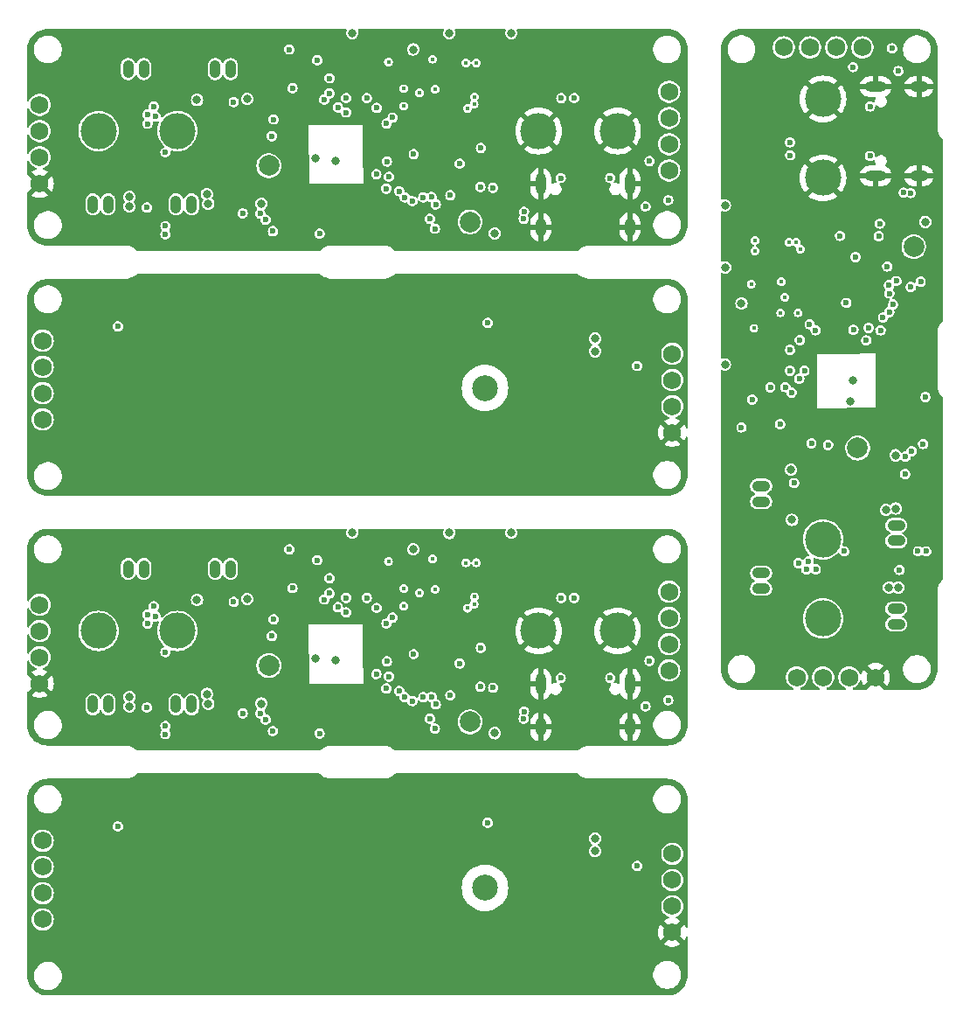
<source format=gbr>
%TF.GenerationSoftware,KiCad,Pcbnew,8.0.2*%
%TF.CreationDate,2024-05-13T13:54:00+09:00*%
%TF.ProjectId,ikafly_rev1a_p,696b6166-6c79-45f7-9265-7631615f702e,rev?*%
%TF.SameCoordinates,Original*%
%TF.FileFunction,Copper,L2,Inr*%
%TF.FilePolarity,Positive*%
%FSLAX46Y46*%
G04 Gerber Fmt 4.6, Leading zero omitted, Abs format (unit mm)*
G04 Created by KiCad (PCBNEW 8.0.2) date 2024-05-13 13:54:00*
%MOMM*%
%LPD*%
G01*
G04 APERTURE LIST*
%TA.AperFunction,ComponentPad*%
%ADD10C,2.000000*%
%TD*%
%TA.AperFunction,ComponentPad*%
%ADD11O,1.730000X1.030000*%
%TD*%
%TA.AperFunction,ComponentPad*%
%ADD12C,1.750000*%
%TD*%
%TA.AperFunction,ComponentPad*%
%ADD13O,2.100000X1.000000*%
%TD*%
%TA.AperFunction,ComponentPad*%
%ADD14O,1.800000X1.000000*%
%TD*%
%TA.AperFunction,ComponentPad*%
%ADD15C,3.500000*%
%TD*%
%TA.AperFunction,ComponentPad*%
%ADD16O,1.030000X1.730000*%
%TD*%
%TA.AperFunction,ComponentPad*%
%ADD17O,1.000000X2.100000*%
%TD*%
%TA.AperFunction,ComponentPad*%
%ADD18O,1.000000X1.800000*%
%TD*%
%TA.AperFunction,ComponentPad*%
%ADD19C,2.500000*%
%TD*%
%TA.AperFunction,ViaPad*%
%ADD20C,0.800000*%
%TD*%
%TA.AperFunction,ViaPad*%
%ADD21C,0.600000*%
%TD*%
%TA.AperFunction,ViaPad*%
%ADD22C,0.450000*%
%TD*%
G04 APERTURE END LIST*
D10*
%TO.N,N/C*%
%TO.C,AE2*%
X157250000Y-80970000D03*
%TD*%
%TO.N,N/C*%
%TO.C,AE3*%
X162700000Y-61470000D03*
%TD*%
D11*
%TO.N,N/C*%
%TO.C,J1*%
X161000000Y-96522500D03*
X161000000Y-98022500D03*
%TD*%
D12*
%TO.N,N/C*%
%TO.C,J5*%
X151365000Y-103170000D03*
X153905000Y-103170000D03*
X156445000Y-103170000D03*
X158985000Y-103170000D03*
X150095000Y-42170000D03*
X152635000Y-42170000D03*
X155175000Y-42170000D03*
X157715000Y-42170000D03*
%TD*%
D13*
%TO.N,N/C*%
%TO.C,J6*%
X159020000Y-54610000D03*
D14*
X163200000Y-54610000D03*
D13*
X159020000Y-45970000D03*
D14*
X163200000Y-45970000D03*
%TD*%
D11*
%TO.N,N/C*%
%TO.C,J3*%
X147900000Y-94570000D03*
X147900000Y-93070000D03*
%TD*%
%TO.N,N/C*%
%TO.C,J2*%
X161000000Y-88452500D03*
X161000000Y-89952500D03*
%TD*%
D15*
%TO.N,N/C*%
%TO.C,BT1*%
X153900000Y-97470000D03*
X153900000Y-89820000D03*
X153900000Y-54820000D03*
X153900000Y-47170000D03*
%TD*%
D11*
%TO.N,N/C*%
%TO.C,J4*%
X147900000Y-86157500D03*
X147900000Y-84657500D03*
%TD*%
D10*
%TO.N,N/C*%
%TO.C,AE2*%
X100200000Y-102025000D03*
%TD*%
%TO.N,N/C*%
%TO.C,AE3*%
X119700000Y-107475000D03*
%TD*%
D16*
%TO.N,N/C*%
%TO.C,J1*%
X84647500Y-105775000D03*
X83147500Y-105775000D03*
%TD*%
D12*
%TO.N,N/C*%
%TO.C,J5*%
X78000000Y-96140000D03*
X78000000Y-98680000D03*
X78000000Y-101220000D03*
X78000000Y-103760000D03*
X139000000Y-94870000D03*
X139000000Y-97410000D03*
X139000000Y-99950000D03*
X139000000Y-102490000D03*
%TD*%
D17*
%TO.N,N/C*%
%TO.C,J6*%
X126560000Y-103795000D03*
D18*
X126560000Y-107975000D03*
D17*
X135200000Y-103795000D03*
D18*
X135200000Y-107975000D03*
%TD*%
D16*
%TO.N,N/C*%
%TO.C,J3*%
X86600000Y-92675000D03*
X88100000Y-92675000D03*
%TD*%
%TO.N,N/C*%
%TO.C,J2*%
X92717500Y-105775000D03*
X91217500Y-105775000D03*
%TD*%
D15*
%TO.N,N/C*%
%TO.C,BT1*%
X83700000Y-98675000D03*
X91350000Y-98675000D03*
X126350000Y-98675000D03*
X134000000Y-98675000D03*
%TD*%
D12*
%TO.N,N/C*%
%TO.C,J7*%
X139300000Y-120245000D03*
X139300000Y-122785000D03*
X139300000Y-125325000D03*
X139300000Y-127865000D03*
X78300000Y-118975000D03*
X78300000Y-121515000D03*
X78300000Y-124055000D03*
X78300000Y-126595000D03*
%TD*%
D16*
%TO.N,N/C*%
%TO.C,J4*%
X95012500Y-92675000D03*
X96512500Y-92675000D03*
%TD*%
D19*
%TO.N,N/C*%
%TO.C,AE1*%
X121150000Y-123555000D03*
%TD*%
D16*
%TO.N,N/C*%
%TO.C,J1*%
X84647500Y-57375000D03*
X83147500Y-57375000D03*
%TD*%
%TO.N,N/C*%
%TO.C,J3*%
X86600000Y-44275000D03*
X88100000Y-44275000D03*
%TD*%
D17*
%TO.N,N/C*%
%TO.C,J6*%
X126560000Y-55395000D03*
D18*
X126560000Y-59575000D03*
D17*
X135200000Y-55395000D03*
D18*
X135200000Y-59575000D03*
%TD*%
D12*
%TO.N,N/C*%
%TO.C,J5*%
X78000000Y-47740000D03*
X78000000Y-50280000D03*
X78000000Y-52820000D03*
X78000000Y-55360000D03*
X139000000Y-46470000D03*
X139000000Y-49010000D03*
X139000000Y-51550000D03*
X139000000Y-54090000D03*
%TD*%
D16*
%TO.N,N/C*%
%TO.C,J4*%
X95012500Y-44275000D03*
X96512500Y-44275000D03*
%TD*%
D19*
%TO.N,N/C*%
%TO.C,AE1*%
X121150000Y-75155000D03*
%TD*%
D12*
%TO.N,N/C*%
%TO.C,J7*%
X139300000Y-71845000D03*
X139300000Y-74385000D03*
X139300000Y-76925000D03*
X139300000Y-79465000D03*
X78300000Y-70575000D03*
X78300000Y-73115000D03*
X78300000Y-75655000D03*
X78300000Y-78195000D03*
%TD*%
D15*
%TO.N,N/C*%
%TO.C,BT1*%
X83700000Y-50275000D03*
X91350000Y-50275000D03*
X126350000Y-50275000D03*
X134000000Y-50275000D03*
%TD*%
D16*
%TO.N,N/C*%
%TO.C,J2*%
X92717500Y-57375000D03*
X91217500Y-57375000D03*
%TD*%
D10*
%TO.N,N/C*%
%TO.C,AE3*%
X119700000Y-59075000D03*
%TD*%
%TO.N,N/C*%
%TO.C,AE2*%
X100200000Y-53625000D03*
%TD*%
D20*
%TO.N,*%
X156852708Y-92242170D03*
X160941914Y-86828086D03*
D21*
X160686475Y-67057026D03*
X159717099Y-68320381D03*
X163100000Y-90970000D03*
D20*
X160300000Y-94470000D03*
D21*
X159480000Y-69570000D03*
X160322023Y-65999357D03*
D20*
X160930000Y-81670000D03*
D21*
X160130000Y-63380000D03*
X151089878Y-84359878D03*
X155949998Y-90970000D03*
X163899503Y-90970000D03*
X163825000Y-76048470D03*
X162400000Y-65370000D03*
X159300000Y-60470000D03*
X160322337Y-67797227D03*
D20*
X160000000Y-86970000D03*
X161200000Y-94470000D03*
D21*
X156800000Y-44070000D03*
X161884288Y-81797210D03*
X162485996Y-81270000D03*
D20*
X163800000Y-59070000D03*
D21*
X157050000Y-62470000D03*
X151523899Y-92107498D03*
D22*
X146940964Y-65110251D03*
D21*
X163362500Y-64870000D03*
D20*
X156700000Y-65970000D03*
D21*
X146000000Y-78970000D03*
X150700000Y-73470000D03*
X161710000Y-56245000D03*
D22*
X149861559Y-64870001D03*
D21*
X161870866Y-83499134D03*
D20*
X154400000Y-64820000D03*
D21*
X154320000Y-70970000D03*
X151660122Y-70509878D03*
X152500000Y-91920000D03*
X158450000Y-52690000D03*
X147050000Y-76270000D03*
X161310000Y-92770000D03*
X152100000Y-73470000D03*
D20*
X150800000Y-83070000D03*
D22*
X150200000Y-66370000D03*
X151494167Y-67870000D03*
D21*
X150250000Y-75070000D03*
X158320000Y-69321921D03*
X161009017Y-64791250D03*
X161200000Y-44470000D03*
X156150000Y-66920000D03*
X152602500Y-68970000D03*
X163650000Y-66720000D03*
X162390000Y-56270000D03*
X160600000Y-42270000D03*
D22*
X151695000Y-61696646D03*
D21*
X151600000Y-74270000D03*
X155542000Y-60420000D03*
D22*
X149800000Y-67870000D03*
X147300000Y-60870000D03*
X147200000Y-69370000D03*
D21*
X150700000Y-71470000D03*
D22*
X151310000Y-61070000D03*
D21*
X153200000Y-92720000D03*
D20*
X144400498Y-57470000D03*
D21*
X158080000Y-70550000D03*
X163600000Y-80570000D03*
D22*
X147300000Y-61870000D03*
D21*
X153182500Y-69559878D03*
X158450000Y-47890000D03*
X150855329Y-75592285D03*
X149750000Y-78670000D03*
X148800000Y-75085500D03*
X160289999Y-65199999D03*
D20*
X144400498Y-72870000D03*
D21*
X154400000Y-80670000D03*
X156850000Y-69520000D03*
D22*
X150600000Y-61050000D03*
D20*
X144415000Y-63470000D03*
D21*
X159400000Y-59230000D03*
X152777386Y-80499723D03*
X150700000Y-51370000D03*
D20*
X157300000Y-99670000D03*
D21*
X148200000Y-42270000D03*
D20*
X164350000Y-85970000D03*
D21*
X150720000Y-52620000D03*
D20*
X150900000Y-87920000D03*
X163600000Y-85070000D03*
D21*
X152300000Y-92738107D03*
X159750000Y-48780000D03*
X152800000Y-100470000D03*
X151250000Y-68770000D03*
D22*
X147200000Y-70370000D03*
D21*
X152500000Y-87170000D03*
D20*
X145975000Y-63470000D03*
D21*
X146970000Y-87930000D03*
D20*
X145400000Y-74669502D03*
X156700000Y-63670000D03*
D21*
X144350000Y-77470000D03*
D20*
X156700000Y-64820000D03*
D21*
X148200000Y-78970000D03*
D20*
X155550000Y-65970000D03*
D21*
X150950000Y-99270000D03*
X163220000Y-72460000D03*
X147500000Y-97350000D03*
X161629500Y-76579500D03*
X147089281Y-77081755D03*
D20*
X156600000Y-71050000D03*
D21*
X162712110Y-70019374D03*
X160830000Y-80470000D03*
X149200000Y-100470000D03*
X149600000Y-48970000D03*
X155250000Y-57870000D03*
X159800000Y-93070000D03*
X150730000Y-78620000D03*
D20*
X160400000Y-85270000D03*
X146100000Y-55570498D03*
X156200000Y-77870000D03*
X144450000Y-66970000D03*
D21*
X153000000Y-84270000D03*
X146300000Y-80870000D03*
D20*
X157798716Y-85666238D03*
D22*
X147300000Y-63870000D03*
D21*
X153559057Y-80670000D03*
X147840000Y-87950000D03*
X146600000Y-83270000D03*
D20*
X155550000Y-63670000D03*
D21*
X159450000Y-58270000D03*
X164850000Y-82870000D03*
D20*
X159309235Y-96368316D03*
D21*
X155300000Y-100470000D03*
X162240000Y-53160000D03*
X152919057Y-77839057D03*
D20*
X163550000Y-93270000D03*
X150900000Y-86070000D03*
D21*
X160380000Y-62260000D03*
X150700000Y-59270000D03*
D20*
X150900000Y-90870000D03*
X162700497Y-93270000D03*
D21*
X151200000Y-44070000D03*
X149400000Y-80870000D03*
X158300000Y-58270000D03*
X148350000Y-76870000D03*
X161850000Y-63070000D03*
X150020000Y-93800000D03*
X162400000Y-58545000D03*
D20*
X156550000Y-76420000D03*
X164450000Y-94220000D03*
X162750497Y-85070000D03*
D21*
X154390000Y-50370000D03*
D20*
X154400000Y-65970000D03*
D21*
X153800000Y-44070000D03*
X162800000Y-99870000D03*
X147250000Y-48920000D03*
D20*
X155550000Y-64820000D03*
X156769950Y-74455225D03*
X154400000Y-63670000D03*
X146000000Y-66970000D03*
D21*
X163330000Y-75420000D03*
D20*
X88927830Y-101627708D03*
X94341914Y-105716914D03*
D21*
X114112974Y-105461475D03*
X112849619Y-104492099D03*
X90200000Y-107875000D03*
D20*
X86700000Y-105075000D03*
D21*
X111600000Y-104255000D03*
X115170643Y-105097023D03*
D20*
X99500000Y-105705000D03*
D21*
X117790000Y-104905000D03*
X96810122Y-95864878D03*
X90200000Y-100724998D03*
X90200000Y-108674503D03*
X105121530Y-108600000D03*
X115800000Y-107175000D03*
X120700000Y-104075000D03*
X113372773Y-105097337D03*
D20*
X94200000Y-104775000D03*
X86700000Y-105975000D03*
D21*
X137100000Y-101575000D03*
X99372790Y-106659288D03*
X99900000Y-107260996D03*
D20*
X122100000Y-108575000D03*
D21*
X118700000Y-101825000D03*
X89062502Y-96298899D03*
D22*
X116059749Y-91715964D03*
D21*
X116300000Y-108137500D03*
D20*
X115200000Y-101475000D03*
D21*
X121050000Y-118775000D03*
X102200000Y-90775000D03*
X85587500Y-117595000D03*
X107700000Y-95475000D03*
D20*
X130300000Y-114525000D03*
D21*
X124925000Y-106485000D03*
D20*
X131820000Y-119995000D03*
D22*
X116299999Y-94636559D03*
D21*
X97670866Y-106645866D03*
D20*
X116350000Y-99175000D03*
D21*
X121060000Y-126135000D03*
X110200000Y-99095000D03*
X110660122Y-96435122D03*
X89250000Y-97275000D03*
X128480000Y-103225000D03*
X104900000Y-91825000D03*
X88400000Y-106085000D03*
X107700000Y-96875000D03*
D20*
X98100000Y-95575000D03*
D22*
X114800000Y-94975000D03*
X113300000Y-96269167D03*
D21*
X106100000Y-95025000D03*
X111848079Y-103095000D03*
X134800000Y-132775000D03*
X116378750Y-105784017D03*
X136700000Y-105975000D03*
X114250000Y-100925000D03*
X112200000Y-97377500D03*
X114450000Y-108425000D03*
X124900000Y-107165000D03*
X135900000Y-121425000D03*
X138900000Y-105375000D03*
D22*
X119473354Y-96470000D03*
D21*
X106900000Y-96375000D03*
X120750000Y-100317000D03*
D22*
X113300000Y-94575000D03*
D21*
X102050000Y-128650000D03*
D22*
X120300000Y-92075000D03*
X111800000Y-91975000D03*
D21*
X109700000Y-95475000D03*
D22*
X120100000Y-96085000D03*
D21*
X88450000Y-97975000D03*
D20*
X123700000Y-89175498D03*
D21*
X121425000Y-117250000D03*
X110620000Y-102855000D03*
X100600000Y-108375000D03*
D22*
X119300000Y-92075000D03*
D21*
X111610122Y-97957500D03*
X133280000Y-103225000D03*
X105577715Y-95630329D03*
X102500000Y-94525000D03*
X106084500Y-93575000D03*
X115970001Y-105064999D03*
D20*
X108300000Y-89175498D03*
D21*
X100500000Y-99175000D03*
X111650000Y-101625000D03*
D22*
X120120000Y-95375000D03*
D20*
X117700000Y-89190000D03*
X131820000Y-118775000D03*
D21*
X121940000Y-104175000D03*
X100670277Y-97552386D03*
X129800000Y-95475000D03*
D20*
X81500000Y-102075000D03*
D21*
X138900000Y-92975000D03*
D20*
X95200000Y-109125000D03*
D21*
X128550000Y-95495000D03*
D20*
X93250000Y-95675000D03*
D21*
X129800000Y-123775000D03*
D20*
X96100000Y-108375000D03*
D21*
X88431893Y-97075000D03*
X124280000Y-116885000D03*
X132390000Y-104525000D03*
X100550000Y-130525000D03*
X121900000Y-119575000D03*
X127300000Y-124775000D03*
X100550000Y-118025000D03*
X91712500Y-120995000D03*
X111300000Y-124275000D03*
X122300000Y-132775000D03*
X80700000Y-97575000D03*
X112400000Y-96025000D03*
D22*
X110800000Y-91975000D03*
D21*
X108800000Y-130775000D03*
X111300000Y-126025000D03*
D20*
X134550000Y-115025000D03*
D21*
X119250000Y-117575000D03*
X94000000Y-97275000D03*
D20*
X117700000Y-90750000D03*
D21*
X93240000Y-91745000D03*
X98800000Y-132775000D03*
D20*
X106500498Y-90175000D03*
X117500000Y-101475000D03*
D21*
X103800000Y-120525000D03*
X119816985Y-125728840D03*
X90800000Y-132775000D03*
X103700000Y-89125000D03*
X119350000Y-120375000D03*
X103800000Y-123275000D03*
X121070000Y-117985000D03*
D20*
X116350000Y-101475000D03*
D21*
X102200000Y-92975000D03*
X106300000Y-130775000D03*
D20*
X115200000Y-100325000D03*
D21*
X122200000Y-126005000D03*
X81900000Y-95725000D03*
X91687500Y-117495000D03*
X108710000Y-107995000D03*
X116800000Y-115275000D03*
X119350000Y-119425000D03*
X83820000Y-92275000D03*
X104590500Y-106404500D03*
X104088245Y-91864281D03*
X121840000Y-121065000D03*
D20*
X110120000Y-101375000D03*
D21*
X119800000Y-132775000D03*
X119040000Y-125045000D03*
X111150626Y-107487110D03*
X100700000Y-105605000D03*
X122750500Y-120175000D03*
X111300000Y-132775000D03*
X80700000Y-93975000D03*
X132200000Y-94375000D03*
X111300000Y-119275000D03*
X119300000Y-116425000D03*
X121100000Y-120625000D03*
X123300000Y-100025000D03*
X122800000Y-128775000D03*
X88100000Y-104575000D03*
X111300000Y-116275000D03*
X102550000Y-95505000D03*
X117300000Y-132775000D03*
D20*
X95900000Y-105175000D03*
D21*
X92000000Y-127375000D03*
X125800000Y-117275000D03*
X111300000Y-128525000D03*
X122800000Y-118275000D03*
X114300000Y-121775000D03*
X106300000Y-123275000D03*
D20*
X125599502Y-90875000D03*
X103300000Y-100975000D03*
D21*
X108800000Y-123275000D03*
D20*
X114200000Y-89225000D03*
D21*
X98100000Y-115275000D03*
X96900000Y-97775000D03*
X103300000Y-132775000D03*
D20*
X123750000Y-122575000D03*
D21*
X125800000Y-115275000D03*
X100300000Y-91075000D03*
D20*
X89300000Y-132525000D03*
X95503762Y-102573716D03*
X136000000Y-129125000D03*
D22*
X117300000Y-92075000D03*
D21*
X100500000Y-98334057D03*
X94837381Y-132736634D03*
X93220000Y-92615000D03*
X127300000Y-129775000D03*
X97900000Y-91375000D03*
D20*
X117500000Y-100325000D03*
D21*
X122900000Y-104225000D03*
X122750500Y-120993772D03*
X108800000Y-120525000D03*
X98300000Y-109625000D03*
D20*
X84801684Y-104084235D03*
D21*
X80700000Y-100075000D03*
X128010000Y-107015000D03*
X129800000Y-126275000D03*
X123700000Y-115725000D03*
X103330943Y-97694057D03*
X124280000Y-117935000D03*
X114300000Y-119275000D03*
X129800000Y-128775000D03*
D20*
X87900000Y-108325000D03*
D21*
X87300000Y-132775000D03*
D20*
X95100000Y-95675000D03*
D21*
X86300000Y-122475000D03*
X118910000Y-105155000D03*
X82800000Y-132775000D03*
X121900000Y-95475000D03*
D20*
X90300000Y-95675000D03*
D21*
X121050000Y-119625000D03*
X123000000Y-125455000D03*
X123123056Y-121801944D03*
X87100000Y-126675000D03*
D20*
X87900000Y-107475497D03*
D21*
X103800000Y-117775000D03*
X122750500Y-117325000D03*
X122800000Y-119275000D03*
X106300000Y-120525000D03*
X119800000Y-128775000D03*
X120300000Y-115125000D03*
X137100000Y-95975000D03*
X111300000Y-131025000D03*
X111300000Y-121775000D03*
X100300000Y-94175000D03*
X122900000Y-103075000D03*
X104300000Y-93125000D03*
D20*
X125000000Y-119625000D03*
D21*
X118100000Y-106625000D03*
X108800000Y-117775000D03*
X123570000Y-124435000D03*
X87370000Y-94795000D03*
X124280000Y-119035000D03*
X95800000Y-114575000D03*
X127300000Y-132775000D03*
X132300000Y-132775000D03*
X127300000Y-127275000D03*
X122625000Y-107175000D03*
D20*
X104750000Y-101325000D03*
X86950000Y-109225000D03*
D21*
X121350000Y-115125000D03*
X122140000Y-116755000D03*
X119300000Y-118425000D03*
X118850000Y-122325000D03*
X103800000Y-130775000D03*
X128300000Y-119775000D03*
D20*
X96100000Y-107525497D03*
D21*
X130800000Y-99165000D03*
X106300000Y-117775000D03*
X115300000Y-128775000D03*
D20*
X115200000Y-99175000D03*
D21*
X114800000Y-132775000D03*
X118620000Y-124025000D03*
X137100000Y-98575000D03*
X81300000Y-107575000D03*
X132250000Y-92025000D03*
D20*
X116350000Y-100325000D03*
D21*
X119400000Y-121475000D03*
D20*
X106714775Y-101544950D03*
D21*
X119250000Y-115375000D03*
X114300000Y-124275000D03*
X124800000Y-132775000D03*
X129800000Y-132775000D03*
X106050000Y-128900000D03*
D20*
X117500000Y-99175000D03*
X114200000Y-90775000D03*
D21*
X105750000Y-108105000D03*
X122550000Y-115225000D03*
D20*
X96100000Y-59125497D03*
D21*
X118620000Y-75625000D03*
X81300000Y-59175000D03*
D20*
X114200000Y-42375000D03*
D21*
X118850000Y-73925000D03*
X106300000Y-69375000D03*
X130800000Y-50765000D03*
X119300000Y-70025000D03*
X122550000Y-66825000D03*
D20*
X117500000Y-50775000D03*
D21*
X124800000Y-84375000D03*
X105750000Y-59705000D03*
X122140000Y-68355000D03*
X106050000Y-80500000D03*
X103800000Y-82375000D03*
X129800000Y-84375000D03*
X119400000Y-73075000D03*
X121350000Y-66725000D03*
X128300000Y-71375000D03*
X114300000Y-75875000D03*
X119250000Y-66975000D03*
D20*
X106714775Y-53144950D03*
X116350000Y-51925000D03*
D21*
X132250000Y-43625000D03*
X137100000Y-50175000D03*
X114800000Y-84375000D03*
D20*
X115200000Y-50775000D03*
D21*
X115300000Y-80375000D03*
D20*
X88927830Y-53227708D03*
D21*
X98300000Y-61225000D03*
X100500000Y-49934057D03*
X120300000Y-66725000D03*
X82800000Y-84375000D03*
X127300000Y-84375000D03*
D20*
X87900000Y-59925000D03*
D21*
X125800000Y-66875000D03*
X121050000Y-71225000D03*
D20*
X123750000Y-74175000D03*
D21*
X118100000Y-58225000D03*
D20*
X90300000Y-47275000D03*
D21*
X122900000Y-55825000D03*
X95800000Y-66175000D03*
X108800000Y-72125000D03*
X119800000Y-80375000D03*
X124280000Y-69535000D03*
D20*
X95503762Y-54173716D03*
D21*
X124280000Y-70635000D03*
X108800000Y-69375000D03*
X87370000Y-46395000D03*
D20*
X125000000Y-71225000D03*
D21*
X122750500Y-72593772D03*
X122800000Y-70875000D03*
D20*
X136000000Y-80725000D03*
D21*
X93220000Y-44215000D03*
X129800000Y-80375000D03*
X137100000Y-47575000D03*
D20*
X95100000Y-47275000D03*
X86950000Y-60825000D03*
X117500000Y-51925000D03*
D21*
X121900000Y-47075000D03*
D20*
X89300000Y-84125000D03*
D21*
X103330943Y-49294057D03*
X80700000Y-51675000D03*
X100300000Y-42675000D03*
X123123056Y-73401944D03*
D20*
X104750000Y-52925000D03*
D21*
X97900000Y-42975000D03*
X87300000Y-84375000D03*
X118910000Y-56755000D03*
X86300000Y-74075000D03*
D20*
X84801684Y-55684235D03*
D21*
X122625000Y-58775000D03*
X122900000Y-54675000D03*
X114300000Y-70875000D03*
X123700000Y-67325000D03*
D22*
X117300000Y-43675000D03*
D21*
X127300000Y-78875000D03*
X129800000Y-77875000D03*
D20*
X87900000Y-59075497D03*
D21*
X127300000Y-81375000D03*
X132300000Y-84375000D03*
X87100000Y-78275000D03*
X106300000Y-72125000D03*
X128010000Y-58615000D03*
X94837381Y-84336634D03*
X123000000Y-77055000D03*
X100300000Y-45775000D03*
X123570000Y-76035000D03*
X111300000Y-73375000D03*
X122750500Y-68925000D03*
X104300000Y-44725000D03*
X111300000Y-82625000D03*
X103800000Y-69375000D03*
X114300000Y-73375000D03*
D20*
X103300000Y-52575000D03*
D21*
X111300000Y-80125000D03*
X103300000Y-84375000D03*
X96900000Y-49375000D03*
X98100000Y-66875000D03*
D20*
X114200000Y-40825000D03*
D21*
X106300000Y-74875000D03*
X122800000Y-69875000D03*
X108800000Y-74875000D03*
D20*
X125599502Y-42475000D03*
D21*
X104088245Y-43464281D03*
X90800000Y-84375000D03*
D20*
X134550000Y-66625000D03*
D21*
X112400000Y-47625000D03*
X103800000Y-74875000D03*
X122750500Y-71775000D03*
X122800000Y-80375000D03*
X108800000Y-82375000D03*
X106300000Y-82375000D03*
X91687500Y-69095000D03*
X119350000Y-71975000D03*
X132390000Y-56125000D03*
X81900000Y-47325000D03*
X124280000Y-68485000D03*
X111300000Y-70875000D03*
X122200000Y-77605000D03*
X111300000Y-77625000D03*
X111300000Y-67875000D03*
X119250000Y-69175000D03*
X119800000Y-84375000D03*
X119816985Y-77328840D03*
X127300000Y-76375000D03*
X88100000Y-56175000D03*
X119300000Y-68025000D03*
X123300000Y-51625000D03*
X132200000Y-45975000D03*
X94000000Y-48875000D03*
X104590500Y-58004500D03*
X100550000Y-69625000D03*
X80700000Y-49175000D03*
X103700000Y-40725000D03*
X119040000Y-76645000D03*
X121070000Y-69585000D03*
X125800000Y-68875000D03*
D22*
X110800000Y-43575000D03*
D21*
X98800000Y-84375000D03*
X121900000Y-71175000D03*
X122300000Y-84375000D03*
X103800000Y-72125000D03*
X108710000Y-59595000D03*
D20*
X117500000Y-53075000D03*
D21*
X102550000Y-47105000D03*
D20*
X106500498Y-41775000D03*
D21*
X116800000Y-66875000D03*
X111300000Y-75875000D03*
X121100000Y-72225000D03*
X111150626Y-59087110D03*
X111300000Y-84375000D03*
X121840000Y-72665000D03*
X80700000Y-45575000D03*
X100550000Y-82125000D03*
X93240000Y-43345000D03*
X91712500Y-72595000D03*
D20*
X117700000Y-42350000D03*
X115200000Y-51925000D03*
D21*
X102200000Y-44575000D03*
X100700000Y-57205000D03*
D20*
X110120000Y-52975000D03*
D21*
X83820000Y-43875000D03*
X119350000Y-71025000D03*
X92000000Y-78975000D03*
D20*
X116350000Y-53075000D03*
X95900000Y-56775000D03*
D21*
X117300000Y-84375000D03*
X129800000Y-75375000D03*
X100670277Y-49152386D03*
D20*
X93250000Y-47275000D03*
D21*
X128550000Y-47095000D03*
D20*
X96100000Y-59975000D03*
D21*
X121940000Y-55775000D03*
D20*
X81500000Y-53675000D03*
D21*
X129800000Y-47075000D03*
X88431893Y-48675000D03*
D20*
X95200000Y-60725000D03*
D21*
X138900000Y-44575000D03*
X116300000Y-59737500D03*
X107700000Y-47075000D03*
D20*
X115200000Y-53075000D03*
D21*
X121050000Y-70375000D03*
D20*
X117700000Y-40790000D03*
D21*
X107700000Y-48475000D03*
X88400000Y-57685000D03*
X121060000Y-77735000D03*
X105577715Y-47230329D03*
D20*
X123700000Y-40775498D03*
X130300000Y-66125000D03*
D21*
X102050000Y-80250000D03*
D22*
X111800000Y-43575000D03*
D21*
X104900000Y-43425000D03*
X100500000Y-50775000D03*
D20*
X116350000Y-50775000D03*
D21*
X110200000Y-50695000D03*
X134800000Y-84375000D03*
X85587500Y-69195000D03*
X97670866Y-58245866D03*
X114450000Y-60025000D03*
X102500000Y-46125000D03*
D20*
X98100000Y-47175000D03*
X108300000Y-40775498D03*
D21*
X102200000Y-42375000D03*
X88450000Y-49575000D03*
X89250000Y-48875000D03*
D22*
X120120000Y-46975000D03*
D21*
X111650000Y-53225000D03*
X138900000Y-56975000D03*
X128480000Y-54825000D03*
D20*
X131820000Y-71595000D03*
D21*
X109700000Y-47075000D03*
X135900000Y-73025000D03*
D22*
X116059749Y-43315964D03*
D21*
X124900000Y-58765000D03*
X110660122Y-48035122D03*
D22*
X120300000Y-43675000D03*
D21*
X112200000Y-48977500D03*
D22*
X116299999Y-46236559D03*
D21*
X124925000Y-58085000D03*
D22*
X119473354Y-48070000D03*
D21*
X136700000Y-57575000D03*
X89062502Y-47898899D03*
X118700000Y-53425000D03*
D20*
X131820000Y-70375000D03*
D21*
X110620000Y-54455000D03*
X115970001Y-56664999D03*
D22*
X114800000Y-46575000D03*
D21*
X111848079Y-54695000D03*
X106084500Y-45175000D03*
X133280000Y-54825000D03*
X106900000Y-47975000D03*
X106100000Y-46625000D03*
X111610122Y-49557500D03*
X116378750Y-57384017D03*
D22*
X113300000Y-46175000D03*
D21*
X114250000Y-52525000D03*
D22*
X119300000Y-43675000D03*
D21*
X120750000Y-51917000D03*
X121425000Y-68850000D03*
X100600000Y-59975000D03*
D22*
X120100000Y-47685000D03*
X113300000Y-47869167D03*
D21*
X120700000Y-55675000D03*
X115800000Y-58775000D03*
X99900000Y-58860996D03*
X99372790Y-58259288D03*
X105121530Y-60200000D03*
X137100000Y-53175000D03*
D20*
X86700000Y-57575000D03*
D21*
X90200000Y-60274503D03*
D20*
X122100000Y-60175000D03*
X94200000Y-56375000D03*
D21*
X113372773Y-56697337D03*
D20*
X86700000Y-56675000D03*
D21*
X112849619Y-56092099D03*
X115170643Y-56697023D03*
X111600000Y-55855000D03*
X90200000Y-59475000D03*
X114112974Y-57061475D03*
D20*
X94341914Y-57316914D03*
D21*
X90200000Y-52324998D03*
X96810122Y-47464878D03*
X117790000Y-56505000D03*
D20*
X99500000Y-57305000D03*
%TD*%
%TA.AperFunction,NonConductor*%
G36*
X105151776Y-64093907D02*
G01*
X105160922Y-64101428D01*
X105299302Y-64229827D01*
X105497509Y-64364962D01*
X105609278Y-64418786D01*
X105713632Y-64469041D01*
X105942857Y-64539748D01*
X106180059Y-64575500D01*
X106180064Y-64575500D01*
X111419936Y-64575500D01*
X111419941Y-64575500D01*
X111657143Y-64539748D01*
X111886368Y-64469041D01*
X112102494Y-64364960D01*
X112300694Y-64229830D01*
X112439078Y-64101428D01*
X112494594Y-64075708D01*
X112506415Y-64075000D01*
X130093585Y-64075000D01*
X130151776Y-64093907D01*
X130160922Y-64101428D01*
X130299302Y-64229827D01*
X130497509Y-64364962D01*
X130609278Y-64418786D01*
X130713632Y-64469041D01*
X130942857Y-64539748D01*
X131180059Y-64575500D01*
X131234108Y-64575500D01*
X138734108Y-64575500D01*
X138796759Y-64575500D01*
X138803234Y-64575712D01*
X139054517Y-64592181D01*
X139067342Y-64593870D01*
X139311150Y-64642366D01*
X139323650Y-64645715D01*
X139436824Y-64684133D01*
X139559033Y-64725618D01*
X139570996Y-64730574D01*
X139793929Y-64840512D01*
X139805145Y-64846987D01*
X140011824Y-64985086D01*
X140022097Y-64992969D01*
X140208981Y-65156861D01*
X140218138Y-65166018D01*
X140382030Y-65352902D01*
X140389913Y-65363175D01*
X140528012Y-65569854D01*
X140534487Y-65581070D01*
X140644425Y-65804003D01*
X140649381Y-65815966D01*
X140729282Y-66051344D01*
X140732634Y-66063853D01*
X140781128Y-66307650D01*
X140782818Y-66320489D01*
X140799288Y-66571765D01*
X140799500Y-66578240D01*
X140799500Y-78968457D01*
X140780593Y-79026648D01*
X140731093Y-79062612D01*
X140669907Y-79062612D01*
X140620407Y-79026648D01*
X140609838Y-79008224D01*
X140520483Y-78804513D01*
X140520478Y-78804504D01*
X140441140Y-78683069D01*
X139743333Y-79380875D01*
X139719333Y-79291306D01*
X139660090Y-79188694D01*
X139576306Y-79104910D01*
X139473694Y-79045667D01*
X139384121Y-79021666D01*
X140083502Y-78322285D01*
X140059027Y-78303234D01*
X140059021Y-78303230D01*
X139857453Y-78194147D01*
X139659880Y-78126319D01*
X139610982Y-78089541D01*
X139593040Y-78031046D01*
X139612907Y-77973176D01*
X139656259Y-77940370D01*
X139781446Y-77891873D01*
X139950910Y-77786945D01*
X140098209Y-77652664D01*
X140218326Y-77493604D01*
X140307171Y-77315180D01*
X140361717Y-77123469D01*
X140380108Y-76925000D01*
X140361717Y-76726531D01*
X140307171Y-76534820D01*
X140218326Y-76356396D01*
X140098209Y-76197336D01*
X139950910Y-76063055D01*
X139781446Y-75958127D01*
X139595586Y-75886124D01*
X139595585Y-75886123D01*
X139595583Y-75886123D01*
X139399660Y-75849500D01*
X139200340Y-75849500D01*
X139004416Y-75886123D01*
X138818553Y-75958127D01*
X138818548Y-75958130D01*
X138649094Y-76063052D01*
X138649092Y-76063053D01*
X138649090Y-76063055D01*
X138501791Y-76197336D01*
X138501789Y-76197338D01*
X138381680Y-76356387D01*
X138381670Y-76356403D01*
X138292829Y-76534819D01*
X138238283Y-76726529D01*
X138219892Y-76925000D01*
X138238283Y-77123470D01*
X138268061Y-77228130D01*
X138292829Y-77315180D01*
X138381674Y-77493604D01*
X138501791Y-77652664D01*
X138649090Y-77786945D01*
X138818554Y-77891873D01*
X138943738Y-77940370D01*
X138991167Y-77979020D01*
X139006821Y-78038169D01*
X138984718Y-78095222D01*
X138940119Y-78126319D01*
X138742546Y-78194147D01*
X138540977Y-78303231D01*
X138540974Y-78303233D01*
X138516496Y-78322285D01*
X139215876Y-79021666D01*
X139126306Y-79045667D01*
X139023694Y-79104910D01*
X138939910Y-79188694D01*
X138880667Y-79291306D01*
X138856666Y-79380877D01*
X138158859Y-78683070D01*
X138079519Y-78804509D01*
X137987453Y-79014400D01*
X137931186Y-79236589D01*
X137912260Y-79465000D01*
X137931186Y-79693410D01*
X137987453Y-79915599D01*
X138079521Y-80125495D01*
X138158858Y-80246929D01*
X138856665Y-79549121D01*
X138880667Y-79638694D01*
X138939910Y-79741306D01*
X139023694Y-79825090D01*
X139126306Y-79884333D01*
X139215875Y-79908333D01*
X138516496Y-80607713D01*
X138540974Y-80626766D01*
X138540978Y-80626769D01*
X138742546Y-80735852D01*
X138959333Y-80810276D01*
X139185401Y-80848000D01*
X139414599Y-80848000D01*
X139640666Y-80810276D01*
X139857453Y-80735852D01*
X140059021Y-80626769D01*
X140083502Y-80607713D01*
X139384122Y-79908333D01*
X139473694Y-79884333D01*
X139576306Y-79825090D01*
X139660090Y-79741306D01*
X139719333Y-79638694D01*
X139743333Y-79549122D01*
X140441140Y-80246929D01*
X140520478Y-80125495D01*
X140520483Y-80125486D01*
X140609838Y-79921775D01*
X140650528Y-79876080D01*
X140710305Y-79863029D01*
X140766337Y-79887606D01*
X140797222Y-79940425D01*
X140799500Y-79961542D01*
X140799500Y-83571759D01*
X140799288Y-83578234D01*
X140782818Y-83829510D01*
X140781128Y-83842349D01*
X140732634Y-84086146D01*
X140729282Y-84098655D01*
X140649381Y-84334033D01*
X140644425Y-84345996D01*
X140534487Y-84568929D01*
X140528012Y-84580145D01*
X140389913Y-84786824D01*
X140382030Y-84797097D01*
X140218138Y-84983981D01*
X140208981Y-84993138D01*
X140022097Y-85157030D01*
X140011824Y-85164913D01*
X139805145Y-85303012D01*
X139793929Y-85309487D01*
X139570996Y-85419425D01*
X139559033Y-85424381D01*
X139323655Y-85504282D01*
X139311146Y-85507634D01*
X139067349Y-85556128D01*
X139054510Y-85557818D01*
X138803234Y-85574288D01*
X138796759Y-85574500D01*
X78803241Y-85574500D01*
X78796766Y-85574288D01*
X78545489Y-85557818D01*
X78532650Y-85556128D01*
X78288853Y-85507634D01*
X78276344Y-85504282D01*
X78040966Y-85424381D01*
X78029003Y-85419425D01*
X77806070Y-85309487D01*
X77794854Y-85303012D01*
X77588175Y-85164913D01*
X77577902Y-85157030D01*
X77391018Y-84993138D01*
X77381861Y-84983981D01*
X77217969Y-84797097D01*
X77210086Y-84786824D01*
X77071987Y-84580145D01*
X77065512Y-84568929D01*
X76955574Y-84345996D01*
X76950618Y-84334033D01*
X76870717Y-84098655D01*
X76867365Y-84086146D01*
X76818871Y-83842349D01*
X76817181Y-83829510D01*
X76814020Y-83781287D01*
X76800712Y-83578234D01*
X76800500Y-83571759D01*
X76800500Y-83568709D01*
X77449500Y-83568709D01*
X77449500Y-83781290D01*
X77482752Y-83991238D01*
X77548443Y-84193412D01*
X77644948Y-84382815D01*
X77644950Y-84382819D01*
X77769891Y-84554786D01*
X77769893Y-84554788D01*
X77769896Y-84554792D01*
X77920208Y-84705104D01*
X77920211Y-84705106D01*
X77920213Y-84705108D01*
X78092180Y-84830049D01*
X78092184Y-84830051D01*
X78281588Y-84926557D01*
X78483757Y-84992246D01*
X78483758Y-84992246D01*
X78483761Y-84992247D01*
X78693710Y-85025500D01*
X78693713Y-85025500D01*
X78906290Y-85025500D01*
X79116238Y-84992247D01*
X79116239Y-84992246D01*
X79116243Y-84992246D01*
X79318412Y-84926557D01*
X79507816Y-84830051D01*
X79512627Y-84826556D01*
X79679786Y-84705108D01*
X79679792Y-84705104D01*
X79830104Y-84554792D01*
X79955051Y-84382816D01*
X80051557Y-84193412D01*
X80117246Y-83991243D01*
X80133085Y-83891243D01*
X80150500Y-83781290D01*
X80150500Y-83568709D01*
X80134661Y-83468709D01*
X137449500Y-83468709D01*
X137449500Y-83681290D01*
X137482752Y-83891238D01*
X137548443Y-84093412D01*
X137644948Y-84282815D01*
X137644950Y-84282819D01*
X137769891Y-84454786D01*
X137769893Y-84454788D01*
X137769896Y-84454792D01*
X137920208Y-84605104D01*
X137920211Y-84605106D01*
X137920213Y-84605108D01*
X138092180Y-84730049D01*
X138092184Y-84730051D01*
X138281588Y-84826557D01*
X138483757Y-84892246D01*
X138483758Y-84892246D01*
X138483761Y-84892247D01*
X138693710Y-84925500D01*
X138693713Y-84925500D01*
X138906290Y-84925500D01*
X139116238Y-84892247D01*
X139116239Y-84892246D01*
X139116243Y-84892246D01*
X139318412Y-84826557D01*
X139507816Y-84730051D01*
X139679792Y-84605104D01*
X139830104Y-84454792D01*
X139955051Y-84282816D01*
X140051557Y-84093412D01*
X140117246Y-83891243D01*
X140134661Y-83781290D01*
X140150500Y-83681290D01*
X140150500Y-83468709D01*
X140117247Y-83258761D01*
X140084049Y-83156588D01*
X140051557Y-83056588D01*
X139955051Y-82867184D01*
X139955049Y-82867180D01*
X139830108Y-82695213D01*
X139830106Y-82695211D01*
X139830104Y-82695208D01*
X139679792Y-82544896D01*
X139679788Y-82544893D01*
X139679786Y-82544891D01*
X139507819Y-82419950D01*
X139507815Y-82419948D01*
X139318412Y-82323443D01*
X139116238Y-82257752D01*
X138906290Y-82224500D01*
X138906287Y-82224500D01*
X138693713Y-82224500D01*
X138693710Y-82224500D01*
X138483761Y-82257752D01*
X138281587Y-82323443D01*
X138092184Y-82419948D01*
X138092180Y-82419950D01*
X137920213Y-82544891D01*
X137769891Y-82695213D01*
X137644950Y-82867180D01*
X137644948Y-82867184D01*
X137548443Y-83056587D01*
X137482752Y-83258761D01*
X137449500Y-83468709D01*
X80134661Y-83468709D01*
X80117247Y-83358761D01*
X80084755Y-83258761D01*
X80051557Y-83156588D01*
X79955051Y-82967184D01*
X79955049Y-82967180D01*
X79830108Y-82795213D01*
X79830106Y-82795211D01*
X79830104Y-82795208D01*
X79679792Y-82644896D01*
X79679788Y-82644893D01*
X79679786Y-82644891D01*
X79507819Y-82519950D01*
X79507815Y-82519948D01*
X79318412Y-82423443D01*
X79116238Y-82357752D01*
X78906290Y-82324500D01*
X78906287Y-82324500D01*
X78693713Y-82324500D01*
X78693710Y-82324500D01*
X78483761Y-82357752D01*
X78281587Y-82423443D01*
X78092184Y-82519948D01*
X78092180Y-82519950D01*
X77920213Y-82644891D01*
X77769891Y-82795213D01*
X77644950Y-82967180D01*
X77644948Y-82967184D01*
X77548443Y-83156587D01*
X77482752Y-83358761D01*
X77449500Y-83568709D01*
X76800500Y-83568709D01*
X76800500Y-78195000D01*
X77219892Y-78195000D01*
X77238283Y-78393469D01*
X77292829Y-78585180D01*
X77381674Y-78763604D01*
X77501791Y-78922664D01*
X77649090Y-79056945D01*
X77818554Y-79161873D01*
X78004414Y-79233876D01*
X78200340Y-79270500D01*
X78399660Y-79270500D01*
X78595586Y-79233876D01*
X78781446Y-79161873D01*
X78950910Y-79056945D01*
X79098209Y-78922664D01*
X79218326Y-78763604D01*
X79307171Y-78585180D01*
X79361717Y-78393469D01*
X79380108Y-78195000D01*
X79361717Y-77996531D01*
X79307171Y-77804820D01*
X79218326Y-77626396D01*
X79098209Y-77467336D01*
X78950910Y-77333055D01*
X78866178Y-77280591D01*
X78781451Y-77228130D01*
X78781446Y-77228127D01*
X78595583Y-77156123D01*
X78399660Y-77119500D01*
X78200340Y-77119500D01*
X78004416Y-77156123D01*
X77818553Y-77228127D01*
X77818548Y-77228130D01*
X77649094Y-77333052D01*
X77649092Y-77333053D01*
X77649090Y-77333055D01*
X77564325Y-77410329D01*
X77501789Y-77467338D01*
X77381680Y-77626387D01*
X77381670Y-77626403D01*
X77292829Y-77804819D01*
X77238283Y-77996529D01*
X77229664Y-78089541D01*
X77219892Y-78195000D01*
X76800500Y-78195000D01*
X76800500Y-75655000D01*
X77219892Y-75655000D01*
X77238283Y-75853470D01*
X77268061Y-75958130D01*
X77292829Y-76045180D01*
X77381674Y-76223604D01*
X77501791Y-76382664D01*
X77649090Y-76516945D01*
X77818554Y-76621873D01*
X78004414Y-76693876D01*
X78200340Y-76730500D01*
X78399660Y-76730500D01*
X78595586Y-76693876D01*
X78781446Y-76621873D01*
X78950910Y-76516945D01*
X79098209Y-76382664D01*
X79218326Y-76223604D01*
X79307171Y-76045180D01*
X79361717Y-75853469D01*
X79380108Y-75655000D01*
X79361717Y-75456531D01*
X79307171Y-75264820D01*
X79252486Y-75154999D01*
X118894671Y-75154999D01*
X118894671Y-75155000D01*
X118913965Y-75449377D01*
X118913966Y-75449380D01*
X118971519Y-75738722D01*
X118971520Y-75738726D01*
X118971521Y-75738729D01*
X119066347Y-76018075D01*
X119066352Y-76018086D01*
X119196828Y-76282665D01*
X119360724Y-76527953D01*
X119360734Y-76527965D01*
X119534870Y-76726529D01*
X119555242Y-76749758D01*
X119777043Y-76944273D01*
X120022335Y-77108172D01*
X120286923Y-77238652D01*
X120566278Y-77333481D01*
X120855620Y-77391034D01*
X121150000Y-77410329D01*
X121444380Y-77391034D01*
X121733722Y-77333481D01*
X122013077Y-77238652D01*
X122277665Y-77108172D01*
X122522957Y-76944273D01*
X122744758Y-76749758D01*
X122939273Y-76527957D01*
X123103172Y-76282665D01*
X123233652Y-76018077D01*
X123328481Y-75738722D01*
X123386034Y-75449380D01*
X123405329Y-75155000D01*
X123386034Y-74860620D01*
X123328481Y-74571278D01*
X123265248Y-74385000D01*
X138219892Y-74385000D01*
X138238283Y-74583470D01*
X138268061Y-74688130D01*
X138292829Y-74775180D01*
X138381674Y-74953604D01*
X138501791Y-75112664D01*
X138649090Y-75246945D01*
X138818554Y-75351873D01*
X139004414Y-75423876D01*
X139200340Y-75460500D01*
X139399660Y-75460500D01*
X139595586Y-75423876D01*
X139781446Y-75351873D01*
X139950910Y-75246945D01*
X140098209Y-75112664D01*
X140218326Y-74953604D01*
X140307171Y-74775180D01*
X140361717Y-74583469D01*
X140380108Y-74385000D01*
X140361717Y-74186531D01*
X140307171Y-73994820D01*
X140218326Y-73816396D01*
X140098209Y-73657336D01*
X139950910Y-73523055D01*
X139781446Y-73418127D01*
X139595586Y-73346124D01*
X139595585Y-73346123D01*
X139595583Y-73346123D01*
X139399660Y-73309500D01*
X139200340Y-73309500D01*
X139004416Y-73346123D01*
X138818553Y-73418127D01*
X138818548Y-73418130D01*
X138649094Y-73523052D01*
X138649092Y-73523053D01*
X138649090Y-73523055D01*
X138501791Y-73657336D01*
X138501789Y-73657338D01*
X138381680Y-73816387D01*
X138381670Y-73816403D01*
X138292829Y-73994819D01*
X138238283Y-74186529D01*
X138219892Y-74385000D01*
X123265248Y-74385000D01*
X123233652Y-74291923D01*
X123103172Y-74027336D01*
X122939273Y-73782043D01*
X122744758Y-73560242D01*
X122705142Y-73525500D01*
X122522965Y-73365734D01*
X122522955Y-73365726D01*
X122444747Y-73313469D01*
X122277665Y-73201828D01*
X122013086Y-73071352D01*
X122013075Y-73071347D01*
X121876533Y-73024997D01*
X135394353Y-73024997D01*
X135394353Y-73025002D01*
X135414834Y-73167456D01*
X135474622Y-73298371D01*
X135474623Y-73298373D01*
X135568872Y-73407143D01*
X135568873Y-73407144D01*
X135585963Y-73418127D01*
X135689947Y-73484953D01*
X135758835Y-73505180D01*
X135828035Y-73525499D01*
X135828036Y-73525499D01*
X135828039Y-73525500D01*
X135828041Y-73525500D01*
X135971959Y-73525500D01*
X135971961Y-73525500D01*
X136110053Y-73484953D01*
X136231128Y-73407143D01*
X136325377Y-73298373D01*
X136385165Y-73167457D01*
X136398983Y-73071348D01*
X136405647Y-73025002D01*
X136405647Y-73024997D01*
X136385165Y-72882543D01*
X136325377Y-72751627D01*
X136231128Y-72642857D01*
X136231127Y-72642856D01*
X136231126Y-72642855D01*
X136110057Y-72565049D01*
X136110054Y-72565047D01*
X136110053Y-72565047D01*
X136110050Y-72565046D01*
X135971964Y-72524500D01*
X135971961Y-72524500D01*
X135828039Y-72524500D01*
X135828035Y-72524500D01*
X135689949Y-72565046D01*
X135689942Y-72565049D01*
X135568873Y-72642855D01*
X135474622Y-72751628D01*
X135414834Y-72882543D01*
X135394353Y-73024997D01*
X121876533Y-73024997D01*
X121733729Y-72976521D01*
X121733726Y-72976520D01*
X121733722Y-72976519D01*
X121559805Y-72941925D01*
X121444377Y-72918965D01*
X121150000Y-72899671D01*
X120855622Y-72918965D01*
X120683258Y-72953250D01*
X120566278Y-72976519D01*
X120566275Y-72976519D01*
X120566270Y-72976521D01*
X120286924Y-73071347D01*
X120286913Y-73071352D01*
X120022336Y-73201827D01*
X119777043Y-73365726D01*
X119777034Y-73365734D01*
X119555251Y-73560233D01*
X119555233Y-73560251D01*
X119360734Y-73782034D01*
X119360726Y-73782043D01*
X119196827Y-74027336D01*
X119066352Y-74291913D01*
X119066347Y-74291924D01*
X118971521Y-74571270D01*
X118913965Y-74860622D01*
X118894671Y-75154999D01*
X79252486Y-75154999D01*
X79218326Y-75086396D01*
X79098209Y-74927336D01*
X78950910Y-74793055D01*
X78781446Y-74688127D01*
X78595586Y-74616124D01*
X78595585Y-74616123D01*
X78595583Y-74616123D01*
X78399660Y-74579500D01*
X78200340Y-74579500D01*
X78004416Y-74616123D01*
X77818553Y-74688127D01*
X77818548Y-74688130D01*
X77649094Y-74793052D01*
X77649092Y-74793053D01*
X77649090Y-74793055D01*
X77574975Y-74860620D01*
X77501789Y-74927338D01*
X77381680Y-75086387D01*
X77381670Y-75086403D01*
X77292829Y-75264819D01*
X77238283Y-75456529D01*
X77219892Y-75655000D01*
X76800500Y-75655000D01*
X76800500Y-73115000D01*
X77219892Y-73115000D01*
X77238283Y-73313470D01*
X77268061Y-73418130D01*
X77292829Y-73505180D01*
X77381674Y-73683604D01*
X77501791Y-73842664D01*
X77649090Y-73976945D01*
X77818554Y-74081873D01*
X78004414Y-74153876D01*
X78200340Y-74190500D01*
X78399660Y-74190500D01*
X78595586Y-74153876D01*
X78781446Y-74081873D01*
X78950910Y-73976945D01*
X79098209Y-73842664D01*
X79218326Y-73683604D01*
X79307171Y-73505180D01*
X79361717Y-73313469D01*
X79380108Y-73115000D01*
X79361717Y-72916531D01*
X79307171Y-72724820D01*
X79218326Y-72546396D01*
X79098209Y-72387336D01*
X78950910Y-72253055D01*
X78781446Y-72148127D01*
X78595586Y-72076124D01*
X78595585Y-72076123D01*
X78595583Y-72076123D01*
X78399660Y-72039500D01*
X78200340Y-72039500D01*
X78004416Y-72076123D01*
X77818553Y-72148127D01*
X77818548Y-72148130D01*
X77649094Y-72253052D01*
X77649092Y-72253053D01*
X77649090Y-72253055D01*
X77501791Y-72387336D01*
X77501789Y-72387338D01*
X77381680Y-72546387D01*
X77381670Y-72546403D01*
X77292829Y-72724819D01*
X77238283Y-72916529D01*
X77219892Y-73115000D01*
X76800500Y-73115000D01*
X76800500Y-70575000D01*
X77219892Y-70575000D01*
X77238283Y-70773470D01*
X77268061Y-70878130D01*
X77292829Y-70965180D01*
X77381674Y-71143604D01*
X77501791Y-71302664D01*
X77649090Y-71436945D01*
X77818554Y-71541873D01*
X78004414Y-71613876D01*
X78200340Y-71650500D01*
X78399660Y-71650500D01*
X78595586Y-71613876D01*
X78781446Y-71541873D01*
X78950910Y-71436945D01*
X79098209Y-71302664D01*
X79218326Y-71143604D01*
X79307171Y-70965180D01*
X79361717Y-70773469D01*
X79380108Y-70575000D01*
X79361717Y-70376531D01*
X79361281Y-70374999D01*
X131214318Y-70374999D01*
X131214318Y-70375000D01*
X131234955Y-70531758D01*
X131234957Y-70531766D01*
X131295462Y-70677838D01*
X131295462Y-70677839D01*
X131391713Y-70803276D01*
X131391718Y-70803282D01*
X131391722Y-70803285D01*
X131391723Y-70803286D01*
X131522307Y-70903486D01*
X131521471Y-70904574D01*
X131557630Y-70944738D01*
X131564022Y-71005589D01*
X131533427Y-71058575D01*
X131518863Y-71069156D01*
X131391723Y-71166713D01*
X131391713Y-71166723D01*
X131295462Y-71292160D01*
X131295462Y-71292161D01*
X131234957Y-71438233D01*
X131234955Y-71438241D01*
X131214318Y-71594999D01*
X131214318Y-71595000D01*
X131234955Y-71751758D01*
X131234957Y-71751766D01*
X131295462Y-71897838D01*
X131295462Y-71897839D01*
X131295464Y-71897841D01*
X131391718Y-72023282D01*
X131517159Y-72119536D01*
X131517160Y-72119536D01*
X131517161Y-72119537D01*
X131586191Y-72148130D01*
X131663238Y-72180044D01*
X131780809Y-72195522D01*
X131819999Y-72200682D01*
X131820000Y-72200682D01*
X131820001Y-72200682D01*
X131851352Y-72196554D01*
X131976762Y-72180044D01*
X132122841Y-72119536D01*
X132248282Y-72023282D01*
X132344536Y-71897841D01*
X132366423Y-71845000D01*
X138219892Y-71845000D01*
X138238283Y-72043470D01*
X138268061Y-72148130D01*
X138292829Y-72235180D01*
X138381674Y-72413604D01*
X138501791Y-72572664D01*
X138649090Y-72706945D01*
X138818554Y-72811873D01*
X139004414Y-72883876D01*
X139200340Y-72920500D01*
X139399660Y-72920500D01*
X139595586Y-72883876D01*
X139781446Y-72811873D01*
X139950910Y-72706945D01*
X140098209Y-72572664D01*
X140218326Y-72413604D01*
X140307171Y-72235180D01*
X140361717Y-72043469D01*
X140380108Y-71845000D01*
X140361717Y-71646531D01*
X140307171Y-71454820D01*
X140218326Y-71276396D01*
X140098209Y-71117336D01*
X139950910Y-70983055D01*
X139781446Y-70878127D01*
X139595586Y-70806124D01*
X139595585Y-70806123D01*
X139595583Y-70806123D01*
X139399660Y-70769500D01*
X139200340Y-70769500D01*
X139004416Y-70806123D01*
X138818553Y-70878127D01*
X138818548Y-70878130D01*
X138649094Y-70983052D01*
X138649092Y-70983053D01*
X138649090Y-70983055D01*
X138566249Y-71058575D01*
X138501789Y-71117338D01*
X138381680Y-71276387D01*
X138381670Y-71276403D01*
X138292829Y-71454819D01*
X138238283Y-71646529D01*
X138219892Y-71845000D01*
X132366423Y-71845000D01*
X132405044Y-71751762D01*
X132425682Y-71595000D01*
X132405044Y-71438238D01*
X132344537Y-71292161D01*
X132344537Y-71292160D01*
X132248286Y-71166723D01*
X132248285Y-71166722D01*
X132248282Y-71166718D01*
X132248277Y-71166714D01*
X132248276Y-71166713D01*
X132117693Y-71066514D01*
X132118529Y-71065424D01*
X132082372Y-71025270D01*
X132075975Y-70964420D01*
X132106566Y-70911431D01*
X132121125Y-70900851D01*
X132122836Y-70899538D01*
X132122841Y-70899536D01*
X132248282Y-70803282D01*
X132344536Y-70677841D01*
X132405044Y-70531762D01*
X132425682Y-70375000D01*
X132405044Y-70218238D01*
X132344537Y-70072161D01*
X132344537Y-70072160D01*
X132248286Y-69946723D01*
X132248285Y-69946722D01*
X132248282Y-69946718D01*
X132248277Y-69946714D01*
X132248276Y-69946713D01*
X132122838Y-69850462D01*
X131976766Y-69789957D01*
X131976758Y-69789955D01*
X131820001Y-69769318D01*
X131819999Y-69769318D01*
X131663241Y-69789955D01*
X131663233Y-69789957D01*
X131517161Y-69850462D01*
X131517160Y-69850462D01*
X131391723Y-69946713D01*
X131391713Y-69946723D01*
X131295462Y-70072160D01*
X131295462Y-70072161D01*
X131234957Y-70218233D01*
X131234955Y-70218241D01*
X131214318Y-70374999D01*
X79361281Y-70374999D01*
X79307171Y-70184820D01*
X79218326Y-70006396D01*
X79098209Y-69847336D01*
X78950910Y-69713055D01*
X78781446Y-69608127D01*
X78595586Y-69536124D01*
X78595585Y-69536123D01*
X78595583Y-69536123D01*
X78399660Y-69499500D01*
X78200340Y-69499500D01*
X78004416Y-69536123D01*
X77818553Y-69608127D01*
X77818548Y-69608130D01*
X77649094Y-69713052D01*
X77649092Y-69713053D01*
X77649090Y-69713055D01*
X77587373Y-69769318D01*
X77501789Y-69847338D01*
X77381680Y-70006387D01*
X77381670Y-70006403D01*
X77292829Y-70184819D01*
X77238283Y-70376529D01*
X77219892Y-70575000D01*
X76800500Y-70575000D01*
X76800500Y-69194997D01*
X85081853Y-69194997D01*
X85081853Y-69195002D01*
X85102334Y-69337456D01*
X85162122Y-69468371D01*
X85162123Y-69468373D01*
X85220829Y-69536124D01*
X85256373Y-69577144D01*
X85377442Y-69654950D01*
X85377447Y-69654953D01*
X85483903Y-69686211D01*
X85515535Y-69695499D01*
X85515536Y-69695499D01*
X85515539Y-69695500D01*
X85515541Y-69695500D01*
X85659459Y-69695500D01*
X85659461Y-69695500D01*
X85797553Y-69654953D01*
X85918628Y-69577143D01*
X86012877Y-69468373D01*
X86072665Y-69337457D01*
X86093147Y-69195000D01*
X86082848Y-69123371D01*
X86072665Y-69052543D01*
X86012877Y-68921628D01*
X86012877Y-68921627D01*
X85950810Y-68849997D01*
X120919353Y-68849997D01*
X120919353Y-68850002D01*
X120939834Y-68992456D01*
X120999622Y-69123371D01*
X120999623Y-69123373D01*
X121093872Y-69232143D01*
X121093873Y-69232144D01*
X121214942Y-69309950D01*
X121214947Y-69309953D01*
X121308615Y-69337456D01*
X121353035Y-69350499D01*
X121353036Y-69350499D01*
X121353039Y-69350500D01*
X121353041Y-69350500D01*
X121496959Y-69350500D01*
X121496961Y-69350500D01*
X121635053Y-69309953D01*
X121756128Y-69232143D01*
X121850377Y-69123373D01*
X121910165Y-68992457D01*
X121930647Y-68850000D01*
X121925306Y-68812855D01*
X121910165Y-68707543D01*
X121850377Y-68576628D01*
X121850377Y-68576627D01*
X121756128Y-68467857D01*
X121756127Y-68467856D01*
X121756126Y-68467855D01*
X121635057Y-68390049D01*
X121635054Y-68390047D01*
X121635053Y-68390047D01*
X121635050Y-68390046D01*
X121496964Y-68349500D01*
X121496961Y-68349500D01*
X121353039Y-68349500D01*
X121353035Y-68349500D01*
X121214949Y-68390046D01*
X121214942Y-68390049D01*
X121093873Y-68467855D01*
X120999622Y-68576628D01*
X120939834Y-68707543D01*
X120919353Y-68849997D01*
X85950810Y-68849997D01*
X85918628Y-68812857D01*
X85918627Y-68812856D01*
X85918626Y-68812855D01*
X85797557Y-68735049D01*
X85797554Y-68735047D01*
X85797553Y-68735047D01*
X85797550Y-68735046D01*
X85659464Y-68694500D01*
X85659461Y-68694500D01*
X85515539Y-68694500D01*
X85515535Y-68694500D01*
X85377449Y-68735046D01*
X85377442Y-68735049D01*
X85256373Y-68812855D01*
X85162122Y-68921628D01*
X85102334Y-69052543D01*
X85081853Y-69194997D01*
X76800500Y-69194997D01*
X76800500Y-66578240D01*
X76800712Y-66571765D01*
X76807466Y-66468713D01*
X76807466Y-66468709D01*
X77449500Y-66468709D01*
X77449500Y-66681290D01*
X77482752Y-66891238D01*
X77548443Y-67093412D01*
X77644948Y-67282815D01*
X77644950Y-67282819D01*
X77769891Y-67454786D01*
X77769893Y-67454788D01*
X77769896Y-67454792D01*
X77920208Y-67605104D01*
X77920211Y-67605106D01*
X77920213Y-67605108D01*
X78092180Y-67730049D01*
X78092184Y-67730051D01*
X78281588Y-67826557D01*
X78483757Y-67892246D01*
X78483758Y-67892246D01*
X78483761Y-67892247D01*
X78693710Y-67925500D01*
X78693713Y-67925500D01*
X78906290Y-67925500D01*
X79116238Y-67892247D01*
X79116239Y-67892246D01*
X79116243Y-67892246D01*
X79318412Y-67826557D01*
X79507816Y-67730051D01*
X79679792Y-67605104D01*
X79830104Y-67454792D01*
X79955051Y-67282816D01*
X80051557Y-67093412D01*
X80117246Y-66891243D01*
X80150500Y-66681287D01*
X80150500Y-66468713D01*
X80150500Y-66468709D01*
X137449500Y-66468709D01*
X137449500Y-66681290D01*
X137482752Y-66891238D01*
X137548443Y-67093412D01*
X137644948Y-67282815D01*
X137644950Y-67282819D01*
X137769891Y-67454786D01*
X137769893Y-67454788D01*
X137769896Y-67454792D01*
X137920208Y-67605104D01*
X137920211Y-67605106D01*
X137920213Y-67605108D01*
X138092180Y-67730049D01*
X138092184Y-67730051D01*
X138281588Y-67826557D01*
X138483757Y-67892246D01*
X138483758Y-67892246D01*
X138483761Y-67892247D01*
X138693710Y-67925500D01*
X138693713Y-67925500D01*
X138906290Y-67925500D01*
X139116238Y-67892247D01*
X139116239Y-67892246D01*
X139116243Y-67892246D01*
X139318412Y-67826557D01*
X139507816Y-67730051D01*
X139679792Y-67605104D01*
X139830104Y-67454792D01*
X139955051Y-67282816D01*
X140051557Y-67093412D01*
X140117246Y-66891243D01*
X140150500Y-66681287D01*
X140150500Y-66468713D01*
X140150500Y-66468709D01*
X140117247Y-66258761D01*
X140117246Y-66258757D01*
X140051557Y-66056588D01*
X139955051Y-65867184D01*
X139955049Y-65867180D01*
X139830108Y-65695213D01*
X139830106Y-65695211D01*
X139830104Y-65695208D01*
X139679792Y-65544896D01*
X139679788Y-65544893D01*
X139679786Y-65544891D01*
X139507819Y-65419950D01*
X139507815Y-65419948D01*
X139318412Y-65323443D01*
X139116238Y-65257752D01*
X138906290Y-65224500D01*
X138906287Y-65224500D01*
X138693713Y-65224500D01*
X138693710Y-65224500D01*
X138483761Y-65257752D01*
X138281587Y-65323443D01*
X138092184Y-65419948D01*
X138092180Y-65419950D01*
X137920213Y-65544891D01*
X137769891Y-65695213D01*
X137644950Y-65867180D01*
X137644948Y-65867184D01*
X137548443Y-66056587D01*
X137482752Y-66258761D01*
X137449500Y-66468709D01*
X80150500Y-66468709D01*
X80117247Y-66258761D01*
X80117246Y-66258757D01*
X80051557Y-66056588D01*
X79955051Y-65867184D01*
X79955049Y-65867180D01*
X79830108Y-65695213D01*
X79830106Y-65695211D01*
X79830104Y-65695208D01*
X79679792Y-65544896D01*
X79679788Y-65544893D01*
X79679786Y-65544891D01*
X79507819Y-65419950D01*
X79507815Y-65419948D01*
X79318412Y-65323443D01*
X79116238Y-65257752D01*
X78906290Y-65224500D01*
X78906287Y-65224500D01*
X78693713Y-65224500D01*
X78693710Y-65224500D01*
X78483761Y-65257752D01*
X78281587Y-65323443D01*
X78092184Y-65419948D01*
X78092180Y-65419950D01*
X77920213Y-65544891D01*
X77769891Y-65695213D01*
X77644950Y-65867180D01*
X77644948Y-65867184D01*
X77548443Y-66056587D01*
X77482752Y-66258761D01*
X77449500Y-66468709D01*
X76807466Y-66468709D01*
X76817182Y-66320480D01*
X76818869Y-66307659D01*
X76867367Y-66063845D01*
X76870714Y-66051352D01*
X76950618Y-65815965D01*
X76955574Y-65804003D01*
X77065512Y-65581070D01*
X77071983Y-65569859D01*
X77210089Y-65363169D01*
X77217964Y-65352907D01*
X77381870Y-65166008D01*
X77391008Y-65156870D01*
X77577907Y-64992964D01*
X77588169Y-64985089D01*
X77794859Y-64846983D01*
X77806070Y-64840512D01*
X78029003Y-64730574D01*
X78040966Y-64725618D01*
X78276352Y-64645714D01*
X78288845Y-64642367D01*
X78532659Y-64593869D01*
X78545480Y-64592182D01*
X78796766Y-64575712D01*
X78803241Y-64575500D01*
X86419936Y-64575500D01*
X86419941Y-64575500D01*
X86657143Y-64539748D01*
X86886368Y-64469041D01*
X87102494Y-64364960D01*
X87300694Y-64229830D01*
X87439078Y-64101428D01*
X87494594Y-64075708D01*
X87506415Y-64075000D01*
X105093585Y-64075000D01*
X105151776Y-64093907D01*
G37*
%TD.AperFunction*%
%TA.AperFunction,NonConductor*%
G36*
X76979593Y-53185133D02*
G01*
X76991815Y-53207562D01*
X76992829Y-53210181D01*
X77046246Y-53317456D01*
X77081674Y-53388604D01*
X77201791Y-53547664D01*
X77349090Y-53681945D01*
X77518554Y-53786873D01*
X77643738Y-53835370D01*
X77691167Y-53874020D01*
X77706821Y-53933169D01*
X77684718Y-53990222D01*
X77640119Y-54021319D01*
X77442546Y-54089147D01*
X77240977Y-54198231D01*
X77240974Y-54198233D01*
X77216496Y-54217285D01*
X77915876Y-54916666D01*
X77826306Y-54940667D01*
X77723694Y-54999910D01*
X77639910Y-55083694D01*
X77580667Y-55186306D01*
X77556666Y-55275877D01*
X76829496Y-54548707D01*
X76801719Y-54494190D01*
X76800500Y-54478703D01*
X76800500Y-53243324D01*
X76819407Y-53185133D01*
X76868907Y-53149169D01*
X76930093Y-53149169D01*
X76979593Y-53185133D01*
G37*
%TD.AperFunction*%
%TA.AperFunction,NonConductor*%
G36*
X107725735Y-40394407D02*
G01*
X107761699Y-40443907D01*
X107761699Y-40505093D01*
X107759008Y-40512386D01*
X107714957Y-40618734D01*
X107714955Y-40618739D01*
X107694318Y-40775497D01*
X107694318Y-40775498D01*
X107714955Y-40932256D01*
X107714957Y-40932264D01*
X107775462Y-41078336D01*
X107775462Y-41078337D01*
X107871713Y-41203774D01*
X107871718Y-41203780D01*
X107997159Y-41300034D01*
X108143238Y-41360542D01*
X108253377Y-41375042D01*
X108299999Y-41381180D01*
X108300000Y-41381180D01*
X108300001Y-41381180D01*
X108345043Y-41375250D01*
X108456762Y-41360542D01*
X108602841Y-41300034D01*
X108728282Y-41203780D01*
X108824536Y-41078339D01*
X108885044Y-40932260D01*
X108905682Y-40775498D01*
X108885044Y-40618736D01*
X108840991Y-40512385D01*
X108836191Y-40451389D01*
X108868161Y-40399220D01*
X108924688Y-40375805D01*
X108932456Y-40375500D01*
X117073550Y-40375500D01*
X117131741Y-40394407D01*
X117167705Y-40443907D01*
X117167705Y-40505093D01*
X117165014Y-40512385D01*
X117114957Y-40633232D01*
X117114955Y-40633241D01*
X117094318Y-40789999D01*
X117094318Y-40790000D01*
X117114955Y-40946758D01*
X117114957Y-40946766D01*
X117175462Y-41092838D01*
X117175462Y-41092839D01*
X117260590Y-41203780D01*
X117271718Y-41218282D01*
X117397159Y-41314536D01*
X117543238Y-41375044D01*
X117660809Y-41390522D01*
X117699999Y-41395682D01*
X117700000Y-41395682D01*
X117700001Y-41395682D01*
X117731352Y-41391554D01*
X117856762Y-41375044D01*
X118002841Y-41314536D01*
X118128282Y-41218282D01*
X118224536Y-41092841D01*
X118285044Y-40946762D01*
X118305682Y-40790000D01*
X118285044Y-40633238D01*
X118285042Y-40633232D01*
X118234986Y-40512385D01*
X118230185Y-40451388D01*
X118262155Y-40399219D01*
X118318683Y-40375805D01*
X118326450Y-40375500D01*
X123067544Y-40375500D01*
X123125735Y-40394407D01*
X123161699Y-40443907D01*
X123161699Y-40505093D01*
X123159008Y-40512386D01*
X123114957Y-40618734D01*
X123114955Y-40618739D01*
X123094318Y-40775497D01*
X123094318Y-40775498D01*
X123114955Y-40932256D01*
X123114957Y-40932264D01*
X123175462Y-41078336D01*
X123175462Y-41078337D01*
X123271713Y-41203774D01*
X123271718Y-41203780D01*
X123397159Y-41300034D01*
X123543238Y-41360542D01*
X123653377Y-41375042D01*
X123699999Y-41381180D01*
X123700000Y-41381180D01*
X123700001Y-41381180D01*
X123745043Y-41375250D01*
X123856762Y-41360542D01*
X124002841Y-41300034D01*
X124128282Y-41203780D01*
X124224536Y-41078339D01*
X124285044Y-40932260D01*
X124305682Y-40775498D01*
X124285044Y-40618736D01*
X124240991Y-40512385D01*
X124236191Y-40451389D01*
X124268161Y-40399220D01*
X124324688Y-40375805D01*
X124332456Y-40375500D01*
X138734108Y-40375500D01*
X138796759Y-40375500D01*
X138803234Y-40375712D01*
X139054517Y-40392181D01*
X139067342Y-40393870D01*
X139311150Y-40442366D01*
X139323650Y-40445715D01*
X139436824Y-40484133D01*
X139559033Y-40525618D01*
X139570996Y-40530574D01*
X139793929Y-40640512D01*
X139805145Y-40646987D01*
X140011824Y-40785086D01*
X140022097Y-40792969D01*
X140197460Y-40946758D01*
X140208981Y-40956861D01*
X140218138Y-40966018D01*
X140382030Y-41152902D01*
X140389913Y-41163175D01*
X140528012Y-41369854D01*
X140534487Y-41381070D01*
X140644425Y-41604003D01*
X140649381Y-41615966D01*
X140729282Y-41851344D01*
X140732634Y-41863853D01*
X140781128Y-42107650D01*
X140782818Y-42120489D01*
X140799288Y-42371765D01*
X140799500Y-42378240D01*
X140799500Y-59371759D01*
X140799288Y-59378234D01*
X140782818Y-59629510D01*
X140781128Y-59642349D01*
X140732634Y-59886146D01*
X140729282Y-59898655D01*
X140649381Y-60134033D01*
X140644425Y-60145996D01*
X140534487Y-60368929D01*
X140528012Y-60380145D01*
X140389913Y-60586824D01*
X140382030Y-60597097D01*
X140218138Y-60783981D01*
X140208981Y-60793138D01*
X140022097Y-60957030D01*
X140011824Y-60964913D01*
X139805145Y-61103012D01*
X139793929Y-61109487D01*
X139570996Y-61219425D01*
X139559033Y-61224381D01*
X139323655Y-61304282D01*
X139311146Y-61307634D01*
X139067349Y-61356128D01*
X139054510Y-61357818D01*
X138803234Y-61374288D01*
X138796759Y-61374500D01*
X131180055Y-61374500D01*
X130942862Y-61410251D01*
X130942852Y-61410253D01*
X130713631Y-61480959D01*
X130497509Y-61585037D01*
X130299302Y-61720172D01*
X130160922Y-61848572D01*
X130105406Y-61874292D01*
X130093585Y-61875000D01*
X112506415Y-61875000D01*
X112448224Y-61856093D01*
X112439078Y-61848572D01*
X112300697Y-61720172D01*
X112102490Y-61585037D01*
X111886368Y-61480959D01*
X111657147Y-61410253D01*
X111657144Y-61410252D01*
X111657143Y-61410252D01*
X111657138Y-61410251D01*
X111657137Y-61410251D01*
X111419944Y-61374500D01*
X111419941Y-61374500D01*
X111365892Y-61374500D01*
X106365892Y-61374500D01*
X106300000Y-61374500D01*
X106180059Y-61374500D01*
X106180055Y-61374500D01*
X105942862Y-61410251D01*
X105942852Y-61410253D01*
X105713631Y-61480959D01*
X105497509Y-61585037D01*
X105299302Y-61720172D01*
X105160922Y-61848572D01*
X105105406Y-61874292D01*
X105093585Y-61875000D01*
X87506415Y-61875000D01*
X87448224Y-61856093D01*
X87439078Y-61848572D01*
X87300697Y-61720172D01*
X87102490Y-61585037D01*
X86886368Y-61480959D01*
X86657147Y-61410253D01*
X86657144Y-61410252D01*
X86657143Y-61410252D01*
X86657138Y-61410251D01*
X86657137Y-61410251D01*
X86419944Y-61374500D01*
X86419941Y-61374500D01*
X86365892Y-61374500D01*
X78803241Y-61374500D01*
X78796766Y-61374288D01*
X78545489Y-61357818D01*
X78532650Y-61356128D01*
X78288853Y-61307634D01*
X78276344Y-61304282D01*
X78040966Y-61224381D01*
X78029003Y-61219425D01*
X77806070Y-61109487D01*
X77794854Y-61103012D01*
X77588175Y-60964913D01*
X77577902Y-60957030D01*
X77391018Y-60793138D01*
X77381861Y-60783981D01*
X77217969Y-60597097D01*
X77210086Y-60586824D01*
X77071987Y-60380145D01*
X77065512Y-60368929D01*
X76955574Y-60145996D01*
X76950618Y-60134033D01*
X76880213Y-59926628D01*
X76870715Y-59898650D01*
X76867365Y-59886146D01*
X76866134Y-59879956D01*
X76818870Y-59642342D01*
X76817181Y-59629510D01*
X76810806Y-59532250D01*
X76800712Y-59378234D01*
X76800500Y-59371759D01*
X76800500Y-59268709D01*
X77449500Y-59268709D01*
X77449500Y-59481290D01*
X77482752Y-59691238D01*
X77548443Y-59893412D01*
X77644948Y-60082815D01*
X77644950Y-60082819D01*
X77769891Y-60254786D01*
X77769893Y-60254788D01*
X77769896Y-60254792D01*
X77920208Y-60405104D01*
X77920211Y-60405106D01*
X77920213Y-60405108D01*
X78092180Y-60530049D01*
X78092184Y-60530051D01*
X78281588Y-60626557D01*
X78483757Y-60692246D01*
X78483758Y-60692246D01*
X78483761Y-60692247D01*
X78693710Y-60725500D01*
X78693713Y-60725500D01*
X78906290Y-60725500D01*
X79116238Y-60692247D01*
X79116239Y-60692246D01*
X79116243Y-60692246D01*
X79318412Y-60626557D01*
X79507816Y-60530051D01*
X79679792Y-60405104D01*
X79830104Y-60254792D01*
X79955051Y-60082816D01*
X80051557Y-59893412D01*
X80117246Y-59691243D01*
X80132829Y-59592857D01*
X80150500Y-59481290D01*
X80150500Y-59474997D01*
X89694353Y-59474997D01*
X89694353Y-59475002D01*
X89714834Y-59617456D01*
X89774623Y-59748373D01*
X89827953Y-59809920D01*
X89851771Y-59866279D01*
X89837912Y-59925875D01*
X89827954Y-59939581D01*
X89774623Y-60001129D01*
X89714834Y-60132046D01*
X89694353Y-60274500D01*
X89694353Y-60274505D01*
X89714834Y-60416959D01*
X89774622Y-60547874D01*
X89774623Y-60547876D01*
X89842799Y-60626556D01*
X89868873Y-60656647D01*
X89937110Y-60700500D01*
X89989947Y-60734456D01*
X90069999Y-60757961D01*
X90128035Y-60775002D01*
X90128036Y-60775002D01*
X90128039Y-60775003D01*
X90128041Y-60775003D01*
X90271959Y-60775003D01*
X90271961Y-60775003D01*
X90410053Y-60734456D01*
X90531128Y-60656646D01*
X90625377Y-60547876D01*
X90685165Y-60416960D01*
X90697414Y-60331766D01*
X90705647Y-60274505D01*
X90705647Y-60274500D01*
X90685165Y-60132046D01*
X90678502Y-60117456D01*
X90625377Y-60001130D01*
X90602733Y-59974997D01*
X100094353Y-59974997D01*
X100094353Y-59975002D01*
X100114834Y-60117456D01*
X100152532Y-60200002D01*
X100174623Y-60248373D01*
X100246883Y-60331766D01*
X100268873Y-60357144D01*
X100361949Y-60416960D01*
X100389947Y-60434953D01*
X100496403Y-60466211D01*
X100528035Y-60475499D01*
X100528036Y-60475499D01*
X100528039Y-60475500D01*
X100528041Y-60475500D01*
X100671959Y-60475500D01*
X100671961Y-60475500D01*
X100810053Y-60434953D01*
X100931128Y-60357143D01*
X101025377Y-60248373D01*
X101047470Y-60199997D01*
X104615883Y-60199997D01*
X104615883Y-60200002D01*
X104636364Y-60342456D01*
X104696152Y-60473371D01*
X104696153Y-60473373D01*
X104760708Y-60547874D01*
X104790403Y-60582144D01*
X104911472Y-60659950D01*
X104911477Y-60659953D01*
X105017933Y-60691211D01*
X105049565Y-60700499D01*
X105049566Y-60700499D01*
X105049569Y-60700500D01*
X105049571Y-60700500D01*
X105193489Y-60700500D01*
X105193491Y-60700500D01*
X105331583Y-60659953D01*
X105452658Y-60582143D01*
X105546907Y-60473373D01*
X105606695Y-60342457D01*
X105620222Y-60248373D01*
X105627177Y-60200002D01*
X105627177Y-60199997D01*
X105606695Y-60057543D01*
X105588745Y-60018238D01*
X105546907Y-59926627D01*
X105452658Y-59817857D01*
X105452657Y-59817856D01*
X105452656Y-59817855D01*
X105331587Y-59740049D01*
X105331584Y-59740047D01*
X105331583Y-59740047D01*
X105331580Y-59740046D01*
X105193494Y-59699500D01*
X105193491Y-59699500D01*
X105049569Y-59699500D01*
X105049565Y-59699500D01*
X104911479Y-59740046D01*
X104911472Y-59740049D01*
X104790403Y-59817855D01*
X104696152Y-59926628D01*
X104636364Y-60057543D01*
X104615883Y-60199997D01*
X101047470Y-60199997D01*
X101085165Y-60117457D01*
X101099430Y-60018241D01*
X101105647Y-59975002D01*
X101105647Y-59974997D01*
X101085165Y-59832543D01*
X101046725Y-59748373D01*
X101025377Y-59701627D01*
X100931128Y-59592857D01*
X100931127Y-59592856D01*
X100931126Y-59592855D01*
X100810057Y-59515049D01*
X100810054Y-59515047D01*
X100810053Y-59515047D01*
X100810050Y-59515046D01*
X100671964Y-59474500D01*
X100671961Y-59474500D01*
X100528039Y-59474500D01*
X100528035Y-59474500D01*
X100389949Y-59515046D01*
X100389942Y-59515049D01*
X100268873Y-59592855D01*
X100174622Y-59701628D01*
X100114834Y-59832543D01*
X100094353Y-59974997D01*
X90602733Y-59974997D01*
X90572046Y-59939582D01*
X90548228Y-59883223D01*
X90562087Y-59823627D01*
X90572038Y-59809929D01*
X90625377Y-59748373D01*
X90685165Y-59617457D01*
X90705647Y-59475000D01*
X90705575Y-59474500D01*
X90685165Y-59332543D01*
X90668721Y-59296536D01*
X90625377Y-59201627D01*
X90531128Y-59092857D01*
X90531127Y-59092856D01*
X90531126Y-59092855D01*
X90410057Y-59015049D01*
X90410054Y-59015047D01*
X90410053Y-59015047D01*
X90410050Y-59015046D01*
X90271964Y-58974500D01*
X90271961Y-58974500D01*
X90128039Y-58974500D01*
X90128035Y-58974500D01*
X89989949Y-59015046D01*
X89989942Y-59015049D01*
X89868873Y-59092855D01*
X89774622Y-59201628D01*
X89714834Y-59332543D01*
X89694353Y-59474997D01*
X80150500Y-59474997D01*
X80150500Y-59268709D01*
X80117247Y-59058761D01*
X80113871Y-59048371D01*
X80051557Y-58856588D01*
X79955051Y-58667184D01*
X79955049Y-58667180D01*
X79830108Y-58495213D01*
X79830106Y-58495211D01*
X79830104Y-58495208D01*
X79679792Y-58344896D01*
X79679788Y-58344893D01*
X79679786Y-58344891D01*
X79507819Y-58219950D01*
X79507815Y-58219948D01*
X79318412Y-58123443D01*
X79116238Y-58057752D01*
X78906290Y-58024500D01*
X78906287Y-58024500D01*
X78693713Y-58024500D01*
X78693710Y-58024500D01*
X78483761Y-58057752D01*
X78281587Y-58123443D01*
X78092184Y-58219948D01*
X78092180Y-58219950D01*
X77920213Y-58344891D01*
X77769891Y-58495213D01*
X77644950Y-58667180D01*
X77644948Y-58667184D01*
X77548443Y-58856587D01*
X77482752Y-59058761D01*
X77449500Y-59268709D01*
X76800500Y-59268709D01*
X76800500Y-56954526D01*
X82432000Y-56954526D01*
X82432000Y-57795473D01*
X82459495Y-57933702D01*
X82513431Y-58063914D01*
X82513435Y-58063923D01*
X82578654Y-58161529D01*
X82591735Y-58181105D01*
X82691395Y-58280765D01*
X82708343Y-58292089D01*
X82808576Y-58359064D01*
X82808582Y-58359066D01*
X82808584Y-58359068D01*
X82938796Y-58413004D01*
X83077029Y-58440500D01*
X83077030Y-58440500D01*
X83217970Y-58440500D01*
X83217971Y-58440500D01*
X83356204Y-58413004D01*
X83486416Y-58359068D01*
X83486419Y-58359065D01*
X83486423Y-58359064D01*
X83552298Y-58315047D01*
X83603605Y-58280765D01*
X83703265Y-58181105D01*
X83773829Y-58075499D01*
X83781564Y-58063923D01*
X83781565Y-58063919D01*
X83781568Y-58063916D01*
X83806036Y-58004844D01*
X83845773Y-57958320D01*
X83905267Y-57944036D01*
X83961795Y-57967451D01*
X83988964Y-58004845D01*
X84013431Y-58063914D01*
X84013435Y-58063923D01*
X84078654Y-58161529D01*
X84091735Y-58181105D01*
X84191395Y-58280765D01*
X84208343Y-58292089D01*
X84308576Y-58359064D01*
X84308582Y-58359066D01*
X84308584Y-58359068D01*
X84438796Y-58413004D01*
X84577029Y-58440500D01*
X84577030Y-58440500D01*
X84717970Y-58440500D01*
X84717971Y-58440500D01*
X84856204Y-58413004D01*
X84986416Y-58359068D01*
X84986419Y-58359065D01*
X84986423Y-58359064D01*
X85052298Y-58315047D01*
X85103605Y-58280765D01*
X85203265Y-58181105D01*
X85273829Y-58075499D01*
X85281564Y-58063923D01*
X85281565Y-58063919D01*
X85281568Y-58063916D01*
X85335504Y-57933704D01*
X85363000Y-57795471D01*
X85363000Y-56954529D01*
X85335504Y-56816296D01*
X85281568Y-56686084D01*
X85281566Y-56686082D01*
X85281564Y-56686076D01*
X85274162Y-56674999D01*
X86094318Y-56674999D01*
X86094318Y-56675000D01*
X86114955Y-56831758D01*
X86114957Y-56831766D01*
X86175462Y-56977838D01*
X86175462Y-56977839D01*
X86242138Y-57064733D01*
X86262562Y-57122409D01*
X86245184Y-57181075D01*
X86242138Y-57185267D01*
X86175462Y-57272160D01*
X86175462Y-57272161D01*
X86114957Y-57418233D01*
X86114955Y-57418241D01*
X86094318Y-57574999D01*
X86094318Y-57575000D01*
X86114955Y-57731758D01*
X86114957Y-57731766D01*
X86175462Y-57877838D01*
X86175462Y-57877839D01*
X86271713Y-58003276D01*
X86271718Y-58003282D01*
X86397159Y-58099536D01*
X86397160Y-58099536D01*
X86397161Y-58099537D01*
X86506798Y-58144950D01*
X86543238Y-58160044D01*
X86660809Y-58175522D01*
X86699999Y-58180682D01*
X86700000Y-58180682D01*
X86700001Y-58180682D01*
X86731352Y-58176554D01*
X86856762Y-58160044D01*
X87002841Y-58099536D01*
X87128282Y-58003282D01*
X87224536Y-57877841D01*
X87285044Y-57731762D01*
X87291201Y-57684997D01*
X87894353Y-57684997D01*
X87894353Y-57685002D01*
X87914834Y-57827456D01*
X87968075Y-57944036D01*
X87974623Y-57958373D01*
X88066074Y-58063914D01*
X88068873Y-58067144D01*
X88189942Y-58144950D01*
X88189947Y-58144953D01*
X88296403Y-58176211D01*
X88328035Y-58185499D01*
X88328036Y-58185499D01*
X88328039Y-58185500D01*
X88328041Y-58185500D01*
X88471959Y-58185500D01*
X88471961Y-58185500D01*
X88610053Y-58144953D01*
X88731128Y-58067143D01*
X88825377Y-57958373D01*
X88885165Y-57827457D01*
X88898987Y-57731322D01*
X88905647Y-57685002D01*
X88905647Y-57684997D01*
X88885165Y-57542543D01*
X88854547Y-57475500D01*
X88825377Y-57411627D01*
X88731128Y-57302857D01*
X88731127Y-57302856D01*
X88731126Y-57302855D01*
X88610057Y-57225049D01*
X88610054Y-57225047D01*
X88610053Y-57225047D01*
X88610050Y-57225046D01*
X88471964Y-57184500D01*
X88471961Y-57184500D01*
X88328039Y-57184500D01*
X88328035Y-57184500D01*
X88189949Y-57225046D01*
X88189942Y-57225049D01*
X88068873Y-57302855D01*
X87974622Y-57411628D01*
X87914834Y-57542543D01*
X87894353Y-57684997D01*
X87291201Y-57684997D01*
X87305682Y-57575000D01*
X87285044Y-57418238D01*
X87237251Y-57302855D01*
X87224538Y-57272163D01*
X87224537Y-57272162D01*
X87224536Y-57272159D01*
X87157859Y-57185264D01*
X87137437Y-57127592D01*
X87154814Y-57068926D01*
X87157836Y-57064765D01*
X87224536Y-56977841D01*
X87234193Y-56954526D01*
X90502000Y-56954526D01*
X90502000Y-57795473D01*
X90529495Y-57933702D01*
X90583431Y-58063914D01*
X90583435Y-58063923D01*
X90648654Y-58161529D01*
X90661735Y-58181105D01*
X90761395Y-58280765D01*
X90778343Y-58292089D01*
X90878576Y-58359064D01*
X90878582Y-58359066D01*
X90878584Y-58359068D01*
X91008796Y-58413004D01*
X91147029Y-58440500D01*
X91147030Y-58440500D01*
X91287970Y-58440500D01*
X91287971Y-58440500D01*
X91426204Y-58413004D01*
X91556416Y-58359068D01*
X91556419Y-58359065D01*
X91556423Y-58359064D01*
X91622298Y-58315047D01*
X91673605Y-58280765D01*
X91773265Y-58181105D01*
X91843829Y-58075499D01*
X91851564Y-58063923D01*
X91851565Y-58063919D01*
X91851568Y-58063916D01*
X91876036Y-58004844D01*
X91915773Y-57958320D01*
X91975267Y-57944036D01*
X92031795Y-57967451D01*
X92058964Y-58004845D01*
X92083431Y-58063914D01*
X92083435Y-58063923D01*
X92148654Y-58161529D01*
X92161735Y-58181105D01*
X92261395Y-58280765D01*
X92278343Y-58292089D01*
X92378576Y-58359064D01*
X92378582Y-58359066D01*
X92378584Y-58359068D01*
X92508796Y-58413004D01*
X92647029Y-58440500D01*
X92647030Y-58440500D01*
X92787970Y-58440500D01*
X92787971Y-58440500D01*
X92926204Y-58413004D01*
X93056416Y-58359068D01*
X93056419Y-58359065D01*
X93056423Y-58359064D01*
X93122298Y-58315047D01*
X93173605Y-58280765D01*
X93208507Y-58245863D01*
X97165219Y-58245863D01*
X97165219Y-58245868D01*
X97185700Y-58388322D01*
X97237446Y-58501627D01*
X97245489Y-58519239D01*
X97335002Y-58622543D01*
X97339739Y-58628010D01*
X97447907Y-58697525D01*
X97460813Y-58705819D01*
X97567269Y-58737077D01*
X97598901Y-58746365D01*
X97598902Y-58746365D01*
X97598905Y-58746366D01*
X97598907Y-58746366D01*
X97742825Y-58746366D01*
X97742827Y-58746366D01*
X97880919Y-58705819D01*
X98001994Y-58628009D01*
X98096243Y-58519239D01*
X98156031Y-58388323D01*
X98171358Y-58281721D01*
X98174584Y-58259285D01*
X98867143Y-58259285D01*
X98867143Y-58259290D01*
X98887624Y-58401744D01*
X98941282Y-58519237D01*
X98947413Y-58532661D01*
X99025296Y-58622543D01*
X99041663Y-58641432D01*
X99162732Y-58719238D01*
X99162737Y-58719241D01*
X99269193Y-58750499D01*
X99300825Y-58759787D01*
X99300826Y-58759787D01*
X99300829Y-58759788D01*
X99300832Y-58759788D01*
X99307836Y-58760795D01*
X99307417Y-58763707D01*
X99353544Y-58778695D01*
X99389508Y-58828195D01*
X99394353Y-58858788D01*
X99394353Y-58860998D01*
X99414834Y-59003452D01*
X99455664Y-59092855D01*
X99474623Y-59134369D01*
X99532902Y-59201627D01*
X99568873Y-59243140D01*
X99671522Y-59309108D01*
X99689947Y-59320949D01*
X99768136Y-59343907D01*
X99828035Y-59361495D01*
X99828036Y-59361495D01*
X99828039Y-59361496D01*
X99828041Y-59361496D01*
X99971959Y-59361496D01*
X99971961Y-59361496D01*
X100110053Y-59320949D01*
X100231128Y-59243139D01*
X100325377Y-59134369D01*
X100385165Y-59003453D01*
X100402774Y-58880977D01*
X100405647Y-58860998D01*
X100405647Y-58860993D01*
X100393283Y-58774997D01*
X115294353Y-58774997D01*
X115294353Y-58775002D01*
X115314834Y-58917456D01*
X115354108Y-59003452D01*
X115374623Y-59048373D01*
X115450122Y-59135504D01*
X115468873Y-59157144D01*
X115589942Y-59234950D01*
X115589947Y-59234953D01*
X115693978Y-59265499D01*
X115728035Y-59275499D01*
X115728036Y-59275499D01*
X115728039Y-59275500D01*
X115728041Y-59275500D01*
X115821289Y-59275500D01*
X115879480Y-59294407D01*
X115915444Y-59343907D01*
X115915444Y-59405093D01*
X115896109Y-59439330D01*
X115874623Y-59464126D01*
X115814834Y-59595043D01*
X115794353Y-59737497D01*
X115794353Y-59737502D01*
X115814834Y-59879956D01*
X115842065Y-59939582D01*
X115874623Y-60010873D01*
X115936964Y-60082819D01*
X115968873Y-60119644D01*
X116055009Y-60175000D01*
X116089947Y-60197453D01*
X116196403Y-60228711D01*
X116228035Y-60237999D01*
X116228036Y-60237999D01*
X116228039Y-60238000D01*
X116228041Y-60238000D01*
X116371959Y-60238000D01*
X116371961Y-60238000D01*
X116510053Y-60197453D01*
X116631128Y-60119643D01*
X116725377Y-60010873D01*
X116785165Y-59879957D01*
X116804322Y-59746718D01*
X116805647Y-59737502D01*
X116805647Y-59737497D01*
X116785165Y-59595043D01*
X116756488Y-59532250D01*
X116725377Y-59464127D01*
X116631128Y-59355357D01*
X116631127Y-59355356D01*
X116631126Y-59355355D01*
X116510057Y-59277549D01*
X116510054Y-59277547D01*
X116510053Y-59277547D01*
X116510050Y-59277546D01*
X116371964Y-59237000D01*
X116371961Y-59237000D01*
X116278711Y-59237000D01*
X116220520Y-59218093D01*
X116184556Y-59168593D01*
X116184556Y-59107407D01*
X116202858Y-59075000D01*
X118494357Y-59075000D01*
X118514885Y-59296536D01*
X118575771Y-59510528D01*
X118674942Y-59709689D01*
X118809019Y-59887236D01*
X118973438Y-60037124D01*
X119162599Y-60154247D01*
X119370060Y-60234618D01*
X119588757Y-60275500D01*
X119811243Y-60275500D01*
X120029940Y-60234618D01*
X120183834Y-60174999D01*
X121494318Y-60174999D01*
X121494318Y-60175000D01*
X121514955Y-60331758D01*
X121514957Y-60331766D01*
X121575462Y-60477838D01*
X121575462Y-60477839D01*
X121655498Y-60582144D01*
X121671718Y-60603282D01*
X121797159Y-60699536D01*
X121797160Y-60699536D01*
X121797161Y-60699537D01*
X121938209Y-60757961D01*
X121943238Y-60760044D01*
X122060809Y-60775522D01*
X122099999Y-60780682D01*
X122100000Y-60780682D01*
X122100001Y-60780682D01*
X122131352Y-60776554D01*
X122256762Y-60760044D01*
X122402841Y-60699536D01*
X122528282Y-60603282D01*
X122624536Y-60477841D01*
X122685044Y-60331762D01*
X122705682Y-60175000D01*
X122685044Y-60018238D01*
X122681993Y-60010873D01*
X122624537Y-59872161D01*
X122624537Y-59872160D01*
X122528286Y-59746723D01*
X122528285Y-59746722D01*
X122528282Y-59746718D01*
X122528277Y-59746714D01*
X122528276Y-59746713D01*
X122402838Y-59650462D01*
X122256766Y-59589957D01*
X122256758Y-59589955D01*
X122100001Y-59569318D01*
X122099999Y-59569318D01*
X121943241Y-59589955D01*
X121943233Y-59589957D01*
X121797161Y-59650462D01*
X121797160Y-59650462D01*
X121671723Y-59746713D01*
X121671713Y-59746723D01*
X121575462Y-59872160D01*
X121575462Y-59872161D01*
X121514957Y-60018233D01*
X121514955Y-60018241D01*
X121494318Y-60174999D01*
X120183834Y-60174999D01*
X120237401Y-60154247D01*
X120426562Y-60037124D01*
X120590981Y-59887236D01*
X120725058Y-59709689D01*
X120824229Y-59510528D01*
X120885115Y-59296536D01*
X120905643Y-59075000D01*
X120885115Y-58853464D01*
X120859944Y-58764997D01*
X124394353Y-58764997D01*
X124394353Y-58765002D01*
X124414834Y-58907456D01*
X124458675Y-59003452D01*
X124474623Y-59038373D01*
X124558787Y-59135504D01*
X124568873Y-59147144D01*
X124689942Y-59224950D01*
X124689947Y-59224953D01*
X124796403Y-59256211D01*
X124828035Y-59265499D01*
X124828036Y-59265499D01*
X124828039Y-59265500D01*
X124828041Y-59265500D01*
X124971959Y-59265500D01*
X124971961Y-59265500D01*
X125110053Y-59224953D01*
X125231128Y-59147143D01*
X125293018Y-59075718D01*
X125552000Y-59075718D01*
X125552000Y-59320999D01*
X125552001Y-59321000D01*
X126260000Y-59321000D01*
X126260000Y-59829000D01*
X125552001Y-59829000D01*
X125552000Y-59829001D01*
X125552000Y-60074281D01*
X125590737Y-60269022D01*
X125590737Y-60269024D01*
X125666719Y-60452462D01*
X125666725Y-60452474D01*
X125777035Y-60617561D01*
X125777038Y-60617565D01*
X125917434Y-60757961D01*
X125917438Y-60757964D01*
X126082525Y-60868274D01*
X126082537Y-60868280D01*
X126265976Y-60944262D01*
X126306000Y-60952224D01*
X126306000Y-60135060D01*
X126319940Y-60159205D01*
X126375795Y-60215060D01*
X126444204Y-60254556D01*
X126520504Y-60275000D01*
X126599496Y-60275000D01*
X126675796Y-60254556D01*
X126744205Y-60215060D01*
X126800060Y-60159205D01*
X126814000Y-60135060D01*
X126814000Y-60952223D01*
X126854022Y-60944262D01*
X126854024Y-60944262D01*
X127037462Y-60868280D01*
X127037474Y-60868274D01*
X127202561Y-60757964D01*
X127202565Y-60757961D01*
X127342961Y-60617565D01*
X127342964Y-60617561D01*
X127453274Y-60452474D01*
X127453280Y-60452462D01*
X127529262Y-60269024D01*
X127529262Y-60269022D01*
X127567999Y-60074281D01*
X127568000Y-60074277D01*
X127568000Y-59829001D01*
X127567999Y-59829000D01*
X126860000Y-59829000D01*
X126860000Y-59321000D01*
X127567999Y-59321000D01*
X127568000Y-59320999D01*
X127568000Y-59075722D01*
X127567999Y-59075718D01*
X134192000Y-59075718D01*
X134192000Y-59320999D01*
X134192001Y-59321000D01*
X134900000Y-59321000D01*
X134900000Y-59829000D01*
X134192001Y-59829000D01*
X134192000Y-59829001D01*
X134192000Y-60074281D01*
X134230737Y-60269022D01*
X134230737Y-60269024D01*
X134306719Y-60452462D01*
X134306725Y-60452474D01*
X134417035Y-60617561D01*
X134417038Y-60617565D01*
X134557434Y-60757961D01*
X134557438Y-60757964D01*
X134722525Y-60868274D01*
X134722537Y-60868280D01*
X134905976Y-60944262D01*
X134946000Y-60952224D01*
X134946000Y-60135060D01*
X134959940Y-60159205D01*
X135015795Y-60215060D01*
X135084204Y-60254556D01*
X135160504Y-60275000D01*
X135239496Y-60275000D01*
X135315796Y-60254556D01*
X135384205Y-60215060D01*
X135440060Y-60159205D01*
X135454000Y-60135060D01*
X135454000Y-60952223D01*
X135494022Y-60944262D01*
X135494024Y-60944262D01*
X135677462Y-60868280D01*
X135677474Y-60868274D01*
X135842561Y-60757964D01*
X135842565Y-60757961D01*
X135982961Y-60617565D01*
X135982964Y-60617561D01*
X136093274Y-60452474D01*
X136093280Y-60452462D01*
X136169262Y-60269024D01*
X136169262Y-60269022D01*
X136207999Y-60074281D01*
X136208000Y-60074277D01*
X136208000Y-59829001D01*
X136207999Y-59829000D01*
X135500000Y-59829000D01*
X135500000Y-59321000D01*
X136207999Y-59321000D01*
X136208000Y-59320999D01*
X136208000Y-59268709D01*
X137449500Y-59268709D01*
X137449500Y-59481290D01*
X137482752Y-59691238D01*
X137548443Y-59893412D01*
X137644948Y-60082815D01*
X137644950Y-60082819D01*
X137769891Y-60254786D01*
X137769893Y-60254788D01*
X137769896Y-60254792D01*
X137920208Y-60405104D01*
X137920211Y-60405106D01*
X137920213Y-60405108D01*
X138092180Y-60530049D01*
X138092184Y-60530051D01*
X138281588Y-60626557D01*
X138483757Y-60692246D01*
X138483758Y-60692246D01*
X138483761Y-60692247D01*
X138693710Y-60725500D01*
X138693713Y-60725500D01*
X138906290Y-60725500D01*
X139116238Y-60692247D01*
X139116239Y-60692246D01*
X139116243Y-60692246D01*
X139318412Y-60626557D01*
X139507816Y-60530051D01*
X139679792Y-60405104D01*
X139830104Y-60254792D01*
X139955051Y-60082816D01*
X140051557Y-59893412D01*
X140117246Y-59691243D01*
X140132829Y-59592857D01*
X140150500Y-59481290D01*
X140150500Y-59268709D01*
X140117247Y-59058761D01*
X140113871Y-59048371D01*
X140051557Y-58856588D01*
X139955051Y-58667184D01*
X139955049Y-58667180D01*
X139830108Y-58495213D01*
X139830106Y-58495211D01*
X139830104Y-58495208D01*
X139679792Y-58344896D01*
X139679788Y-58344893D01*
X139679786Y-58344891D01*
X139507819Y-58219950D01*
X139507815Y-58219948D01*
X139318412Y-58123443D01*
X139116238Y-58057752D01*
X138906290Y-58024500D01*
X138906287Y-58024500D01*
X138693713Y-58024500D01*
X138693710Y-58024500D01*
X138483761Y-58057752D01*
X138281587Y-58123443D01*
X138092184Y-58219948D01*
X138092180Y-58219950D01*
X137920213Y-58344891D01*
X137769891Y-58495213D01*
X137644950Y-58667180D01*
X137644948Y-58667184D01*
X137548443Y-58856587D01*
X137482752Y-59058761D01*
X137449500Y-59268709D01*
X136208000Y-59268709D01*
X136208000Y-59075722D01*
X136207999Y-59075718D01*
X136169262Y-58880977D01*
X136169262Y-58880975D01*
X136093280Y-58697537D01*
X136093274Y-58697525D01*
X135982964Y-58532438D01*
X135982961Y-58532434D01*
X135842565Y-58392038D01*
X135842561Y-58392035D01*
X135677474Y-58281725D01*
X135677465Y-58281721D01*
X135494026Y-58205738D01*
X135494019Y-58205736D01*
X135454000Y-58197775D01*
X135454000Y-59014939D01*
X135440060Y-58990795D01*
X135384205Y-58934940D01*
X135315796Y-58895444D01*
X135239496Y-58875000D01*
X135160504Y-58875000D01*
X135084204Y-58895444D01*
X135015795Y-58934940D01*
X134959940Y-58990795D01*
X134946000Y-59014939D01*
X134946000Y-58197775D01*
X134945999Y-58197775D01*
X134905980Y-58205736D01*
X134905973Y-58205738D01*
X134722534Y-58281721D01*
X134722525Y-58281725D01*
X134557438Y-58392035D01*
X134557434Y-58392038D01*
X134417038Y-58532434D01*
X134417035Y-58532438D01*
X134306725Y-58697525D01*
X134306719Y-58697537D01*
X134230737Y-58880975D01*
X134230737Y-58880977D01*
X134192000Y-59075718D01*
X127567999Y-59075718D01*
X127529262Y-58880977D01*
X127529262Y-58880975D01*
X127453280Y-58697537D01*
X127453274Y-58697525D01*
X127342964Y-58532438D01*
X127342961Y-58532434D01*
X127202565Y-58392038D01*
X127202561Y-58392035D01*
X127037474Y-58281725D01*
X127037465Y-58281721D01*
X126854026Y-58205738D01*
X126854019Y-58205736D01*
X126814000Y-58197775D01*
X126814000Y-59014939D01*
X126800060Y-58990795D01*
X126744205Y-58934940D01*
X126675796Y-58895444D01*
X126599496Y-58875000D01*
X126520504Y-58875000D01*
X126444204Y-58895444D01*
X126375795Y-58934940D01*
X126319940Y-58990795D01*
X126306000Y-59014939D01*
X126306000Y-58197775D01*
X126305999Y-58197775D01*
X126265980Y-58205736D01*
X126265973Y-58205738D01*
X126082534Y-58281721D01*
X126082525Y-58281725D01*
X125917438Y-58392035D01*
X125917434Y-58392038D01*
X125777038Y-58532434D01*
X125777035Y-58532438D01*
X125666725Y-58697525D01*
X125666719Y-58697537D01*
X125590737Y-58880975D01*
X125590735Y-58880984D01*
X125583983Y-58914925D01*
X125574263Y-58932279D01*
X125574320Y-58963510D01*
X125552000Y-59075718D01*
X125293018Y-59075718D01*
X125325377Y-59038373D01*
X125373829Y-58932279D01*
X125387169Y-58903070D01*
X125391365Y-58898497D01*
X125388894Y-58881520D01*
X125389832Y-58875000D01*
X125405647Y-58765000D01*
X125405461Y-58763707D01*
X125385165Y-58622543D01*
X125322436Y-58485187D01*
X125324366Y-58484305D01*
X125311365Y-58434860D01*
X125333560Y-58377842D01*
X125335359Y-58375703D01*
X125350377Y-58358373D01*
X125410165Y-58227457D01*
X125425120Y-58123443D01*
X125430647Y-58085002D01*
X125430647Y-58084997D01*
X125410165Y-57942543D01*
X125383665Y-57884517D01*
X125350377Y-57811627D01*
X125256128Y-57702857D01*
X125256127Y-57702856D01*
X125256126Y-57702855D01*
X125135057Y-57625049D01*
X125135054Y-57625047D01*
X125135053Y-57625047D01*
X125135050Y-57625046D01*
X124996964Y-57584500D01*
X124996961Y-57584500D01*
X124853039Y-57584500D01*
X124853035Y-57584500D01*
X124714949Y-57625046D01*
X124714942Y-57625049D01*
X124593873Y-57702855D01*
X124499622Y-57811628D01*
X124439834Y-57942543D01*
X124419353Y-58084997D01*
X124419353Y-58085002D01*
X124439834Y-58227456D01*
X124502564Y-58364813D01*
X124500634Y-58365694D01*
X124513634Y-58415146D01*
X124491435Y-58472162D01*
X124489616Y-58474323D01*
X124474623Y-58491626D01*
X124414834Y-58622543D01*
X124394353Y-58764997D01*
X120859944Y-58764997D01*
X120824229Y-58639472D01*
X120725058Y-58440311D01*
X120590981Y-58262764D01*
X120426562Y-58112876D01*
X120237401Y-57995753D01*
X120029940Y-57915382D01*
X120029939Y-57915381D01*
X120029937Y-57915381D01*
X119811243Y-57874500D01*
X119588757Y-57874500D01*
X119370062Y-57915381D01*
X119296096Y-57944036D01*
X119162599Y-57995753D01*
X119018456Y-58085002D01*
X118973438Y-58112876D01*
X118893775Y-58185499D01*
X118809019Y-58262764D01*
X118786874Y-58292089D01*
X118674943Y-58440309D01*
X118674938Y-58440318D01*
X118581478Y-58628010D01*
X118575771Y-58639472D01*
X118514885Y-58853464D01*
X118494357Y-59075000D01*
X116202858Y-59075000D01*
X116203891Y-59073170D01*
X116215992Y-59059204D01*
X116225377Y-59048373D01*
X116285165Y-58917457D01*
X116291992Y-58869971D01*
X116305647Y-58775002D01*
X116305647Y-58774997D01*
X116285165Y-58632543D01*
X116225377Y-58501628D01*
X116225377Y-58501627D01*
X116131128Y-58392857D01*
X116131127Y-58392856D01*
X116131126Y-58392855D01*
X116010057Y-58315049D01*
X116010054Y-58315047D01*
X116010053Y-58315047D01*
X116010050Y-58315046D01*
X115871964Y-58274500D01*
X115871961Y-58274500D01*
X115728039Y-58274500D01*
X115728035Y-58274500D01*
X115589949Y-58315046D01*
X115589942Y-58315049D01*
X115468873Y-58392855D01*
X115374622Y-58501628D01*
X115314834Y-58632543D01*
X115294353Y-58774997D01*
X100393283Y-58774997D01*
X100385165Y-58718539D01*
X100379356Y-58705819D01*
X100325377Y-58587623D01*
X100231128Y-58478853D01*
X100231127Y-58478852D01*
X100231126Y-58478851D01*
X100110057Y-58401045D01*
X100110054Y-58401043D01*
X100110053Y-58401043D01*
X100110050Y-58401042D01*
X99971964Y-58360496D01*
X99964954Y-58359489D01*
X99965372Y-58356576D01*
X99919246Y-58341589D01*
X99883282Y-58292089D01*
X99878437Y-58261496D01*
X99878437Y-58259285D01*
X99857955Y-58116831D01*
X99850057Y-58099537D01*
X99798167Y-57985915D01*
X99787453Y-57973550D01*
X99763635Y-57917191D01*
X99777493Y-57857596D01*
X99802005Y-57830177D01*
X99802839Y-57829536D01*
X99802841Y-57829536D01*
X99928282Y-57733282D01*
X100024536Y-57607841D01*
X100085044Y-57461762D01*
X100105682Y-57305000D01*
X100085044Y-57148238D01*
X100076492Y-57127592D01*
X100024537Y-57002161D01*
X100024537Y-57002160D01*
X99928286Y-56876723D01*
X99928285Y-56876722D01*
X99928282Y-56876718D01*
X99928277Y-56876714D01*
X99928276Y-56876713D01*
X99824104Y-56796780D01*
X99802841Y-56780464D01*
X99802840Y-56780463D01*
X99802838Y-56780462D01*
X99656766Y-56719957D01*
X99656758Y-56719955D01*
X99500001Y-56699318D01*
X99499999Y-56699318D01*
X99343241Y-56719955D01*
X99343233Y-56719957D01*
X99197161Y-56780462D01*
X99197160Y-56780462D01*
X99071723Y-56876713D01*
X99071713Y-56876723D01*
X98975462Y-57002160D01*
X98975462Y-57002161D01*
X98914957Y-57148233D01*
X98914955Y-57148241D01*
X98894318Y-57304999D01*
X98894318Y-57305000D01*
X98914955Y-57461758D01*
X98914957Y-57461766D01*
X98975462Y-57607838D01*
X98975462Y-57607839D01*
X99070214Y-57731322D01*
X99090638Y-57788998D01*
X99073260Y-57847663D01*
X99045203Y-57874869D01*
X99041662Y-57877144D01*
X98947412Y-57985916D01*
X98887624Y-58116831D01*
X98867143Y-58259285D01*
X98174584Y-58259285D01*
X98176513Y-58245868D01*
X98176513Y-58245863D01*
X98156031Y-58103409D01*
X98119994Y-58024500D01*
X98096243Y-57972493D01*
X98001994Y-57863723D01*
X98001993Y-57863722D01*
X98001992Y-57863721D01*
X97880923Y-57785915D01*
X97880920Y-57785913D01*
X97880919Y-57785913D01*
X97880916Y-57785912D01*
X97742830Y-57745366D01*
X97742827Y-57745366D01*
X97598905Y-57745366D01*
X97598901Y-57745366D01*
X97460815Y-57785912D01*
X97460808Y-57785915D01*
X97339739Y-57863721D01*
X97245488Y-57972494D01*
X97185700Y-58103409D01*
X97165219Y-58245863D01*
X93208507Y-58245863D01*
X93273265Y-58181105D01*
X93343829Y-58075499D01*
X93351564Y-58063923D01*
X93351565Y-58063919D01*
X93351568Y-58063916D01*
X93405504Y-57933704D01*
X93433000Y-57795471D01*
X93433000Y-56954529D01*
X93405504Y-56816296D01*
X93351568Y-56686084D01*
X93351566Y-56686082D01*
X93351564Y-56686076D01*
X93289276Y-56592857D01*
X93273265Y-56568895D01*
X93173605Y-56469235D01*
X93154029Y-56456154D01*
X93056423Y-56390935D01*
X93056414Y-56390931D01*
X93017951Y-56374999D01*
X93594318Y-56374999D01*
X93594318Y-56375000D01*
X93614955Y-56531758D01*
X93614957Y-56531766D01*
X93675462Y-56677838D01*
X93675462Y-56677839D01*
X93767899Y-56798305D01*
X93771718Y-56803282D01*
X93771722Y-56803285D01*
X93771723Y-56803286D01*
X93823718Y-56843183D01*
X93858374Y-56893607D01*
X93856773Y-56954772D01*
X93841995Y-56981990D01*
X93817378Y-57014073D01*
X93817377Y-57014074D01*
X93775553Y-57115047D01*
X93758056Y-57157290D01*
X93756871Y-57160150D01*
X93756869Y-57160155D01*
X93736232Y-57316913D01*
X93736232Y-57316914D01*
X93756869Y-57473672D01*
X93756871Y-57473680D01*
X93817376Y-57619752D01*
X93817376Y-57619753D01*
X93904485Y-57733276D01*
X93913632Y-57745196D01*
X93913636Y-57745199D01*
X93913637Y-57745200D01*
X93940953Y-57766160D01*
X94039073Y-57841450D01*
X94039074Y-57841450D01*
X94039075Y-57841451D01*
X94143043Y-57884516D01*
X94185152Y-57901958D01*
X94287118Y-57915382D01*
X94341913Y-57922596D01*
X94341914Y-57922596D01*
X94341915Y-57922596D01*
X94382969Y-57917191D01*
X94498676Y-57901958D01*
X94644755Y-57841450D01*
X94770196Y-57745196D01*
X94866450Y-57619755D01*
X94926958Y-57473676D01*
X94947596Y-57316914D01*
X94945583Y-57301627D01*
X94938572Y-57248371D01*
X94926958Y-57160152D01*
X94925771Y-57157287D01*
X94866451Y-57014075D01*
X94866451Y-57014074D01*
X94770200Y-56888637D01*
X94770199Y-56888636D01*
X94770196Y-56888632D01*
X94770191Y-56888628D01*
X94770190Y-56888627D01*
X94718195Y-56848730D01*
X94683539Y-56798305D01*
X94685141Y-56737141D01*
X94699921Y-56709920D01*
X94718335Y-56685922D01*
X94724536Y-56677841D01*
X94785044Y-56531762D01*
X94805682Y-56375000D01*
X94785044Y-56218238D01*
X94771301Y-56185060D01*
X94724537Y-56072161D01*
X94724537Y-56072160D01*
X94628286Y-55946723D01*
X94628285Y-55946722D01*
X94628282Y-55946718D01*
X94628277Y-55946714D01*
X94628276Y-55946713D01*
X94508752Y-55855000D01*
X94508748Y-55854997D01*
X111094353Y-55854997D01*
X111094353Y-55855002D01*
X111114834Y-55997456D01*
X111172103Y-56122855D01*
X111174623Y-56128373D01*
X111268872Y-56237143D01*
X111268873Y-56237144D01*
X111340001Y-56282855D01*
X111389947Y-56314953D01*
X111492143Y-56344960D01*
X111528035Y-56355499D01*
X111528036Y-56355499D01*
X111528039Y-56355500D01*
X111528041Y-56355500D01*
X111671959Y-56355500D01*
X111671961Y-56355500D01*
X111810053Y-56314953D01*
X111931128Y-56237143D01*
X112025377Y-56128373D01*
X112041944Y-56092096D01*
X112343972Y-56092096D01*
X112343972Y-56092101D01*
X112364453Y-56234555D01*
X112404182Y-56321547D01*
X112424242Y-56365472D01*
X112515249Y-56470500D01*
X112518492Y-56474243D01*
X112639561Y-56552049D01*
X112639566Y-56552052D01*
X112777658Y-56592599D01*
X112777664Y-56592599D01*
X112782209Y-56593253D01*
X112837118Y-56620245D01*
X112865675Y-56674358D01*
X112867126Y-56691246D01*
X112867126Y-56697339D01*
X112887607Y-56839793D01*
X112923789Y-56919018D01*
X112947396Y-56970710D01*
X113007844Y-57040471D01*
X113041646Y-57079481D01*
X113162231Y-57156976D01*
X113162720Y-57157290D01*
X113269176Y-57188548D01*
X113300808Y-57197836D01*
X113300809Y-57197836D01*
X113300812Y-57197837D01*
X113300814Y-57197837D01*
X113444732Y-57197837D01*
X113444734Y-57197837D01*
X113521400Y-57175326D01*
X113582559Y-57177073D01*
X113631012Y-57214436D01*
X113639343Y-57229189D01*
X113679406Y-57316913D01*
X113687597Y-57334848D01*
X113759857Y-57418241D01*
X113781847Y-57443619D01*
X113831455Y-57475500D01*
X113902921Y-57521428D01*
X114009377Y-57552686D01*
X114041009Y-57561974D01*
X114041010Y-57561974D01*
X114041013Y-57561975D01*
X114041015Y-57561975D01*
X114184933Y-57561975D01*
X114184935Y-57561975D01*
X114323027Y-57521428D01*
X114444102Y-57443618D01*
X114538351Y-57334848D01*
X114598139Y-57203932D01*
X114598138Y-57203932D01*
X114598140Y-57203930D01*
X114617025Y-57072576D01*
X114644020Y-57017668D01*
X114698135Y-56989114D01*
X114758697Y-56997821D01*
X114789834Y-57021830D01*
X114824186Y-57061475D01*
X114839516Y-57079167D01*
X114946993Y-57148238D01*
X114960590Y-57156976D01*
X115056945Y-57185268D01*
X115098678Y-57197522D01*
X115098679Y-57197522D01*
X115098682Y-57197523D01*
X115098684Y-57197523D01*
X115242602Y-57197523D01*
X115242604Y-57197523D01*
X115380696Y-57156976D01*
X115501771Y-57079166D01*
X115512455Y-57066834D01*
X115564849Y-57035238D01*
X115625810Y-57040471D01*
X115640799Y-57048380D01*
X115755991Y-57122409D01*
X115759948Y-57124952D01*
X115821949Y-57143157D01*
X115872455Y-57177691D01*
X115893017Y-57235318D01*
X115892049Y-57252234D01*
X115873103Y-57384012D01*
X115873103Y-57384019D01*
X115893584Y-57526473D01*
X115936185Y-57619755D01*
X115953373Y-57657390D01*
X116019136Y-57733285D01*
X116047623Y-57766161D01*
X116164777Y-57841451D01*
X116168697Y-57843970D01*
X116267943Y-57873111D01*
X116306785Y-57884516D01*
X116306786Y-57884516D01*
X116306789Y-57884517D01*
X116306791Y-57884517D01*
X116450709Y-57884517D01*
X116450711Y-57884517D01*
X116588803Y-57843970D01*
X116709878Y-57766160D01*
X116804127Y-57657390D01*
X116841755Y-57574997D01*
X136194353Y-57574997D01*
X136194353Y-57575002D01*
X136214834Y-57717456D01*
X136246098Y-57785913D01*
X136274623Y-57848373D01*
X136348562Y-57933704D01*
X136368873Y-57957144D01*
X136489942Y-58034950D01*
X136489947Y-58034953D01*
X136588580Y-58063914D01*
X136628035Y-58075499D01*
X136628036Y-58075499D01*
X136628039Y-58075500D01*
X136628041Y-58075500D01*
X136771959Y-58075500D01*
X136771961Y-58075500D01*
X136910053Y-58034953D01*
X137031128Y-57957143D01*
X137125377Y-57848373D01*
X137185165Y-57717457D01*
X137198451Y-57625049D01*
X137205647Y-57575002D01*
X137205647Y-57574997D01*
X137185165Y-57432543D01*
X137175613Y-57411627D01*
X137125377Y-57301627D01*
X137031128Y-57192857D01*
X137031127Y-57192856D01*
X137031126Y-57192855D01*
X136910057Y-57115049D01*
X136910054Y-57115047D01*
X136910053Y-57115047D01*
X136910050Y-57115046D01*
X136771964Y-57074500D01*
X136771961Y-57074500D01*
X136628039Y-57074500D01*
X136628035Y-57074500D01*
X136489949Y-57115046D01*
X136489942Y-57115049D01*
X136368873Y-57192855D01*
X136274622Y-57301628D01*
X136214834Y-57432543D01*
X136194353Y-57574997D01*
X116841755Y-57574997D01*
X116863915Y-57526474D01*
X116877420Y-57432543D01*
X116884397Y-57384019D01*
X116884397Y-57384014D01*
X116863915Y-57241560D01*
X116838207Y-57185268D01*
X116804127Y-57110644D01*
X116709878Y-57001874D01*
X116709877Y-57001873D01*
X116709876Y-57001872D01*
X116588807Y-56924066D01*
X116588804Y-56924064D01*
X116588803Y-56924064D01*
X116582536Y-56922224D01*
X116526802Y-56905859D01*
X116476295Y-56871323D01*
X116455733Y-56813696D01*
X116456701Y-56796780D01*
X116475648Y-56665001D01*
X116475648Y-56664996D01*
X116455166Y-56522542D01*
X116447153Y-56504997D01*
X117284353Y-56504997D01*
X117284353Y-56505002D01*
X117304834Y-56647456D01*
X117360517Y-56769383D01*
X117364623Y-56778373D01*
X117449839Y-56876718D01*
X117458873Y-56887144D01*
X117516322Y-56924064D01*
X117579947Y-56964953D01*
X117644956Y-56984041D01*
X117718035Y-57005499D01*
X117718036Y-57005499D01*
X117718039Y-57005500D01*
X117718041Y-57005500D01*
X117861959Y-57005500D01*
X117861961Y-57005500D01*
X117965846Y-56974997D01*
X138394353Y-56974997D01*
X138394353Y-56975002D01*
X138414834Y-57117456D01*
X138474622Y-57248371D01*
X138474623Y-57248373D01*
X138568872Y-57357143D01*
X138568873Y-57357144D01*
X138686197Y-57432543D01*
X138689947Y-57434953D01*
X138781238Y-57461758D01*
X138828035Y-57475499D01*
X138828036Y-57475499D01*
X138828039Y-57475500D01*
X138828041Y-57475500D01*
X138971959Y-57475500D01*
X138971961Y-57475500D01*
X139110053Y-57434953D01*
X139231128Y-57357143D01*
X139325377Y-57248373D01*
X139385165Y-57117457D01*
X139401783Y-57001874D01*
X139405647Y-56975002D01*
X139405647Y-56974997D01*
X139385165Y-56832543D01*
X139356320Y-56769383D01*
X139325377Y-56701627D01*
X139231128Y-56592857D01*
X139231127Y-56592856D01*
X139231126Y-56592855D01*
X139110057Y-56515049D01*
X139110054Y-56515047D01*
X139110053Y-56515047D01*
X139110050Y-56515046D01*
X138971964Y-56474500D01*
X138971961Y-56474500D01*
X138828039Y-56474500D01*
X138828035Y-56474500D01*
X138689949Y-56515046D01*
X138689942Y-56515049D01*
X138568873Y-56592855D01*
X138474622Y-56701628D01*
X138414834Y-56832543D01*
X138394353Y-56974997D01*
X117965846Y-56974997D01*
X118000053Y-56964953D01*
X118121128Y-56887143D01*
X118215377Y-56778373D01*
X118275165Y-56647457D01*
X118283015Y-56592857D01*
X118295647Y-56505002D01*
X118295647Y-56504997D01*
X118275165Y-56362543D01*
X118256861Y-56322463D01*
X118215377Y-56231627D01*
X118121128Y-56122857D01*
X118121127Y-56122856D01*
X118121126Y-56122855D01*
X118000057Y-56045049D01*
X118000054Y-56045047D01*
X118000053Y-56045047D01*
X118000050Y-56045046D01*
X117861964Y-56004500D01*
X117861961Y-56004500D01*
X117718039Y-56004500D01*
X117718035Y-56004500D01*
X117579949Y-56045046D01*
X117579942Y-56045049D01*
X117458873Y-56122855D01*
X117364622Y-56231628D01*
X117304834Y-56362543D01*
X117284353Y-56504997D01*
X116447153Y-56504997D01*
X116409466Y-56422474D01*
X116395378Y-56391626D01*
X116301129Y-56282856D01*
X116301128Y-56282855D01*
X116301127Y-56282854D01*
X116180058Y-56205048D01*
X116180055Y-56205046D01*
X116180054Y-56205046D01*
X116180051Y-56205045D01*
X116041965Y-56164499D01*
X116041962Y-56164499D01*
X115898040Y-56164499D01*
X115898036Y-56164499D01*
X115759950Y-56205045D01*
X115759943Y-56205048D01*
X115638873Y-56282855D01*
X115628185Y-56295190D01*
X115575788Y-56326785D01*
X115514827Y-56321547D01*
X115499844Y-56313641D01*
X115380700Y-56237072D01*
X115380697Y-56237070D01*
X115380696Y-56237070D01*
X115380693Y-56237069D01*
X115242607Y-56196523D01*
X115242604Y-56196523D01*
X115098682Y-56196523D01*
X115098678Y-56196523D01*
X114960592Y-56237069D01*
X114960585Y-56237072D01*
X114839516Y-56314878D01*
X114745265Y-56423651D01*
X114685477Y-56554566D01*
X114666591Y-56685922D01*
X114639595Y-56740830D01*
X114585481Y-56769383D01*
X114524918Y-56760675D01*
X114493779Y-56736663D01*
X114486241Y-56727964D01*
X114444102Y-56679332D01*
X114444101Y-56679331D01*
X114323031Y-56601524D01*
X114323028Y-56601522D01*
X114323027Y-56601522D01*
X114323024Y-56601521D01*
X114184938Y-56560975D01*
X114184935Y-56560975D01*
X114041013Y-56560975D01*
X114041011Y-56560975D01*
X114041007Y-56560976D01*
X113964346Y-56583485D01*
X113903186Y-56581737D01*
X113854734Y-56544374D01*
X113846403Y-56529621D01*
X113798151Y-56423966D01*
X113798150Y-56423965D01*
X113798150Y-56423964D01*
X113703901Y-56315194D01*
X113703900Y-56315193D01*
X113703899Y-56315192D01*
X113582830Y-56237386D01*
X113582827Y-56237384D01*
X113582826Y-56237384D01*
X113582006Y-56237143D01*
X113444731Y-56196836D01*
X113440175Y-56196181D01*
X113385268Y-56169184D01*
X113356716Y-56115069D01*
X113355266Y-56098189D01*
X113355266Y-56092096D01*
X113334784Y-55949642D01*
X113291562Y-55855000D01*
X113274996Y-55818726D01*
X113180747Y-55709956D01*
X113180746Y-55709955D01*
X113180745Y-55709954D01*
X113126351Y-55674997D01*
X120194353Y-55674997D01*
X120194353Y-55675002D01*
X120214834Y-55817456D01*
X120260504Y-55917457D01*
X120274623Y-55948373D01*
X120323257Y-56004500D01*
X120368873Y-56057144D01*
X120471122Y-56122855D01*
X120489947Y-56134953D01*
X120590573Y-56164499D01*
X120628035Y-56175499D01*
X120628036Y-56175499D01*
X120628039Y-56175500D01*
X120628041Y-56175500D01*
X120771959Y-56175500D01*
X120771961Y-56175500D01*
X120910053Y-56134953D01*
X121031128Y-56057143D01*
X121125377Y-55948373D01*
X121185165Y-55817457D01*
X121191270Y-55774997D01*
X121434353Y-55774997D01*
X121434353Y-55775002D01*
X121454834Y-55917456D01*
X121513104Y-56045047D01*
X121514623Y-56048373D01*
X121595689Y-56141929D01*
X121608873Y-56157144D01*
X121729329Y-56234556D01*
X121729947Y-56234953D01*
X121836403Y-56266211D01*
X121868035Y-56275499D01*
X121868036Y-56275499D01*
X121868039Y-56275500D01*
X121868041Y-56275500D01*
X122011959Y-56275500D01*
X122011961Y-56275500D01*
X122150053Y-56234953D01*
X122271128Y-56157143D01*
X122365377Y-56048373D01*
X122425165Y-55917457D01*
X122439543Y-55817456D01*
X122445647Y-55775002D01*
X122445647Y-55774997D01*
X122425165Y-55632543D01*
X122405010Y-55588410D01*
X122365377Y-55501627D01*
X122271128Y-55392857D01*
X122271127Y-55392856D01*
X122271126Y-55392855D01*
X122150057Y-55315049D01*
X122150054Y-55315047D01*
X122150053Y-55315047D01*
X122138627Y-55311692D01*
X122011964Y-55274500D01*
X122011961Y-55274500D01*
X121868039Y-55274500D01*
X121868035Y-55274500D01*
X121729949Y-55315046D01*
X121729942Y-55315049D01*
X121608873Y-55392855D01*
X121514622Y-55501628D01*
X121454834Y-55632543D01*
X121434353Y-55774997D01*
X121191270Y-55774997D01*
X121200621Y-55709956D01*
X121205647Y-55675002D01*
X121205647Y-55674997D01*
X121185165Y-55532543D01*
X121149794Y-55455093D01*
X121125377Y-55401627D01*
X121031128Y-55292857D01*
X121031127Y-55292856D01*
X121031126Y-55292855D01*
X120910057Y-55215049D01*
X120910054Y-55215047D01*
X120910053Y-55215047D01*
X120883138Y-55207144D01*
X120771964Y-55174500D01*
X120771961Y-55174500D01*
X120628039Y-55174500D01*
X120628035Y-55174500D01*
X120489949Y-55215046D01*
X120489942Y-55215049D01*
X120368873Y-55292855D01*
X120274622Y-55401628D01*
X120214834Y-55532543D01*
X120194353Y-55674997D01*
X113126351Y-55674997D01*
X113059676Y-55632148D01*
X113059673Y-55632146D01*
X113059672Y-55632146D01*
X113059669Y-55632145D01*
X112921583Y-55591599D01*
X112921580Y-55591599D01*
X112777658Y-55591599D01*
X112777654Y-55591599D01*
X112639568Y-55632145D01*
X112639561Y-55632148D01*
X112518492Y-55709954D01*
X112424241Y-55818727D01*
X112364453Y-55949642D01*
X112343972Y-56092096D01*
X112041944Y-56092096D01*
X112085165Y-55997457D01*
X112105647Y-55855000D01*
X112100249Y-55817457D01*
X112085165Y-55712543D01*
X112056146Y-55649001D01*
X112025377Y-55581627D01*
X111931128Y-55472857D01*
X111931127Y-55472856D01*
X111931126Y-55472855D01*
X111810057Y-55395049D01*
X111810054Y-55395047D01*
X111810053Y-55395047D01*
X111806170Y-55393907D01*
X111791127Y-55389490D01*
X111740620Y-55354954D01*
X111720058Y-55297327D01*
X111737296Y-55238620D01*
X111785749Y-55201257D01*
X111819018Y-55195500D01*
X111920038Y-55195500D01*
X111920040Y-55195500D01*
X112058132Y-55154953D01*
X112179207Y-55077143D01*
X112273456Y-54968373D01*
X112333244Y-54837457D01*
X112346434Y-54745718D01*
X125552000Y-54745718D01*
X125552000Y-55140999D01*
X125552001Y-55141000D01*
X126260000Y-55141000D01*
X126260000Y-55649000D01*
X125552001Y-55649000D01*
X125552000Y-55649001D01*
X125552000Y-56044281D01*
X125590737Y-56239022D01*
X125590737Y-56239024D01*
X125666719Y-56422462D01*
X125666725Y-56422474D01*
X125777035Y-56587561D01*
X125777038Y-56587565D01*
X125917434Y-56727961D01*
X125917438Y-56727964D01*
X126082525Y-56838274D01*
X126082537Y-56838280D01*
X126265976Y-56914262D01*
X126306000Y-56922224D01*
X126306000Y-56105060D01*
X126319940Y-56129205D01*
X126375795Y-56185060D01*
X126444204Y-56224556D01*
X126520504Y-56245000D01*
X126599496Y-56245000D01*
X126675796Y-56224556D01*
X126744205Y-56185060D01*
X126800060Y-56129205D01*
X126814000Y-56105060D01*
X126814000Y-56922223D01*
X126854022Y-56914262D01*
X126854024Y-56914262D01*
X127037462Y-56838280D01*
X127037474Y-56838274D01*
X127202561Y-56727964D01*
X127202565Y-56727961D01*
X127342961Y-56587565D01*
X127342964Y-56587561D01*
X127453278Y-56422467D01*
X127469890Y-56382359D01*
X127509625Y-56335832D01*
X127569119Y-56321547D01*
X127625648Y-56344960D01*
X127631345Y-56350225D01*
X127636635Y-56355515D01*
X127636637Y-56355516D01*
X127636639Y-56355518D01*
X127767861Y-56431279D01*
X127767859Y-56431279D01*
X127767863Y-56431280D01*
X127767865Y-56431281D01*
X127914234Y-56470500D01*
X127914236Y-56470500D01*
X128065764Y-56470500D01*
X128065766Y-56470500D01*
X128212135Y-56431281D01*
X128212137Y-56431279D01*
X128212139Y-56431279D01*
X128343360Y-56355518D01*
X128343360Y-56355517D01*
X128343365Y-56355515D01*
X128450515Y-56248365D01*
X128456855Y-56237384D01*
X128526279Y-56117139D01*
X128526279Y-56117137D01*
X128526281Y-56117135D01*
X128565500Y-55970766D01*
X128565500Y-55819234D01*
X128526281Y-55672865D01*
X128526279Y-55672862D01*
X128526279Y-55672860D01*
X128450518Y-55541639D01*
X128450516Y-55541637D01*
X128450515Y-55541635D01*
X128403381Y-55494501D01*
X128375606Y-55439987D01*
X128385177Y-55379555D01*
X128428442Y-55336290D01*
X128473387Y-55325500D01*
X128551959Y-55325500D01*
X128551961Y-55325500D01*
X128690053Y-55284953D01*
X128811128Y-55207143D01*
X128905377Y-55098373D01*
X128965165Y-54967457D01*
X128985647Y-54825000D01*
X128985647Y-54824997D01*
X132774353Y-54824997D01*
X132774353Y-54825002D01*
X132794834Y-54967456D01*
X132835670Y-55056872D01*
X132854623Y-55098373D01*
X132943772Y-55201257D01*
X132948873Y-55207144D01*
X133069942Y-55284950D01*
X133069947Y-55284953D01*
X133159950Y-55311380D01*
X133208035Y-55325499D01*
X133208036Y-55325499D01*
X133208039Y-55325500D01*
X133208041Y-55325500D01*
X133286613Y-55325500D01*
X133344804Y-55344407D01*
X133380768Y-55393907D01*
X133380768Y-55455093D01*
X133356618Y-55494501D01*
X133318577Y-55532543D01*
X133309482Y-55541638D01*
X133309481Y-55541639D01*
X133233720Y-55672860D01*
X133223087Y-55712543D01*
X133194500Y-55819234D01*
X133194500Y-55970766D01*
X133229086Y-56099847D01*
X133233720Y-56117139D01*
X133309481Y-56248360D01*
X133309483Y-56248362D01*
X133309485Y-56248365D01*
X133416635Y-56355515D01*
X133416637Y-56355516D01*
X133416639Y-56355518D01*
X133547861Y-56431279D01*
X133547859Y-56431279D01*
X133547863Y-56431280D01*
X133547865Y-56431281D01*
X133694234Y-56470500D01*
X133694236Y-56470500D01*
X133845764Y-56470500D01*
X133845766Y-56470500D01*
X133992135Y-56431281D01*
X133992137Y-56431279D01*
X133992139Y-56431279D01*
X134123360Y-56355518D01*
X134123360Y-56355517D01*
X134123365Y-56355515D01*
X134128638Y-56350241D01*
X134183151Y-56322463D01*
X134243584Y-56332031D01*
X134286850Y-56375293D01*
X134290106Y-56382356D01*
X134306718Y-56422460D01*
X134306725Y-56422474D01*
X134417035Y-56587561D01*
X134417038Y-56587565D01*
X134557434Y-56727961D01*
X134557438Y-56727964D01*
X134722525Y-56838274D01*
X134722537Y-56838280D01*
X134905976Y-56914262D01*
X134946000Y-56922224D01*
X134946000Y-56105060D01*
X134959940Y-56129205D01*
X135015795Y-56185060D01*
X135084204Y-56224556D01*
X135160504Y-56245000D01*
X135239496Y-56245000D01*
X135315796Y-56224556D01*
X135384205Y-56185060D01*
X135440060Y-56129205D01*
X135454000Y-56105060D01*
X135454000Y-56922223D01*
X135494022Y-56914262D01*
X135494024Y-56914262D01*
X135677462Y-56838280D01*
X135677474Y-56838274D01*
X135842561Y-56727964D01*
X135842565Y-56727961D01*
X135982961Y-56587565D01*
X135982964Y-56587561D01*
X136093274Y-56422474D01*
X136093280Y-56422462D01*
X136169262Y-56239024D01*
X136169262Y-56239022D01*
X136207999Y-56044281D01*
X136208000Y-56044277D01*
X136208000Y-55649001D01*
X136207999Y-55649000D01*
X135500000Y-55649000D01*
X135500000Y-55141000D01*
X136207999Y-55141000D01*
X136208000Y-55140999D01*
X136208000Y-54745722D01*
X136207999Y-54745718D01*
X136169262Y-54550977D01*
X136169262Y-54550975D01*
X136093280Y-54367537D01*
X136093274Y-54367525D01*
X135982964Y-54202438D01*
X135982961Y-54202434D01*
X135870527Y-54090000D01*
X137919892Y-54090000D01*
X137938283Y-54288470D01*
X137976169Y-54421627D01*
X137992829Y-54480180D01*
X138081674Y-54658604D01*
X138201791Y-54817664D01*
X138349090Y-54951945D01*
X138518554Y-55056873D01*
X138704414Y-55128876D01*
X138900340Y-55165500D01*
X139099660Y-55165500D01*
X139295586Y-55128876D01*
X139481446Y-55056873D01*
X139650910Y-54951945D01*
X139798209Y-54817664D01*
X139918326Y-54658604D01*
X140007171Y-54480180D01*
X140061717Y-54288469D01*
X140080108Y-54090000D01*
X140061717Y-53891531D01*
X140007171Y-53699820D01*
X139918326Y-53521396D01*
X139798209Y-53362336D01*
X139650910Y-53228055D01*
X139481446Y-53123127D01*
X139295586Y-53051124D01*
X139295585Y-53051123D01*
X139295583Y-53051123D01*
X139099660Y-53014500D01*
X138900340Y-53014500D01*
X138704416Y-53051123D01*
X138518553Y-53123127D01*
X138518548Y-53123130D01*
X138349094Y-53228052D01*
X138349092Y-53228053D01*
X138349090Y-53228055D01*
X138332341Y-53243324D01*
X138201789Y-53362338D01*
X138081680Y-53521387D01*
X138081670Y-53521403D01*
X137992829Y-53699819D01*
X137938283Y-53891529D01*
X137919892Y-54090000D01*
X135870527Y-54090000D01*
X135842565Y-54062038D01*
X135842561Y-54062035D01*
X135677474Y-53951725D01*
X135677465Y-53951721D01*
X135494026Y-53875738D01*
X135494019Y-53875736D01*
X135454000Y-53867775D01*
X135454000Y-54684939D01*
X135440060Y-54660795D01*
X135384205Y-54604940D01*
X135315796Y-54565444D01*
X135239496Y-54545000D01*
X135160504Y-54545000D01*
X135084204Y-54565444D01*
X135015795Y-54604940D01*
X134959940Y-54660795D01*
X134946000Y-54684939D01*
X134946000Y-53867775D01*
X134945999Y-53867775D01*
X134905980Y-53875736D01*
X134905973Y-53875738D01*
X134722534Y-53951721D01*
X134722525Y-53951725D01*
X134557438Y-54062035D01*
X134557434Y-54062038D01*
X134417038Y-54202434D01*
X134417035Y-54202438D01*
X134306725Y-54367525D01*
X134306719Y-54367537D01*
X134230737Y-54550975D01*
X134230737Y-54550977D01*
X134192000Y-54745718D01*
X134192000Y-55302637D01*
X134173093Y-55360828D01*
X134123593Y-55396792D01*
X134062407Y-55396792D01*
X134043501Y-55388374D01*
X133992138Y-55358720D01*
X133992135Y-55358719D01*
X133845766Y-55319500D01*
X133730550Y-55319500D01*
X133672359Y-55300593D01*
X133636395Y-55251093D01*
X133636395Y-55189907D01*
X133655730Y-55155669D01*
X133705377Y-55098373D01*
X133765165Y-54967457D01*
X133785647Y-54825000D01*
X133784592Y-54817664D01*
X133765165Y-54682543D01*
X133754229Y-54658596D01*
X133705377Y-54551627D01*
X133611128Y-54442857D01*
X133611127Y-54442856D01*
X133611126Y-54442855D01*
X133490057Y-54365049D01*
X133490054Y-54365047D01*
X133490053Y-54365047D01*
X133490050Y-54365046D01*
X133351964Y-54324500D01*
X133351961Y-54324500D01*
X133208039Y-54324500D01*
X133208035Y-54324500D01*
X133069949Y-54365046D01*
X133069942Y-54365049D01*
X132948873Y-54442855D01*
X132854622Y-54551628D01*
X132794834Y-54682543D01*
X132774353Y-54824997D01*
X128985647Y-54824997D01*
X128984592Y-54817664D01*
X128965165Y-54682543D01*
X128954229Y-54658596D01*
X128905377Y-54551627D01*
X128811128Y-54442857D01*
X128811127Y-54442856D01*
X128811126Y-54442855D01*
X128690057Y-54365049D01*
X128690054Y-54365047D01*
X128690053Y-54365047D01*
X128690050Y-54365046D01*
X128551964Y-54324500D01*
X128551961Y-54324500D01*
X128408039Y-54324500D01*
X128408035Y-54324500D01*
X128269949Y-54365046D01*
X128269942Y-54365049D01*
X128148873Y-54442855D01*
X128054622Y-54551628D01*
X127994834Y-54682543D01*
X127974353Y-54824997D01*
X127974353Y-54825002D01*
X127994834Y-54967456D01*
X128035670Y-55056872D01*
X128054623Y-55098373D01*
X128104270Y-55155669D01*
X128128087Y-55212029D01*
X128114228Y-55271624D01*
X128067987Y-55311692D01*
X128029450Y-55319500D01*
X127914234Y-55319500D01*
X127785152Y-55354086D01*
X127767861Y-55358720D01*
X127716499Y-55388374D01*
X127656651Y-55401095D01*
X127600755Y-55376208D01*
X127570163Y-55323219D01*
X127568000Y-55302637D01*
X127568000Y-54745722D01*
X127567999Y-54745718D01*
X127529262Y-54550977D01*
X127529262Y-54550975D01*
X127453280Y-54367537D01*
X127453274Y-54367525D01*
X127342964Y-54202438D01*
X127342961Y-54202434D01*
X127202565Y-54062038D01*
X127202561Y-54062035D01*
X127037474Y-53951725D01*
X127037465Y-53951721D01*
X126854026Y-53875738D01*
X126854019Y-53875736D01*
X126814000Y-53867775D01*
X126814000Y-54684939D01*
X126800060Y-54660795D01*
X126744205Y-54604940D01*
X126675796Y-54565444D01*
X126599496Y-54545000D01*
X126520504Y-54545000D01*
X126444204Y-54565444D01*
X126375795Y-54604940D01*
X126319940Y-54660795D01*
X126306000Y-54684939D01*
X126306000Y-53867775D01*
X126305999Y-53867775D01*
X126265980Y-53875736D01*
X126265973Y-53875738D01*
X126082534Y-53951721D01*
X126082525Y-53951725D01*
X125917438Y-54062035D01*
X125917434Y-54062038D01*
X125777038Y-54202434D01*
X125777035Y-54202438D01*
X125666725Y-54367525D01*
X125666719Y-54367537D01*
X125590737Y-54550975D01*
X125590737Y-54550977D01*
X125552000Y-54745718D01*
X112346434Y-54745718D01*
X112348928Y-54728371D01*
X112353726Y-54695002D01*
X112353726Y-54694997D01*
X112333244Y-54552543D01*
X112306595Y-54494190D01*
X112273456Y-54421627D01*
X112179207Y-54312857D01*
X112179206Y-54312856D01*
X112179205Y-54312855D01*
X112058136Y-54235049D01*
X112058133Y-54235047D01*
X112058132Y-54235047D01*
X112058129Y-54235046D01*
X111920043Y-54194500D01*
X111920040Y-54194500D01*
X111776118Y-54194500D01*
X111776114Y-54194500D01*
X111638028Y-54235046D01*
X111638021Y-54235049D01*
X111516952Y-54312855D01*
X111422701Y-54421628D01*
X111362913Y-54552543D01*
X111342432Y-54694997D01*
X111342432Y-54695002D01*
X111362913Y-54837456D01*
X111416823Y-54955500D01*
X111422702Y-54968373D01*
X111499384Y-55056869D01*
X111516952Y-55077144D01*
X111638021Y-55154950D01*
X111638026Y-55154953D01*
X111656952Y-55160510D01*
X111707459Y-55195046D01*
X111728021Y-55252673D01*
X111710783Y-55311380D01*
X111662330Y-55348743D01*
X111629061Y-55354500D01*
X111528035Y-55354500D01*
X111389949Y-55395046D01*
X111389942Y-55395049D01*
X111268873Y-55472855D01*
X111174622Y-55581628D01*
X111114834Y-55712543D01*
X111094353Y-55854997D01*
X94508748Y-55854997D01*
X94502841Y-55850464D01*
X94502840Y-55850463D01*
X94502838Y-55850462D01*
X94356766Y-55789957D01*
X94356758Y-55789955D01*
X94200001Y-55769318D01*
X94199999Y-55769318D01*
X94043241Y-55789955D01*
X94043233Y-55789957D01*
X93897161Y-55850462D01*
X93897160Y-55850462D01*
X93771723Y-55946713D01*
X93771713Y-55946723D01*
X93675462Y-56072160D01*
X93675462Y-56072161D01*
X93614957Y-56218233D01*
X93614955Y-56218241D01*
X93594318Y-56374999D01*
X93017951Y-56374999D01*
X92926202Y-56336995D01*
X92787973Y-56309500D01*
X92787971Y-56309500D01*
X92647029Y-56309500D01*
X92647026Y-56309500D01*
X92508797Y-56336995D01*
X92378585Y-56390931D01*
X92378576Y-56390935D01*
X92261396Y-56469234D01*
X92161734Y-56568896D01*
X92083435Y-56686076D01*
X92083431Y-56686085D01*
X92058964Y-56745154D01*
X92019227Y-56791680D01*
X91959732Y-56805963D01*
X91903204Y-56782548D01*
X91876036Y-56745154D01*
X91861441Y-56709920D01*
X91851568Y-56686084D01*
X91851566Y-56686082D01*
X91851564Y-56686076D01*
X91789276Y-56592857D01*
X91773265Y-56568895D01*
X91673605Y-56469235D01*
X91654029Y-56456154D01*
X91556423Y-56390935D01*
X91556414Y-56390931D01*
X91426202Y-56336995D01*
X91287973Y-56309500D01*
X91287971Y-56309500D01*
X91147029Y-56309500D01*
X91147026Y-56309500D01*
X91008797Y-56336995D01*
X90878585Y-56390931D01*
X90878576Y-56390935D01*
X90761396Y-56469234D01*
X90661734Y-56568896D01*
X90583435Y-56686076D01*
X90583431Y-56686085D01*
X90529495Y-56816297D01*
X90502000Y-56954526D01*
X87234193Y-56954526D01*
X87285044Y-56831762D01*
X87305682Y-56675000D01*
X87305597Y-56674358D01*
X87294834Y-56592599D01*
X87285044Y-56518238D01*
X87283722Y-56515046D01*
X87224537Y-56372161D01*
X87224537Y-56372160D01*
X87128286Y-56246723D01*
X87128285Y-56246722D01*
X87128282Y-56246718D01*
X87128277Y-56246714D01*
X87128276Y-56246713D01*
X87057104Y-56192101D01*
X87002841Y-56150464D01*
X87002840Y-56150463D01*
X87002838Y-56150462D01*
X86856766Y-56089957D01*
X86856758Y-56089955D01*
X86700001Y-56069318D01*
X86699999Y-56069318D01*
X86543241Y-56089955D01*
X86543233Y-56089957D01*
X86397161Y-56150462D01*
X86397160Y-56150462D01*
X86271723Y-56246713D01*
X86271713Y-56246723D01*
X86175462Y-56372160D01*
X86175462Y-56372161D01*
X86114957Y-56518233D01*
X86114955Y-56518241D01*
X86094318Y-56674999D01*
X85274162Y-56674999D01*
X85219276Y-56592857D01*
X85203265Y-56568895D01*
X85103605Y-56469235D01*
X85084029Y-56456154D01*
X84986423Y-56390935D01*
X84986414Y-56390931D01*
X84856202Y-56336995D01*
X84717973Y-56309500D01*
X84717971Y-56309500D01*
X84577029Y-56309500D01*
X84577026Y-56309500D01*
X84438797Y-56336995D01*
X84308585Y-56390931D01*
X84308576Y-56390935D01*
X84191396Y-56469234D01*
X84091734Y-56568896D01*
X84013435Y-56686076D01*
X84013431Y-56686085D01*
X83988964Y-56745154D01*
X83949227Y-56791680D01*
X83889732Y-56805963D01*
X83833204Y-56782548D01*
X83806036Y-56745154D01*
X83791441Y-56709920D01*
X83781568Y-56686084D01*
X83781566Y-56686082D01*
X83781564Y-56686076D01*
X83719276Y-56592857D01*
X83703265Y-56568895D01*
X83603605Y-56469235D01*
X83584029Y-56456154D01*
X83486423Y-56390935D01*
X83486414Y-56390931D01*
X83356202Y-56336995D01*
X83217973Y-56309500D01*
X83217971Y-56309500D01*
X83077029Y-56309500D01*
X83077026Y-56309500D01*
X82938797Y-56336995D01*
X82808585Y-56390931D01*
X82808576Y-56390935D01*
X82691396Y-56469234D01*
X82591734Y-56568896D01*
X82513435Y-56686076D01*
X82513431Y-56686085D01*
X82459495Y-56816297D01*
X82432000Y-56954526D01*
X76800500Y-56954526D01*
X76800500Y-56241296D01*
X76819407Y-56183105D01*
X76829496Y-56171292D01*
X77556665Y-55444121D01*
X77580667Y-55533694D01*
X77639910Y-55636306D01*
X77723694Y-55720090D01*
X77826306Y-55779333D01*
X77915875Y-55803333D01*
X77216496Y-56502713D01*
X77240974Y-56521766D01*
X77240978Y-56521769D01*
X77442546Y-56630852D01*
X77659333Y-56705276D01*
X77885401Y-56743000D01*
X78114599Y-56743000D01*
X78340666Y-56705276D01*
X78557453Y-56630852D01*
X78759021Y-56521769D01*
X78783502Y-56502713D01*
X78084122Y-55803333D01*
X78173694Y-55779333D01*
X78276306Y-55720090D01*
X78360090Y-55636306D01*
X78419333Y-55533694D01*
X78443333Y-55444122D01*
X79141140Y-56141929D01*
X79220478Y-56020495D01*
X79220483Y-56020486D01*
X79312545Y-55810601D01*
X79368813Y-55588410D01*
X79387739Y-55360000D01*
X79368813Y-55131589D01*
X79312545Y-54909398D01*
X79220483Y-54699513D01*
X79220478Y-54699504D01*
X79141140Y-54578069D01*
X78443333Y-55275875D01*
X78419333Y-55186306D01*
X78360090Y-55083694D01*
X78276306Y-54999910D01*
X78173694Y-54940667D01*
X78084121Y-54916666D01*
X78783502Y-54217285D01*
X78759027Y-54198234D01*
X78759021Y-54198230D01*
X78557453Y-54089147D01*
X78359880Y-54021319D01*
X78310982Y-53984541D01*
X78293040Y-53926046D01*
X78312907Y-53868176D01*
X78356259Y-53835370D01*
X78481446Y-53786873D01*
X78650910Y-53681945D01*
X78713376Y-53625000D01*
X98994357Y-53625000D01*
X99014885Y-53846536D01*
X99055767Y-53990222D01*
X99075772Y-54060530D01*
X99136071Y-54181627D01*
X99174942Y-54259689D01*
X99309019Y-54437236D01*
X99473438Y-54587124D01*
X99662599Y-54704247D01*
X99870060Y-54784618D01*
X100088757Y-54825500D01*
X100311243Y-54825500D01*
X100529940Y-54784618D01*
X100737401Y-54704247D01*
X100926562Y-54587124D01*
X101090981Y-54437236D01*
X101225058Y-54259689D01*
X101324229Y-54060528D01*
X101385115Y-53846536D01*
X101405643Y-53625000D01*
X101385115Y-53403464D01*
X101324229Y-53189472D01*
X101225058Y-52990311D01*
X101090981Y-52812764D01*
X100926562Y-52662876D01*
X100737401Y-52545753D01*
X100529940Y-52465382D01*
X100529939Y-52465381D01*
X100529937Y-52465381D01*
X100311243Y-52424500D01*
X100088757Y-52424500D01*
X99870062Y-52465381D01*
X99793797Y-52494926D01*
X99662599Y-52545753D01*
X99592953Y-52588876D01*
X99473438Y-52662876D01*
X99309020Y-52812763D01*
X99174943Y-52990309D01*
X99174938Y-52990318D01*
X99075772Y-53189469D01*
X99075771Y-53189472D01*
X99014885Y-53403464D01*
X98994357Y-53625000D01*
X78713376Y-53625000D01*
X78798209Y-53547664D01*
X78918326Y-53388604D01*
X79007171Y-53210180D01*
X79061717Y-53018469D01*
X79080108Y-52820000D01*
X79061717Y-52621531D01*
X79007171Y-52429820D01*
X78918326Y-52251396D01*
X78798209Y-52092336D01*
X78650910Y-51958055D01*
X78481446Y-51853127D01*
X78295586Y-51781124D01*
X78295585Y-51781123D01*
X78295583Y-51781123D01*
X78099660Y-51744500D01*
X77900340Y-51744500D01*
X77704416Y-51781123D01*
X77518553Y-51853127D01*
X77518548Y-51853130D01*
X77349094Y-51958052D01*
X77349092Y-51958053D01*
X77349090Y-51958055D01*
X77201791Y-52092336D01*
X77201789Y-52092338D01*
X77081680Y-52251387D01*
X77081670Y-52251403D01*
X76992828Y-52429821D01*
X76991813Y-52432442D01*
X76991068Y-52433355D01*
X76990789Y-52433917D01*
X76990662Y-52433853D01*
X76953160Y-52479871D01*
X76894010Y-52495523D01*
X76836957Y-52473417D01*
X76803794Y-52421999D01*
X76800500Y-52396675D01*
X76800500Y-50703324D01*
X76819407Y-50645133D01*
X76868907Y-50609169D01*
X76930093Y-50609169D01*
X76979593Y-50645133D01*
X76991815Y-50667562D01*
X76992829Y-50670181D01*
X77045022Y-50774997D01*
X77081674Y-50848604D01*
X77201791Y-51007664D01*
X77349090Y-51141945D01*
X77518554Y-51246873D01*
X77704414Y-51318876D01*
X77900340Y-51355500D01*
X78099660Y-51355500D01*
X78295586Y-51318876D01*
X78481446Y-51246873D01*
X78650910Y-51141945D01*
X78798209Y-51007664D01*
X78918326Y-50848604D01*
X79007171Y-50670180D01*
X79061717Y-50478469D01*
X79080108Y-50280000D01*
X79079645Y-50275000D01*
X81744518Y-50275000D01*
X81764421Y-50553288D01*
X81764421Y-50553291D01*
X81764422Y-50553294D01*
X81812652Y-50775002D01*
X81823730Y-50825927D01*
X81921231Y-51087338D01*
X81921232Y-51087340D01*
X82054944Y-51332213D01*
X82054943Y-51332213D01*
X82222140Y-51555562D01*
X82222142Y-51555564D01*
X82222145Y-51555568D01*
X82419432Y-51752855D01*
X82419435Y-51752857D01*
X82419437Y-51752859D01*
X82642786Y-51920056D01*
X82883738Y-52051626D01*
X82887663Y-52053769D01*
X83149072Y-52151269D01*
X83149077Y-52151271D01*
X83421706Y-52210578D01*
X83700000Y-52230482D01*
X83978294Y-52210578D01*
X84250923Y-52151271D01*
X84512337Y-52053769D01*
X84757213Y-51920056D01*
X84980568Y-51752855D01*
X85177855Y-51555568D01*
X85345056Y-51332213D01*
X85478769Y-51087337D01*
X85576271Y-50825923D01*
X85635578Y-50553294D01*
X85655482Y-50275000D01*
X85635578Y-49996706D01*
X85576271Y-49724077D01*
X85478769Y-49462663D01*
X85454409Y-49418052D01*
X85422516Y-49359644D01*
X85345056Y-49217787D01*
X85345055Y-49217786D01*
X85345056Y-49217786D01*
X85177859Y-48994437D01*
X85177857Y-48994435D01*
X85177855Y-48994432D01*
X84980568Y-48797145D01*
X84980564Y-48797142D01*
X84980562Y-48797140D01*
X84817398Y-48674997D01*
X87926246Y-48674997D01*
X87926246Y-48675002D01*
X87946727Y-48817456D01*
X87983267Y-48897466D01*
X88006516Y-48948373D01*
X88074643Y-49026996D01*
X88100766Y-49057144D01*
X88103455Y-49059474D01*
X88104987Y-49062015D01*
X88105402Y-49062494D01*
X88105319Y-49062565D01*
X88135050Y-49111871D01*
X88129812Y-49172832D01*
X88113442Y-49199122D01*
X88024623Y-49301626D01*
X87964834Y-49432543D01*
X87944353Y-49574997D01*
X87944353Y-49575002D01*
X87964834Y-49717456D01*
X87974063Y-49737664D01*
X88024623Y-49848373D01*
X88103709Y-49939644D01*
X88118873Y-49957144D01*
X88212716Y-50017453D01*
X88239947Y-50034953D01*
X88318439Y-50058000D01*
X88378035Y-50075499D01*
X88378036Y-50075499D01*
X88378039Y-50075500D01*
X88378041Y-50075500D01*
X88521959Y-50075500D01*
X88521961Y-50075500D01*
X88660053Y-50034953D01*
X88781128Y-49957143D01*
X88875377Y-49848373D01*
X88935165Y-49717457D01*
X88955647Y-49575000D01*
X88953131Y-49557502D01*
X88937820Y-49451007D01*
X88948253Y-49390718D01*
X88992131Y-49348076D01*
X89052694Y-49339368D01*
X89063694Y-49341925D01*
X89178039Y-49375500D01*
X89178041Y-49375500D01*
X89321959Y-49375500D01*
X89321961Y-49375500D01*
X89448633Y-49338306D01*
X89509791Y-49340053D01*
X89558244Y-49377416D01*
X89575482Y-49436123D01*
X89569280Y-49467893D01*
X89473730Y-49724072D01*
X89473729Y-49724077D01*
X89437674Y-49889821D01*
X89414421Y-49996711D01*
X89394518Y-50275000D01*
X89414421Y-50553288D01*
X89414421Y-50553291D01*
X89414422Y-50553294D01*
X89462652Y-50775002D01*
X89473730Y-50825927D01*
X89571231Y-51087338D01*
X89571232Y-51087340D01*
X89704944Y-51332213D01*
X89704943Y-51332213D01*
X89872140Y-51555562D01*
X89872142Y-51555564D01*
X89872145Y-51555568D01*
X90020707Y-51704130D01*
X90048483Y-51758645D01*
X90038912Y-51819077D01*
X89995647Y-51862342D01*
X89991832Y-51864184D01*
X89989945Y-51865045D01*
X89868873Y-51942853D01*
X89774622Y-52051626D01*
X89714834Y-52182541D01*
X89694353Y-52324995D01*
X89694353Y-52325000D01*
X89714834Y-52467454D01*
X89738140Y-52518486D01*
X89774623Y-52598371D01*
X89834485Y-52667456D01*
X89868873Y-52707142D01*
X89989942Y-52784948D01*
X89989947Y-52784951D01*
X90096403Y-52816209D01*
X90128035Y-52825497D01*
X90128036Y-52825497D01*
X90128039Y-52825498D01*
X90128041Y-52825498D01*
X90271959Y-52825498D01*
X90271961Y-52825498D01*
X90410053Y-52784951D01*
X90531128Y-52707141D01*
X90625377Y-52598371D01*
X90685165Y-52467455D01*
X90698178Y-52376950D01*
X90705647Y-52325000D01*
X90705647Y-52324996D01*
X90697138Y-52265817D01*
X90707571Y-52205527D01*
X90751449Y-52162885D01*
X90812011Y-52154177D01*
X90816163Y-52154987D01*
X90852466Y-52162885D01*
X91071705Y-52210578D01*
X91071704Y-52210578D01*
X91106530Y-52213068D01*
X91350000Y-52230482D01*
X91628294Y-52210578D01*
X91900923Y-52151271D01*
X92162337Y-52053769D01*
X92407213Y-51920056D01*
X92630568Y-51752855D01*
X92827855Y-51555568D01*
X92995056Y-51332213D01*
X93128769Y-51087337D01*
X93226271Y-50825923D01*
X93237349Y-50774997D01*
X99994353Y-50774997D01*
X99994353Y-50775002D01*
X100014834Y-50917456D01*
X100074622Y-51048371D01*
X100074623Y-51048373D01*
X100108388Y-51087340D01*
X100168873Y-51157144D01*
X100289942Y-51234950D01*
X100289947Y-51234953D01*
X100396403Y-51266211D01*
X100428035Y-51275499D01*
X100428036Y-51275499D01*
X100428039Y-51275500D01*
X100428041Y-51275500D01*
X100571959Y-51275500D01*
X100571961Y-51275500D01*
X100710053Y-51234953D01*
X100831128Y-51157143D01*
X100925377Y-51048373D01*
X100985165Y-50917457D01*
X100995063Y-50848612D01*
X101005647Y-50775002D01*
X101005647Y-50774997D01*
X100985165Y-50632543D01*
X100974490Y-50609169D01*
X100925377Y-50501627D01*
X100831128Y-50392857D01*
X100831127Y-50392856D01*
X100831126Y-50392855D01*
X100710057Y-50315049D01*
X100710054Y-50315047D01*
X100710053Y-50315047D01*
X100710050Y-50315046D01*
X100571964Y-50274500D01*
X100571961Y-50274500D01*
X100428039Y-50274500D01*
X100428035Y-50274500D01*
X100289949Y-50315046D01*
X100289942Y-50315049D01*
X100168873Y-50392855D01*
X100074622Y-50501628D01*
X100014834Y-50632543D01*
X99994353Y-50774997D01*
X93237349Y-50774997D01*
X93285578Y-50553294D01*
X93305482Y-50275000D01*
X93285578Y-49996706D01*
X93226271Y-49724077D01*
X93207966Y-49675000D01*
X104050000Y-49675000D01*
X104099999Y-55374999D01*
X104100000Y-55375000D01*
X109350000Y-55375000D01*
X109350000Y-55374999D01*
X109341930Y-54454997D01*
X110114353Y-54454997D01*
X110114353Y-54455002D01*
X110134834Y-54597456D01*
X110179382Y-54695000D01*
X110194623Y-54728373D01*
X110288872Y-54837143D01*
X110288873Y-54837144D01*
X110401303Y-54909398D01*
X110409947Y-54914953D01*
X110497522Y-54940667D01*
X110548035Y-54955499D01*
X110548036Y-54955499D01*
X110548039Y-54955500D01*
X110548041Y-54955500D01*
X110691959Y-54955500D01*
X110691961Y-54955500D01*
X110830053Y-54914953D01*
X110951128Y-54837143D01*
X111045377Y-54728373D01*
X111105165Y-54597457D01*
X111112707Y-54545000D01*
X111125647Y-54455002D01*
X111125647Y-54454997D01*
X111105165Y-54312543D01*
X111094171Y-54288469D01*
X111045377Y-54181627D01*
X110951128Y-54072857D01*
X110951127Y-54072856D01*
X110951126Y-54072855D01*
X110830057Y-53995049D01*
X110830054Y-53995047D01*
X110830053Y-53995047D01*
X110830050Y-53995046D01*
X110691964Y-53954500D01*
X110691961Y-53954500D01*
X110548039Y-53954500D01*
X110548035Y-53954500D01*
X110409949Y-53995046D01*
X110409942Y-53995049D01*
X110288873Y-54072855D01*
X110194622Y-54181628D01*
X110134834Y-54312543D01*
X110114353Y-54454997D01*
X109341930Y-54454997D01*
X109331140Y-53224997D01*
X111144353Y-53224997D01*
X111144353Y-53225002D01*
X111164834Y-53367456D01*
X111224622Y-53498371D01*
X111224623Y-53498373D01*
X111318872Y-53607143D01*
X111318873Y-53607144D01*
X111439942Y-53684950D01*
X111439947Y-53684953D01*
X111546403Y-53716211D01*
X111578035Y-53725499D01*
X111578036Y-53725499D01*
X111578039Y-53725500D01*
X111578041Y-53725500D01*
X111721959Y-53725500D01*
X111721961Y-53725500D01*
X111860053Y-53684953D01*
X111981128Y-53607143D01*
X112075377Y-53498373D01*
X112108887Y-53424997D01*
X118194353Y-53424997D01*
X118194353Y-53425002D01*
X118214834Y-53567456D01*
X118267121Y-53681947D01*
X118274623Y-53698373D01*
X118351305Y-53786869D01*
X118368873Y-53807144D01*
X118449370Y-53858876D01*
X118489947Y-53884953D01*
X118596403Y-53916211D01*
X118628035Y-53925499D01*
X118628036Y-53925499D01*
X118628039Y-53925500D01*
X118628041Y-53925500D01*
X118771959Y-53925500D01*
X118771961Y-53925500D01*
X118910053Y-53884953D01*
X119031128Y-53807143D01*
X119125377Y-53698373D01*
X119185165Y-53567457D01*
X119205647Y-53425000D01*
X119200415Y-53388612D01*
X119185165Y-53282543D01*
X119160281Y-53228055D01*
X119136050Y-53174997D01*
X136594353Y-53174997D01*
X136594353Y-53175002D01*
X136614834Y-53317456D01*
X136663947Y-53424997D01*
X136674623Y-53448373D01*
X136768872Y-53557143D01*
X136768873Y-53557144D01*
X136889942Y-53634950D01*
X136889947Y-53634953D01*
X136996403Y-53666211D01*
X137028035Y-53675499D01*
X137028036Y-53675499D01*
X137028039Y-53675500D01*
X137028041Y-53675500D01*
X137171959Y-53675500D01*
X137171961Y-53675500D01*
X137310053Y-53634953D01*
X137431128Y-53557143D01*
X137525377Y-53448373D01*
X137585165Y-53317457D01*
X137600589Y-53210180D01*
X137605647Y-53175002D01*
X137605647Y-53174997D01*
X137585165Y-53032543D01*
X137578738Y-53018470D01*
X137525377Y-52901627D01*
X137431128Y-52792857D01*
X137431127Y-52792856D01*
X137431126Y-52792855D01*
X137310057Y-52715049D01*
X137310054Y-52715047D01*
X137310053Y-52715047D01*
X137310050Y-52715046D01*
X137171964Y-52674500D01*
X137171961Y-52674500D01*
X137028039Y-52674500D01*
X137028035Y-52674500D01*
X136889949Y-52715046D01*
X136889942Y-52715049D01*
X136768873Y-52792855D01*
X136674622Y-52901628D01*
X136614834Y-53032543D01*
X136594353Y-53174997D01*
X119136050Y-53174997D01*
X119125377Y-53151627D01*
X119031128Y-53042857D01*
X119031127Y-53042856D01*
X119031126Y-53042855D01*
X118910057Y-52965049D01*
X118910054Y-52965047D01*
X118910053Y-52965047D01*
X118910050Y-52965046D01*
X118771964Y-52924500D01*
X118771961Y-52924500D01*
X118628039Y-52924500D01*
X118628035Y-52924500D01*
X118489949Y-52965046D01*
X118489942Y-52965049D01*
X118368873Y-53042855D01*
X118274622Y-53151628D01*
X118214834Y-53282543D01*
X118194353Y-53424997D01*
X112108887Y-53424997D01*
X112135165Y-53367457D01*
X112147374Y-53282543D01*
X112155647Y-53225002D01*
X112155647Y-53224997D01*
X112135165Y-53082543D01*
X112117040Y-53042855D01*
X112075377Y-52951627D01*
X111981128Y-52842857D01*
X111981127Y-52842856D01*
X111981126Y-52842855D01*
X111860057Y-52765049D01*
X111860054Y-52765047D01*
X111860053Y-52765047D01*
X111860050Y-52765046D01*
X111721964Y-52724500D01*
X111721961Y-52724500D01*
X111578039Y-52724500D01*
X111578035Y-52724500D01*
X111439949Y-52765046D01*
X111439942Y-52765049D01*
X111318873Y-52842855D01*
X111224622Y-52951628D01*
X111164834Y-53082543D01*
X111144353Y-53224997D01*
X109331140Y-53224997D01*
X109325000Y-52524997D01*
X113744353Y-52524997D01*
X113744353Y-52525002D01*
X113764834Y-52667456D01*
X113790886Y-52724500D01*
X113824623Y-52798373D01*
X113914093Y-52901628D01*
X113918873Y-52907144D01*
X114039942Y-52984950D01*
X114039947Y-52984953D01*
X114140576Y-53014500D01*
X114178035Y-53025499D01*
X114178036Y-53025499D01*
X114178039Y-53025500D01*
X114178041Y-53025500D01*
X114321959Y-53025500D01*
X114321961Y-53025500D01*
X114460053Y-52984953D01*
X114581128Y-52907143D01*
X114675377Y-52798373D01*
X114735165Y-52667457D01*
X114755647Y-52525000D01*
X114754710Y-52518486D01*
X114735165Y-52382543D01*
X114727424Y-52365593D01*
X114675377Y-52251627D01*
X114581128Y-52142857D01*
X114581127Y-52142856D01*
X114581126Y-52142855D01*
X114460057Y-52065049D01*
X114460054Y-52065047D01*
X114460053Y-52065047D01*
X114460050Y-52065046D01*
X114321964Y-52024500D01*
X114321961Y-52024500D01*
X114178039Y-52024500D01*
X114178035Y-52024500D01*
X114039949Y-52065046D01*
X114039942Y-52065049D01*
X113918873Y-52142855D01*
X113824622Y-52251628D01*
X113764834Y-52382543D01*
X113744353Y-52524997D01*
X109325000Y-52524997D01*
X109319667Y-51916997D01*
X120244353Y-51916997D01*
X120244353Y-51917002D01*
X120264834Y-52059456D01*
X120321046Y-52182541D01*
X120324623Y-52190373D01*
X120418872Y-52299143D01*
X120418873Y-52299144D01*
X120459100Y-52324996D01*
X120539947Y-52376953D01*
X120607115Y-52396675D01*
X120678035Y-52417499D01*
X120678036Y-52417499D01*
X120678039Y-52417500D01*
X120678041Y-52417500D01*
X120821959Y-52417500D01*
X120821961Y-52417500D01*
X120960053Y-52376953D01*
X121081128Y-52299143D01*
X121175377Y-52190373D01*
X121235165Y-52059457D01*
X121255647Y-51917000D01*
X121248053Y-51864184D01*
X121235165Y-51774543D01*
X121175377Y-51643627D01*
X121081128Y-51534857D01*
X121081127Y-51534856D01*
X121081126Y-51534855D01*
X120960057Y-51457049D01*
X120960054Y-51457047D01*
X120960053Y-51457047D01*
X120960050Y-51457046D01*
X120821964Y-51416500D01*
X120821961Y-51416500D01*
X120678039Y-51416500D01*
X120678035Y-51416500D01*
X120539949Y-51457046D01*
X120539942Y-51457049D01*
X120418873Y-51534855D01*
X120324622Y-51643628D01*
X120264834Y-51774543D01*
X120244353Y-51916997D01*
X109319667Y-51916997D01*
X109305263Y-50274999D01*
X124087155Y-50274999D01*
X124087155Y-50275000D01*
X124106513Y-50570358D01*
X124164261Y-50860673D01*
X124259406Y-51140959D01*
X124390318Y-51406422D01*
X124554764Y-51652533D01*
X124582092Y-51683695D01*
X125485159Y-50780627D01*
X125573249Y-50912463D01*
X125712537Y-51051751D01*
X125844369Y-51139839D01*
X124941303Y-52042906D01*
X124972466Y-52070235D01*
X125218577Y-52234681D01*
X125484040Y-52365593D01*
X125764326Y-52460738D01*
X126054641Y-52518486D01*
X126350000Y-52537845D01*
X126645358Y-52518486D01*
X126935673Y-52460738D01*
X127215959Y-52365593D01*
X127481422Y-52234681D01*
X127727530Y-52070237D01*
X127727535Y-52070233D01*
X127758695Y-52042906D01*
X126855628Y-51139839D01*
X126987463Y-51051751D01*
X127126751Y-50912463D01*
X127214839Y-50780628D01*
X128117906Y-51683695D01*
X128145233Y-51652535D01*
X128145237Y-51652530D01*
X128309681Y-51406422D01*
X128440593Y-51140959D01*
X128535738Y-50860673D01*
X128593486Y-50570358D01*
X128612845Y-50275000D01*
X128612845Y-50274999D01*
X131737155Y-50274999D01*
X131737155Y-50275000D01*
X131756513Y-50570358D01*
X131814261Y-50860673D01*
X131909406Y-51140959D01*
X132040318Y-51406422D01*
X132204764Y-51652533D01*
X132232092Y-51683695D01*
X133135159Y-50780627D01*
X133223249Y-50912463D01*
X133362537Y-51051751D01*
X133494369Y-51139839D01*
X132591303Y-52042906D01*
X132622466Y-52070235D01*
X132868577Y-52234681D01*
X133134040Y-52365593D01*
X133414326Y-52460738D01*
X133704641Y-52518486D01*
X134000000Y-52537845D01*
X134295358Y-52518486D01*
X134585673Y-52460738D01*
X134865959Y-52365593D01*
X135131422Y-52234681D01*
X135377530Y-52070237D01*
X135377535Y-52070233D01*
X135408695Y-52042906D01*
X134505628Y-51139839D01*
X134637463Y-51051751D01*
X134776751Y-50912463D01*
X134864839Y-50780628D01*
X135767906Y-51683695D01*
X135795233Y-51652535D01*
X135795237Y-51652530D01*
X135863745Y-51550000D01*
X137919892Y-51550000D01*
X137938283Y-51748470D01*
X137968061Y-51853130D01*
X137992829Y-51940180D01*
X138081674Y-52118604D01*
X138201791Y-52277664D01*
X138349090Y-52411945D01*
X138518554Y-52516873D01*
X138704414Y-52588876D01*
X138900340Y-52625500D01*
X139099660Y-52625500D01*
X139295586Y-52588876D01*
X139481446Y-52516873D01*
X139650910Y-52411945D01*
X139798209Y-52277664D01*
X139918326Y-52118604D01*
X140007171Y-51940180D01*
X140061717Y-51748469D01*
X140080108Y-51550000D01*
X140061717Y-51351531D01*
X140007171Y-51159820D01*
X139918326Y-50981396D01*
X139798209Y-50822336D01*
X139650910Y-50688055D01*
X139481446Y-50583127D01*
X139295586Y-50511124D01*
X139295585Y-50511123D01*
X139295583Y-50511123D01*
X139099660Y-50474500D01*
X138900340Y-50474500D01*
X138704416Y-50511123D01*
X138518553Y-50583127D01*
X138518548Y-50583130D01*
X138349094Y-50688052D01*
X138349092Y-50688053D01*
X138349090Y-50688055D01*
X138253716Y-50775000D01*
X138201789Y-50822338D01*
X138081680Y-50981387D01*
X138081670Y-50981403D01*
X137992829Y-51159819D01*
X137938283Y-51351529D01*
X137919892Y-51550000D01*
X135863745Y-51550000D01*
X135959681Y-51406422D01*
X136090593Y-51140959D01*
X136185738Y-50860673D01*
X136243486Y-50570358D01*
X136262845Y-50275000D01*
X136262845Y-50274999D01*
X136243486Y-49979641D01*
X136185738Y-49689326D01*
X136090593Y-49409040D01*
X135959681Y-49143578D01*
X135870427Y-49010000D01*
X137919892Y-49010000D01*
X137938283Y-49208470D01*
X137976255Y-49341928D01*
X137992829Y-49400180D01*
X138081674Y-49578604D01*
X138201791Y-49737664D01*
X138349090Y-49871945D01*
X138518554Y-49976873D01*
X138704414Y-50048876D01*
X138900340Y-50085500D01*
X139099660Y-50085500D01*
X139295586Y-50048876D01*
X139481446Y-49976873D01*
X139650910Y-49871945D01*
X139798209Y-49737664D01*
X139918326Y-49578604D01*
X140007171Y-49400180D01*
X140061717Y-49208469D01*
X140080108Y-49010000D01*
X140061717Y-48811531D01*
X140007171Y-48619820D01*
X139918326Y-48441396D01*
X139798209Y-48282336D01*
X139650910Y-48148055D01*
X139481446Y-48043127D01*
X139295586Y-47971124D01*
X139295585Y-47971123D01*
X139295583Y-47971123D01*
X139099660Y-47934500D01*
X138900340Y-47934500D01*
X138704416Y-47971123D01*
X138518553Y-48043127D01*
X138518548Y-48043130D01*
X138349094Y-48148052D01*
X138349092Y-48148053D01*
X138349090Y-48148055D01*
X138201791Y-48282336D01*
X138201789Y-48282338D01*
X138081680Y-48441387D01*
X138081670Y-48441403D01*
X137992829Y-48619819D01*
X137938283Y-48811529D01*
X137919892Y-49010000D01*
X135870427Y-49010000D01*
X135795235Y-48897466D01*
X135767906Y-48866303D01*
X134864839Y-49769369D01*
X134776751Y-49637537D01*
X134637463Y-49498249D01*
X134505627Y-49410159D01*
X135408695Y-48507092D01*
X135408696Y-48507092D01*
X135377533Y-48479764D01*
X135131422Y-48315318D01*
X134865959Y-48184406D01*
X134585673Y-48089261D01*
X134295358Y-48031513D01*
X134000000Y-48012155D01*
X133704641Y-48031513D01*
X133414326Y-48089261D01*
X133134040Y-48184406D01*
X132868578Y-48315318D01*
X132622470Y-48479761D01*
X132591304Y-48507093D01*
X133494371Y-49410160D01*
X133362537Y-49498249D01*
X133223249Y-49637537D01*
X133135160Y-49769371D01*
X132232093Y-48866304D01*
X132204761Y-48897470D01*
X132040318Y-49143578D01*
X131909406Y-49409040D01*
X131814261Y-49689326D01*
X131756513Y-49979641D01*
X131737155Y-50274999D01*
X128612845Y-50274999D01*
X128593486Y-49979641D01*
X128535738Y-49689326D01*
X128440593Y-49409040D01*
X128309681Y-49143578D01*
X128145235Y-48897466D01*
X128117906Y-48866303D01*
X127214839Y-49769369D01*
X127126751Y-49637537D01*
X126987463Y-49498249D01*
X126855627Y-49410159D01*
X127758695Y-48507092D01*
X127758696Y-48507092D01*
X127727533Y-48479764D01*
X127481422Y-48315318D01*
X127215959Y-48184406D01*
X126935673Y-48089261D01*
X126645358Y-48031513D01*
X126350000Y-48012155D01*
X126054641Y-48031513D01*
X125764326Y-48089261D01*
X125484040Y-48184406D01*
X125218578Y-48315318D01*
X124972470Y-48479761D01*
X124941304Y-48507093D01*
X125844371Y-49410160D01*
X125712537Y-49498249D01*
X125573249Y-49637537D01*
X125485160Y-49769371D01*
X124582093Y-48866304D01*
X124554761Y-48897470D01*
X124390318Y-49143578D01*
X124259406Y-49409040D01*
X124164261Y-49689326D01*
X124106513Y-49979641D01*
X124087155Y-50274999D01*
X109305263Y-50274999D01*
X109300000Y-49675000D01*
X104050000Y-49675000D01*
X93207966Y-49675000D01*
X93128769Y-49462663D01*
X93104409Y-49418052D01*
X93072516Y-49359644D01*
X92995056Y-49217787D01*
X92995055Y-49217786D01*
X92995056Y-49217786D01*
X92946096Y-49152383D01*
X100164630Y-49152383D01*
X100164630Y-49152388D01*
X100185111Y-49294842D01*
X100240006Y-49415043D01*
X100244900Y-49425759D01*
X100316165Y-49508004D01*
X100339150Y-49534530D01*
X100460219Y-49612336D01*
X100460224Y-49612339D01*
X100546042Y-49637537D01*
X100598312Y-49652885D01*
X100598313Y-49652885D01*
X100598316Y-49652886D01*
X100598318Y-49652886D01*
X100742236Y-49652886D01*
X100742238Y-49652886D01*
X100880330Y-49612339D01*
X100965666Y-49557497D01*
X111104475Y-49557497D01*
X111104475Y-49557502D01*
X111124956Y-49699956D01*
X111132949Y-49717457D01*
X111184745Y-49830873D01*
X111238886Y-49893355D01*
X111278995Y-49939644D01*
X111400064Y-50017450D01*
X111400069Y-50017453D01*
X111506525Y-50048711D01*
X111538157Y-50057999D01*
X111538158Y-50057999D01*
X111538161Y-50058000D01*
X111538163Y-50058000D01*
X111682081Y-50058000D01*
X111682083Y-50058000D01*
X111820175Y-50017453D01*
X111941250Y-49939643D01*
X112035499Y-49830873D01*
X112095287Y-49699957D01*
X112114991Y-49562910D01*
X112141986Y-49508004D01*
X112196101Y-49479450D01*
X112212983Y-49478000D01*
X112271959Y-49478000D01*
X112271961Y-49478000D01*
X112410053Y-49437453D01*
X112531128Y-49359643D01*
X112625377Y-49250873D01*
X112685165Y-49119957D01*
X112700974Y-49010000D01*
X112705647Y-48977502D01*
X112705647Y-48977495D01*
X112685165Y-48835043D01*
X112659514Y-48778876D01*
X112625377Y-48704127D01*
X112531128Y-48595357D01*
X112531127Y-48595356D01*
X112531126Y-48595355D01*
X112410057Y-48517549D01*
X112410054Y-48517547D01*
X112410053Y-48517547D01*
X112410050Y-48517546D01*
X112271964Y-48477000D01*
X112271961Y-48477000D01*
X112128039Y-48477000D01*
X112128035Y-48477000D01*
X111989949Y-48517546D01*
X111989942Y-48517549D01*
X111868873Y-48595355D01*
X111774622Y-48704128D01*
X111714834Y-48835043D01*
X111695131Y-48972089D01*
X111668136Y-49026996D01*
X111614021Y-49055550D01*
X111597139Y-49057000D01*
X111538157Y-49057000D01*
X111400071Y-49097546D01*
X111400064Y-49097549D01*
X111278995Y-49175355D01*
X111184744Y-49284128D01*
X111124956Y-49415043D01*
X111104475Y-49557497D01*
X100965666Y-49557497D01*
X101001405Y-49534529D01*
X101095654Y-49425759D01*
X101155442Y-49294843D01*
X101166521Y-49217786D01*
X101175924Y-49152388D01*
X101175924Y-49152383D01*
X101155442Y-49009929D01*
X101104081Y-48897466D01*
X101095654Y-48879013D01*
X101001405Y-48770243D01*
X101001404Y-48770242D01*
X101001403Y-48770241D01*
X100880334Y-48692435D01*
X100880331Y-48692433D01*
X100880330Y-48692433D01*
X100880327Y-48692432D01*
X100742241Y-48651886D01*
X100742238Y-48651886D01*
X100598316Y-48651886D01*
X100598312Y-48651886D01*
X100460226Y-48692432D01*
X100460219Y-48692435D01*
X100339150Y-48770241D01*
X100244899Y-48879014D01*
X100185111Y-49009929D01*
X100164630Y-49152383D01*
X92946096Y-49152383D01*
X92827859Y-48994437D01*
X92827857Y-48994435D01*
X92827855Y-48994432D01*
X92630568Y-48797145D01*
X92630564Y-48797142D01*
X92630562Y-48797140D01*
X92407213Y-48629943D01*
X92162340Y-48496232D01*
X92162338Y-48496231D01*
X91900926Y-48398730D01*
X91900928Y-48398730D01*
X91774301Y-48371184D01*
X91628294Y-48339422D01*
X91628291Y-48339421D01*
X91628288Y-48339421D01*
X91350000Y-48319518D01*
X91071711Y-48339421D01*
X90799072Y-48398730D01*
X90537661Y-48496231D01*
X90537659Y-48496232D01*
X90292786Y-48629943D01*
X90069437Y-48797140D01*
X90069432Y-48797144D01*
X90069432Y-48797145D01*
X89924648Y-48941928D01*
X89870134Y-48969704D01*
X89809702Y-48960133D01*
X89766437Y-48916868D01*
X89758020Y-48881811D01*
X89756655Y-48882008D01*
X89735165Y-48732543D01*
X89716847Y-48692432D01*
X89675377Y-48601627D01*
X89581128Y-48492857D01*
X89581127Y-48492856D01*
X89581126Y-48492855D01*
X89460057Y-48415049D01*
X89453612Y-48412106D01*
X89454432Y-48410309D01*
X89411839Y-48381187D01*
X89391275Y-48323561D01*
X89408511Y-48264853D01*
X89415416Y-48255899D01*
X89487879Y-48172272D01*
X89547667Y-48041356D01*
X89557207Y-47975002D01*
X89557208Y-47974997D01*
X106394353Y-47974997D01*
X106394353Y-47975002D01*
X106414834Y-48117456D01*
X106460613Y-48217696D01*
X106474623Y-48248373D01*
X106547556Y-48332543D01*
X106568873Y-48357144D01*
X106689942Y-48434950D01*
X106689947Y-48434953D01*
X106796403Y-48466211D01*
X106828035Y-48475499D01*
X106828036Y-48475499D01*
X106828039Y-48475500D01*
X106828041Y-48475500D01*
X106971959Y-48475500D01*
X106971961Y-48475500D01*
X107075791Y-48445013D01*
X107136949Y-48446760D01*
X107185402Y-48484123D01*
X107201672Y-48525913D01*
X107214834Y-48617456D01*
X107274622Y-48748371D01*
X107274623Y-48748373D01*
X107368872Y-48857143D01*
X107368873Y-48857144D01*
X107431616Y-48897466D01*
X107489947Y-48934953D01*
X107596403Y-48966211D01*
X107628035Y-48975499D01*
X107628036Y-48975499D01*
X107628039Y-48975500D01*
X107628041Y-48975500D01*
X107771959Y-48975500D01*
X107771961Y-48975500D01*
X107910053Y-48934953D01*
X108031128Y-48857143D01*
X108125377Y-48748373D01*
X108185165Y-48617457D01*
X108198327Y-48525913D01*
X108205647Y-48475002D01*
X108205647Y-48474997D01*
X108185165Y-48332543D01*
X108179217Y-48319518D01*
X108125377Y-48201627D01*
X108031128Y-48092857D01*
X108031127Y-48092856D01*
X108031126Y-48092855D01*
X107941287Y-48035119D01*
X110154475Y-48035119D01*
X110154475Y-48035124D01*
X110174956Y-48177578D01*
X110214814Y-48264853D01*
X110234745Y-48308495D01*
X110313513Y-48399399D01*
X110328995Y-48417266D01*
X110450064Y-48495072D01*
X110450069Y-48495075D01*
X110555095Y-48525913D01*
X110588157Y-48535621D01*
X110588158Y-48535621D01*
X110588161Y-48535622D01*
X110588163Y-48535622D01*
X110732081Y-48535622D01*
X110732083Y-48535622D01*
X110870175Y-48495075D01*
X110991250Y-48417265D01*
X111085499Y-48308495D01*
X111145287Y-48177579D01*
X111157200Y-48094719D01*
X111165769Y-48035124D01*
X111165769Y-48035119D01*
X111145287Y-47892665D01*
X111134555Y-47869166D01*
X112869196Y-47869166D01*
X112869196Y-47869167D01*
X112890281Y-48002294D01*
X112890282Y-48002296D01*
X112948960Y-48117457D01*
X112951472Y-48122387D01*
X113046780Y-48217695D01*
X113046782Y-48217696D01*
X113121759Y-48255899D01*
X113166874Y-48278886D01*
X113300000Y-48299971D01*
X113433126Y-48278886D01*
X113553220Y-48217695D01*
X113648528Y-48122387D01*
X113675221Y-48069999D01*
X119042550Y-48069999D01*
X119042550Y-48070000D01*
X119063635Y-48203127D01*
X119063636Y-48203129D01*
X119124824Y-48323217D01*
X119124826Y-48323220D01*
X119220134Y-48418528D01*
X119220136Y-48418529D01*
X119330960Y-48474997D01*
X119340228Y-48479719D01*
X119473354Y-48500804D01*
X119606480Y-48479719D01*
X119726574Y-48418528D01*
X119821882Y-48323220D01*
X119883073Y-48203126D01*
X119886386Y-48182204D01*
X119914162Y-48127689D01*
X119968678Y-48099910D01*
X119999649Y-48099910D01*
X120100000Y-48115804D01*
X120233126Y-48094719D01*
X120353220Y-48033528D01*
X120448528Y-47938220D01*
X120509719Y-47818126D01*
X120530804Y-47685000D01*
X120509719Y-47551874D01*
X120509718Y-47551872D01*
X120509717Y-47551870D01*
X120451123Y-47436873D01*
X120448528Y-47431780D01*
X120426749Y-47410001D01*
X120398974Y-47355487D01*
X120408545Y-47295055D01*
X120426748Y-47269999D01*
X120468528Y-47228220D01*
X120529719Y-47108126D01*
X120531798Y-47094997D01*
X128044353Y-47094997D01*
X128044353Y-47095002D01*
X128064834Y-47237456D01*
X128116150Y-47349820D01*
X128124623Y-47368373D01*
X128208246Y-47464880D01*
X128218873Y-47477144D01*
X128335151Y-47551871D01*
X128339947Y-47554953D01*
X128446403Y-47586211D01*
X128478035Y-47595499D01*
X128478036Y-47595499D01*
X128478039Y-47595500D01*
X128478041Y-47595500D01*
X128621959Y-47595500D01*
X128621961Y-47595500D01*
X128760053Y-47554953D01*
X128881128Y-47477143D01*
X128975377Y-47368373D01*
X129035165Y-47237457D01*
X129051262Y-47125499D01*
X129055647Y-47095002D01*
X129055647Y-47094997D01*
X129052771Y-47074997D01*
X129294353Y-47074997D01*
X129294353Y-47075002D01*
X129314834Y-47217456D01*
X129367121Y-47331947D01*
X129374623Y-47348373D01*
X129453106Y-47438948D01*
X129468873Y-47457144D01*
X129567674Y-47520639D01*
X129589947Y-47534953D01*
X129658062Y-47554953D01*
X129728035Y-47575499D01*
X129728036Y-47575499D01*
X129728039Y-47575500D01*
X129728041Y-47575500D01*
X129871959Y-47575500D01*
X129871961Y-47575500D01*
X130010053Y-47534953D01*
X130131128Y-47457143D01*
X130225377Y-47348373D01*
X130285165Y-47217457D01*
X130292588Y-47165831D01*
X130305647Y-47075002D01*
X130305647Y-47074997D01*
X130285165Y-46932543D01*
X130260281Y-46878055D01*
X130225377Y-46801627D01*
X130131128Y-46692857D01*
X130131127Y-46692856D01*
X130131126Y-46692855D01*
X130010057Y-46615049D01*
X130010054Y-46615047D01*
X130010053Y-46615047D01*
X130010050Y-46615046D01*
X129871964Y-46574500D01*
X129871961Y-46574500D01*
X129728039Y-46574500D01*
X129728035Y-46574500D01*
X129589949Y-46615046D01*
X129589942Y-46615049D01*
X129468873Y-46692855D01*
X129374622Y-46801628D01*
X129314834Y-46932543D01*
X129294353Y-47074997D01*
X129052771Y-47074997D01*
X129035165Y-46952543D01*
X129001147Y-46878055D01*
X128975377Y-46821627D01*
X128881128Y-46712857D01*
X128881127Y-46712856D01*
X128881126Y-46712855D01*
X128760057Y-46635049D01*
X128760054Y-46635047D01*
X128760053Y-46635047D01*
X128760050Y-46635046D01*
X128621964Y-46594500D01*
X128621961Y-46594500D01*
X128478039Y-46594500D01*
X128478035Y-46594500D01*
X128339949Y-46635046D01*
X128339942Y-46635049D01*
X128218873Y-46712855D01*
X128124622Y-46821628D01*
X128064834Y-46952543D01*
X128044353Y-47094997D01*
X120531798Y-47094997D01*
X120550804Y-46975000D01*
X120529719Y-46841874D01*
X120468528Y-46721780D01*
X120373220Y-46626472D01*
X120373217Y-46626470D01*
X120253129Y-46565282D01*
X120253127Y-46565281D01*
X120120000Y-46544196D01*
X119986872Y-46565281D01*
X119986870Y-46565282D01*
X119866782Y-46626470D01*
X119771470Y-46721782D01*
X119710282Y-46841870D01*
X119710281Y-46841872D01*
X119689196Y-46974999D01*
X119689196Y-46975000D01*
X119710281Y-47108127D01*
X119710282Y-47108129D01*
X119769333Y-47224022D01*
X119771472Y-47228220D01*
X119793249Y-47249997D01*
X119821025Y-47304512D01*
X119811454Y-47364944D01*
X119793249Y-47390001D01*
X119751474Y-47431777D01*
X119751470Y-47431782D01*
X119690282Y-47551870D01*
X119690281Y-47551871D01*
X119686967Y-47572797D01*
X119659188Y-47627313D01*
X119604671Y-47655089D01*
X119573699Y-47655089D01*
X119473354Y-47639196D01*
X119340226Y-47660281D01*
X119340224Y-47660282D01*
X119220136Y-47721470D01*
X119124824Y-47816782D01*
X119063636Y-47936870D01*
X119063635Y-47936872D01*
X119042550Y-48069999D01*
X113675221Y-48069999D01*
X113709719Y-48002293D01*
X113730804Y-47869167D01*
X113709719Y-47736041D01*
X113693029Y-47703286D01*
X113648529Y-47615949D01*
X113648528Y-47615947D01*
X113553220Y-47520639D01*
X113553217Y-47520637D01*
X113433129Y-47459449D01*
X113433127Y-47459448D01*
X113300000Y-47438363D01*
X113166872Y-47459448D01*
X113166870Y-47459449D01*
X113046782Y-47520637D01*
X112951470Y-47615949D01*
X112890282Y-47736037D01*
X112890281Y-47736039D01*
X112869196Y-47869166D01*
X111134555Y-47869166D01*
X111102756Y-47799536D01*
X111085499Y-47761749D01*
X110991250Y-47652979D01*
X110991249Y-47652978D01*
X110991248Y-47652977D01*
X110870179Y-47575171D01*
X110870176Y-47575169D01*
X110870175Y-47575169D01*
X110862097Y-47572797D01*
X110732086Y-47534622D01*
X110732083Y-47534622D01*
X110588161Y-47534622D01*
X110588157Y-47534622D01*
X110450071Y-47575168D01*
X110450064Y-47575171D01*
X110328995Y-47652977D01*
X110234744Y-47761750D01*
X110174956Y-47892665D01*
X110154475Y-48035119D01*
X107941287Y-48035119D01*
X107910057Y-48015049D01*
X107910054Y-48015047D01*
X107910053Y-48015047D01*
X107900204Y-48012155D01*
X107771964Y-47974500D01*
X107771961Y-47974500D01*
X107628039Y-47974500D01*
X107628035Y-47974500D01*
X107524210Y-48004986D01*
X107463049Y-48003238D01*
X107414597Y-47965875D01*
X107398327Y-47924085D01*
X107385165Y-47832543D01*
X107370091Y-47799536D01*
X107325377Y-47701627D01*
X107243561Y-47607206D01*
X107238539Y-47595321D01*
X107228094Y-47590907D01*
X107110057Y-47515049D01*
X107110054Y-47515047D01*
X107110053Y-47515047D01*
X107110050Y-47515046D01*
X106971964Y-47474500D01*
X106971961Y-47474500D01*
X106828039Y-47474500D01*
X106828035Y-47474500D01*
X106689949Y-47515046D01*
X106689942Y-47515049D01*
X106568873Y-47592855D01*
X106474622Y-47701628D01*
X106414834Y-47832543D01*
X106394353Y-47974997D01*
X89557208Y-47974997D01*
X89568149Y-47898901D01*
X89568149Y-47898896D01*
X89547667Y-47756442D01*
X89535969Y-47730828D01*
X89487879Y-47625526D01*
X89393630Y-47516756D01*
X89393629Y-47516755D01*
X89393628Y-47516754D01*
X89272559Y-47438948D01*
X89272556Y-47438946D01*
X89272555Y-47438946D01*
X89272552Y-47438945D01*
X89134466Y-47398399D01*
X89134463Y-47398399D01*
X88990541Y-47398399D01*
X88990537Y-47398399D01*
X88852451Y-47438945D01*
X88852444Y-47438948D01*
X88731375Y-47516754D01*
X88637124Y-47625527D01*
X88577336Y-47756442D01*
X88556855Y-47898896D01*
X88556855Y-47898901D01*
X88577335Y-48041353D01*
X88579172Y-48047606D01*
X88577426Y-48108767D01*
X88540065Y-48157220D01*
X88484183Y-48174500D01*
X88359928Y-48174500D01*
X88221842Y-48215046D01*
X88221835Y-48215049D01*
X88100766Y-48292855D01*
X88006515Y-48401628D01*
X87946727Y-48532543D01*
X87926246Y-48674997D01*
X84817398Y-48674997D01*
X84757213Y-48629943D01*
X84512340Y-48496232D01*
X84512338Y-48496231D01*
X84250926Y-48398730D01*
X84250928Y-48398730D01*
X84124301Y-48371184D01*
X83978294Y-48339422D01*
X83978291Y-48339421D01*
X83978288Y-48339421D01*
X83700000Y-48319518D01*
X83421711Y-48339421D01*
X83149072Y-48398730D01*
X82887661Y-48496231D01*
X82887659Y-48496232D01*
X82642786Y-48629943D01*
X82419437Y-48797140D01*
X82222140Y-48994437D01*
X82054943Y-49217786D01*
X81921232Y-49462659D01*
X81921231Y-49462661D01*
X81823730Y-49724072D01*
X81823729Y-49724077D01*
X81787674Y-49889821D01*
X81764421Y-49996711D01*
X81744518Y-50275000D01*
X79079645Y-50275000D01*
X79061717Y-50081531D01*
X79007171Y-49889820D01*
X78918326Y-49711396D01*
X78798209Y-49552336D01*
X78650910Y-49418055D01*
X78481446Y-49313127D01*
X78295586Y-49241124D01*
X78295585Y-49241123D01*
X78295583Y-49241123D01*
X78099660Y-49204500D01*
X77900340Y-49204500D01*
X77704416Y-49241123D01*
X77518553Y-49313127D01*
X77518548Y-49313130D01*
X77349094Y-49418052D01*
X77349092Y-49418053D01*
X77349090Y-49418055D01*
X77221323Y-49534530D01*
X77201789Y-49552338D01*
X77081680Y-49711387D01*
X77081670Y-49711403D01*
X76992828Y-49889821D01*
X76991813Y-49892442D01*
X76991068Y-49893355D01*
X76990789Y-49893917D01*
X76990662Y-49893853D01*
X76953160Y-49939871D01*
X76894010Y-49955523D01*
X76836957Y-49933417D01*
X76803794Y-49881999D01*
X76800500Y-49856675D01*
X76800500Y-48163324D01*
X76819407Y-48105133D01*
X76868907Y-48069169D01*
X76930093Y-48069169D01*
X76979593Y-48105133D01*
X76991815Y-48127562D01*
X76992829Y-48130181D01*
X77028406Y-48201628D01*
X77081674Y-48308604D01*
X77081679Y-48308611D01*
X77081680Y-48308612D01*
X77086744Y-48315318D01*
X77201791Y-48467664D01*
X77349090Y-48601945D01*
X77518554Y-48706873D01*
X77704414Y-48778876D01*
X77900340Y-48815500D01*
X78099660Y-48815500D01*
X78295586Y-48778876D01*
X78481446Y-48706873D01*
X78650910Y-48601945D01*
X78798209Y-48467664D01*
X78918326Y-48308604D01*
X79007171Y-48130180D01*
X79061717Y-47938469D01*
X79080108Y-47740000D01*
X79061717Y-47541531D01*
X79007171Y-47349820D01*
X78969914Y-47274999D01*
X92644318Y-47274999D01*
X92644318Y-47275000D01*
X92664955Y-47431758D01*
X92664957Y-47431766D01*
X92725462Y-47577838D01*
X92725462Y-47577839D01*
X92821713Y-47703276D01*
X92821718Y-47703282D01*
X92947159Y-47799536D01*
X92947160Y-47799536D01*
X92947161Y-47799537D01*
X92992046Y-47818129D01*
X93093238Y-47860044D01*
X93210809Y-47875522D01*
X93249999Y-47880682D01*
X93250000Y-47880682D01*
X93250001Y-47880682D01*
X93281352Y-47876554D01*
X93406762Y-47860044D01*
X93552841Y-47799536D01*
X93678282Y-47703282D01*
X93774536Y-47577841D01*
X93821328Y-47464875D01*
X96304475Y-47464875D01*
X96304475Y-47464880D01*
X96324956Y-47607334D01*
X96368772Y-47703276D01*
X96384745Y-47738251D01*
X96453959Y-47818129D01*
X96478995Y-47847022D01*
X96559713Y-47898896D01*
X96600069Y-47924831D01*
X96706525Y-47956089D01*
X96738157Y-47965377D01*
X96738158Y-47965377D01*
X96738161Y-47965378D01*
X96738163Y-47965378D01*
X96882081Y-47965378D01*
X96882083Y-47965378D01*
X97020175Y-47924831D01*
X97141250Y-47847021D01*
X97235499Y-47738251D01*
X97295287Y-47607335D01*
X97305694Y-47534950D01*
X97315769Y-47464880D01*
X97315769Y-47464875D01*
X97295287Y-47322421D01*
X97253230Y-47230331D01*
X97235499Y-47191505D01*
X97221197Y-47174999D01*
X97494318Y-47174999D01*
X97494318Y-47175000D01*
X97514955Y-47331758D01*
X97514957Y-47331766D01*
X97575462Y-47477838D01*
X97575462Y-47477839D01*
X97671713Y-47603276D01*
X97671718Y-47603282D01*
X97797159Y-47699536D01*
X97797160Y-47699536D01*
X97797161Y-47699537D01*
X97934542Y-47756442D01*
X97943238Y-47760044D01*
X98060809Y-47775522D01*
X98099999Y-47780682D01*
X98100000Y-47780682D01*
X98100001Y-47780682D01*
X98131352Y-47776554D01*
X98256762Y-47760044D01*
X98402841Y-47699536D01*
X98528282Y-47603282D01*
X98624536Y-47477841D01*
X98685044Y-47331762D01*
X98698398Y-47230326D01*
X105072068Y-47230326D01*
X105072068Y-47230331D01*
X105092549Y-47372785D01*
X105152337Y-47503700D01*
X105152338Y-47503702D01*
X105242025Y-47607207D01*
X105246588Y-47612473D01*
X105251994Y-47615947D01*
X105367662Y-47690282D01*
X105473880Y-47721470D01*
X105505750Y-47730828D01*
X105505751Y-47730828D01*
X105505754Y-47730829D01*
X105505756Y-47730829D01*
X105649674Y-47730829D01*
X105649676Y-47730829D01*
X105787768Y-47690282D01*
X105908843Y-47612472D01*
X106003092Y-47503702D01*
X106062880Y-47372786D01*
X106074056Y-47295055D01*
X106083362Y-47230331D01*
X106083362Y-47224022D01*
X106102269Y-47165831D01*
X106151769Y-47129867D01*
X106168280Y-47126029D01*
X106171954Y-47125500D01*
X106171961Y-47125500D01*
X106310053Y-47084953D01*
X106325545Y-47074997D01*
X107194353Y-47074997D01*
X107194353Y-47075002D01*
X107214834Y-47217456D01*
X107267121Y-47331947D01*
X107274623Y-47348373D01*
X107353104Y-47438946D01*
X107356437Y-47442792D01*
X107361459Y-47454677D01*
X107371902Y-47459090D01*
X107489947Y-47534953D01*
X107558062Y-47554953D01*
X107628035Y-47575499D01*
X107628036Y-47575499D01*
X107628039Y-47575500D01*
X107628041Y-47575500D01*
X107771959Y-47575500D01*
X107771961Y-47575500D01*
X107910053Y-47534953D01*
X108031128Y-47457143D01*
X108125377Y-47348373D01*
X108185165Y-47217457D01*
X108192588Y-47165831D01*
X108205647Y-47075002D01*
X108205647Y-47074997D01*
X109194353Y-47074997D01*
X109194353Y-47075002D01*
X109214834Y-47217456D01*
X109267121Y-47331947D01*
X109274623Y-47348373D01*
X109353106Y-47438948D01*
X109368873Y-47457144D01*
X109467674Y-47520639D01*
X109489947Y-47534953D01*
X109558062Y-47554953D01*
X109628035Y-47575499D01*
X109628036Y-47575499D01*
X109628039Y-47575500D01*
X109628041Y-47575500D01*
X109771959Y-47575500D01*
X109771961Y-47575500D01*
X109910053Y-47534953D01*
X110031128Y-47457143D01*
X110125377Y-47348373D01*
X110185165Y-47217457D01*
X110192588Y-47165831D01*
X110205647Y-47075002D01*
X110205647Y-47074997D01*
X110185165Y-46932543D01*
X110160281Y-46878055D01*
X110125377Y-46801627D01*
X110031128Y-46692857D01*
X110031127Y-46692856D01*
X110031126Y-46692855D01*
X109910057Y-46615049D01*
X109910054Y-46615047D01*
X109910053Y-46615047D01*
X109910050Y-46615046D01*
X109771964Y-46574500D01*
X109771961Y-46574500D01*
X109628039Y-46574500D01*
X109628035Y-46574500D01*
X109489949Y-46615046D01*
X109489942Y-46615049D01*
X109368873Y-46692855D01*
X109274622Y-46801628D01*
X109214834Y-46932543D01*
X109194353Y-47074997D01*
X108205647Y-47074997D01*
X108185165Y-46932543D01*
X108160281Y-46878055D01*
X108125377Y-46801627D01*
X108031128Y-46692857D01*
X108031127Y-46692856D01*
X108031126Y-46692855D01*
X107910057Y-46615049D01*
X107910054Y-46615047D01*
X107910053Y-46615047D01*
X107910050Y-46615046D01*
X107771964Y-46574500D01*
X107771961Y-46574500D01*
X107628039Y-46574500D01*
X107628035Y-46574500D01*
X107489949Y-46615046D01*
X107489942Y-46615049D01*
X107368873Y-46692855D01*
X107274622Y-46801628D01*
X107214834Y-46932543D01*
X107194353Y-47074997D01*
X106325545Y-47074997D01*
X106431128Y-47007143D01*
X106525377Y-46898373D01*
X106585165Y-46767457D01*
X106593015Y-46712857D01*
X106605647Y-46625002D01*
X106605647Y-46624997D01*
X106585165Y-46482543D01*
X106546725Y-46398373D01*
X106525377Y-46351627D01*
X106431128Y-46242857D01*
X106431127Y-46242856D01*
X106431126Y-46242855D01*
X106325540Y-46174999D01*
X112869196Y-46174999D01*
X112869196Y-46175000D01*
X112890281Y-46308127D01*
X112890282Y-46308129D01*
X112921647Y-46369686D01*
X112951472Y-46428220D01*
X113046780Y-46523528D01*
X113166874Y-46584719D01*
X113300000Y-46605804D01*
X113433126Y-46584719D01*
X113452203Y-46574999D01*
X114369196Y-46574999D01*
X114369196Y-46575000D01*
X114390281Y-46708127D01*
X114390282Y-46708129D01*
X114448113Y-46821628D01*
X114451472Y-46828220D01*
X114546780Y-46923528D01*
X114666874Y-46984719D01*
X114800000Y-47005804D01*
X114933126Y-46984719D01*
X115053220Y-46923528D01*
X115148528Y-46828220D01*
X115209719Y-46708126D01*
X115230804Y-46575000D01*
X115209719Y-46441874D01*
X115148528Y-46321780D01*
X115063306Y-46236558D01*
X115869195Y-46236558D01*
X115869195Y-46236559D01*
X115890280Y-46369686D01*
X115890281Y-46369688D01*
X115920105Y-46428220D01*
X115951471Y-46489779D01*
X116046779Y-46585087D01*
X116046781Y-46585088D01*
X116125116Y-46625002D01*
X116166873Y-46646278D01*
X116299999Y-46667363D01*
X116433125Y-46646278D01*
X116553219Y-46585087D01*
X116648527Y-46489779D01*
X116658605Y-46470000D01*
X137919892Y-46470000D01*
X137938283Y-46668470D01*
X137968061Y-46773130D01*
X137992829Y-46860180D01*
X138081674Y-47038604D01*
X138201791Y-47197664D01*
X138349090Y-47331945D01*
X138518554Y-47436873D01*
X138704414Y-47508876D01*
X138900340Y-47545500D01*
X139099660Y-47545500D01*
X139295586Y-47508876D01*
X139481446Y-47436873D01*
X139650910Y-47331945D01*
X139798209Y-47197664D01*
X139918326Y-47038604D01*
X140007171Y-46860180D01*
X140061717Y-46668469D01*
X140080108Y-46470000D01*
X140061717Y-46271531D01*
X140007171Y-46079820D01*
X139918326Y-45901396D01*
X139798209Y-45742336D01*
X139650910Y-45608055D01*
X139481446Y-45503127D01*
X139295586Y-45431124D01*
X139295585Y-45431123D01*
X139295583Y-45431123D01*
X139099660Y-45394500D01*
X138900340Y-45394500D01*
X138704416Y-45431123D01*
X138518553Y-45503127D01*
X138518548Y-45503130D01*
X138349094Y-45608052D01*
X138349092Y-45608053D01*
X138349090Y-45608055D01*
X138201791Y-45742336D01*
X138201789Y-45742338D01*
X138081680Y-45901387D01*
X138081670Y-45901403D01*
X137992829Y-46079819D01*
X137938283Y-46271529D01*
X137919892Y-46470000D01*
X116658605Y-46470000D01*
X116709718Y-46369685D01*
X116730803Y-46236559D01*
X116709718Y-46103433D01*
X116648527Y-45983339D01*
X116553219Y-45888031D01*
X116553216Y-45888029D01*
X116433128Y-45826841D01*
X116433126Y-45826840D01*
X116299999Y-45805755D01*
X116166871Y-45826840D01*
X116166869Y-45826841D01*
X116046781Y-45888029D01*
X115951469Y-45983341D01*
X115890281Y-46103429D01*
X115890280Y-46103431D01*
X115869195Y-46236558D01*
X115063306Y-46236558D01*
X115053220Y-46226472D01*
X115053217Y-46226470D01*
X114933129Y-46165282D01*
X114933127Y-46165281D01*
X114800000Y-46144196D01*
X114666872Y-46165281D01*
X114666870Y-46165282D01*
X114546782Y-46226470D01*
X114451470Y-46321782D01*
X114390282Y-46441870D01*
X114390281Y-46441872D01*
X114369196Y-46574999D01*
X113452203Y-46574999D01*
X113553220Y-46523528D01*
X113648528Y-46428220D01*
X113709719Y-46308126D01*
X113730804Y-46175000D01*
X113729227Y-46165046D01*
X113722884Y-46124997D01*
X113709719Y-46041874D01*
X113648528Y-45921780D01*
X113553220Y-45826472D01*
X113553217Y-45826470D01*
X113433129Y-45765282D01*
X113433127Y-45765281D01*
X113300000Y-45744196D01*
X113166872Y-45765281D01*
X113166870Y-45765282D01*
X113046782Y-45826470D01*
X112951470Y-45921782D01*
X112890282Y-46041870D01*
X112890281Y-46041872D01*
X112869196Y-46174999D01*
X106325540Y-46174999D01*
X106310057Y-46165049D01*
X106310054Y-46165047D01*
X106310053Y-46165047D01*
X106310050Y-46165046D01*
X106171964Y-46124500D01*
X106171961Y-46124500D01*
X106028039Y-46124500D01*
X106028035Y-46124500D01*
X105889949Y-46165046D01*
X105889942Y-46165049D01*
X105768873Y-46242855D01*
X105674622Y-46351628D01*
X105614834Y-46482543D01*
X105594353Y-46624997D01*
X105594353Y-46631306D01*
X105575446Y-46689497D01*
X105525946Y-46725461D01*
X105509443Y-46729298D01*
X105505756Y-46729828D01*
X105367664Y-46770375D01*
X105367657Y-46770378D01*
X105246588Y-46848184D01*
X105152337Y-46956957D01*
X105092549Y-47087872D01*
X105072068Y-47230326D01*
X98698398Y-47230326D01*
X98705682Y-47175000D01*
X98705208Y-47171403D01*
X98698209Y-47118238D01*
X98685044Y-47018238D01*
X98665958Y-46972160D01*
X98624537Y-46872161D01*
X98624537Y-46872160D01*
X98528286Y-46746723D01*
X98528285Y-46746722D01*
X98528282Y-46746718D01*
X98528277Y-46746714D01*
X98528276Y-46746713D01*
X98426307Y-46668470D01*
X98402841Y-46650464D01*
X98402840Y-46650463D01*
X98402838Y-46650462D01*
X98256766Y-46589957D01*
X98256758Y-46589955D01*
X98100001Y-46569318D01*
X98099999Y-46569318D01*
X97943241Y-46589955D01*
X97943233Y-46589957D01*
X97797161Y-46650462D01*
X97797160Y-46650462D01*
X97671723Y-46746713D01*
X97671713Y-46746723D01*
X97575462Y-46872160D01*
X97575462Y-46872161D01*
X97514957Y-47018233D01*
X97514955Y-47018241D01*
X97494318Y-47174999D01*
X97221197Y-47174999D01*
X97141250Y-47082735D01*
X97141249Y-47082734D01*
X97141248Y-47082733D01*
X97020179Y-47004927D01*
X97020176Y-47004925D01*
X97020175Y-47004925D01*
X97020172Y-47004924D01*
X96882086Y-46964378D01*
X96882083Y-46964378D01*
X96738161Y-46964378D01*
X96738157Y-46964378D01*
X96600071Y-47004924D01*
X96600064Y-47004927D01*
X96478995Y-47082733D01*
X96384744Y-47191506D01*
X96324956Y-47322421D01*
X96304475Y-47464875D01*
X93821328Y-47464875D01*
X93835044Y-47431762D01*
X93855682Y-47275000D01*
X93835044Y-47118238D01*
X93830856Y-47108127D01*
X93774537Y-46972161D01*
X93774537Y-46972160D01*
X93678286Y-46846723D01*
X93678285Y-46846722D01*
X93678282Y-46846718D01*
X93678277Y-46846714D01*
X93678276Y-46846713D01*
X93582376Y-46773127D01*
X93552841Y-46750464D01*
X93552840Y-46750463D01*
X93552838Y-46750462D01*
X93406766Y-46689957D01*
X93406758Y-46689955D01*
X93250001Y-46669318D01*
X93249999Y-46669318D01*
X93093241Y-46689955D01*
X93093233Y-46689957D01*
X92947161Y-46750462D01*
X92947160Y-46750462D01*
X92821723Y-46846713D01*
X92821713Y-46846723D01*
X92725462Y-46972160D01*
X92725462Y-46972161D01*
X92664957Y-47118233D01*
X92664955Y-47118241D01*
X92644318Y-47274999D01*
X78969914Y-47274999D01*
X78918326Y-47171396D01*
X78798209Y-47012336D01*
X78650910Y-46878055D01*
X78481446Y-46773127D01*
X78295586Y-46701124D01*
X78295585Y-46701123D01*
X78295583Y-46701123D01*
X78099660Y-46664500D01*
X77900340Y-46664500D01*
X77704416Y-46701123D01*
X77518553Y-46773127D01*
X77518548Y-46773130D01*
X77349094Y-46878052D01*
X77349092Y-46878053D01*
X77349090Y-46878055D01*
X77201791Y-47012336D01*
X77201789Y-47012338D01*
X77081680Y-47171387D01*
X77081670Y-47171403D01*
X76992828Y-47349821D01*
X76991813Y-47352442D01*
X76991068Y-47353355D01*
X76990789Y-47353917D01*
X76990662Y-47353853D01*
X76953160Y-47399871D01*
X76894010Y-47415523D01*
X76836957Y-47393417D01*
X76803794Y-47341999D01*
X76800500Y-47316675D01*
X76800500Y-46124997D01*
X101994353Y-46124997D01*
X101994353Y-46125002D01*
X102014834Y-46267456D01*
X102053275Y-46351628D01*
X102074623Y-46398373D01*
X102112315Y-46441872D01*
X102168873Y-46507144D01*
X102289581Y-46584718D01*
X102289947Y-46584953D01*
X102360960Y-46605804D01*
X102428035Y-46625499D01*
X102428036Y-46625499D01*
X102428039Y-46625500D01*
X102428041Y-46625500D01*
X102571959Y-46625500D01*
X102571961Y-46625500D01*
X102710053Y-46584953D01*
X102831128Y-46507143D01*
X102925377Y-46398373D01*
X102985165Y-46267457D01*
X102998458Y-46174999D01*
X103005647Y-46125002D01*
X103005647Y-46124997D01*
X102985165Y-45982543D01*
X102925377Y-45851628D01*
X102925377Y-45851627D01*
X102831128Y-45742857D01*
X102831127Y-45742856D01*
X102831126Y-45742855D01*
X102710057Y-45665049D01*
X102710054Y-45665047D01*
X102710053Y-45665047D01*
X102710050Y-45665046D01*
X102571964Y-45624500D01*
X102571961Y-45624500D01*
X102428039Y-45624500D01*
X102428035Y-45624500D01*
X102289949Y-45665046D01*
X102289942Y-45665049D01*
X102168873Y-45742855D01*
X102074622Y-45851628D01*
X102014834Y-45982543D01*
X101994353Y-46124997D01*
X76800500Y-46124997D01*
X76800500Y-43854526D01*
X85884500Y-43854526D01*
X85884500Y-44695473D01*
X85911995Y-44833702D01*
X85965931Y-44963914D01*
X85965935Y-44963923D01*
X86031154Y-45061529D01*
X86044235Y-45081105D01*
X86143895Y-45180765D01*
X86182780Y-45206747D01*
X86261076Y-45259064D01*
X86261082Y-45259066D01*
X86261084Y-45259068D01*
X86391296Y-45313004D01*
X86529529Y-45340500D01*
X86529530Y-45340500D01*
X86670470Y-45340500D01*
X86670471Y-45340500D01*
X86808704Y-45313004D01*
X86938916Y-45259068D01*
X86938919Y-45259065D01*
X86938923Y-45259064D01*
X86978334Y-45232729D01*
X87056105Y-45180765D01*
X87155765Y-45081105D01*
X87207729Y-45003334D01*
X87234064Y-44963923D01*
X87234065Y-44963919D01*
X87234068Y-44963916D01*
X87258536Y-44904844D01*
X87298273Y-44858320D01*
X87357767Y-44844036D01*
X87414295Y-44867451D01*
X87441464Y-44904845D01*
X87465931Y-44963914D01*
X87465935Y-44963923D01*
X87531154Y-45061529D01*
X87544235Y-45081105D01*
X87643895Y-45180765D01*
X87682780Y-45206747D01*
X87761076Y-45259064D01*
X87761082Y-45259066D01*
X87761084Y-45259068D01*
X87891296Y-45313004D01*
X88029529Y-45340500D01*
X88029530Y-45340500D01*
X88170470Y-45340500D01*
X88170471Y-45340500D01*
X88308704Y-45313004D01*
X88438916Y-45259068D01*
X88438919Y-45259065D01*
X88438923Y-45259064D01*
X88478334Y-45232729D01*
X88556105Y-45180765D01*
X88655765Y-45081105D01*
X88707729Y-45003334D01*
X88734064Y-44963923D01*
X88734065Y-44963919D01*
X88734068Y-44963916D01*
X88788004Y-44833704D01*
X88815500Y-44695471D01*
X88815500Y-43854529D01*
X88815499Y-43854526D01*
X94297000Y-43854526D01*
X94297000Y-44695473D01*
X94324495Y-44833702D01*
X94378431Y-44963914D01*
X94378435Y-44963923D01*
X94443654Y-45061529D01*
X94456735Y-45081105D01*
X94556395Y-45180765D01*
X94595280Y-45206747D01*
X94673576Y-45259064D01*
X94673582Y-45259066D01*
X94673584Y-45259068D01*
X94803796Y-45313004D01*
X94942029Y-45340500D01*
X94942030Y-45340500D01*
X95082970Y-45340500D01*
X95082971Y-45340500D01*
X95221204Y-45313004D01*
X95351416Y-45259068D01*
X95351419Y-45259065D01*
X95351423Y-45259064D01*
X95390834Y-45232729D01*
X95468605Y-45180765D01*
X95568265Y-45081105D01*
X95620229Y-45003334D01*
X95646564Y-44963923D01*
X95646565Y-44963919D01*
X95646568Y-44963916D01*
X95671036Y-44904844D01*
X95710773Y-44858320D01*
X95770267Y-44844036D01*
X95826795Y-44867451D01*
X95853964Y-44904845D01*
X95878431Y-44963914D01*
X95878435Y-44963923D01*
X95943654Y-45061529D01*
X95956735Y-45081105D01*
X96056395Y-45180765D01*
X96095280Y-45206747D01*
X96173576Y-45259064D01*
X96173582Y-45259066D01*
X96173584Y-45259068D01*
X96303796Y-45313004D01*
X96442029Y-45340500D01*
X96442030Y-45340500D01*
X96582970Y-45340500D01*
X96582971Y-45340500D01*
X96721204Y-45313004D01*
X96851416Y-45259068D01*
X96851419Y-45259065D01*
X96851423Y-45259064D01*
X96890834Y-45232729D01*
X96968605Y-45180765D01*
X96974373Y-45174997D01*
X105578853Y-45174997D01*
X105578853Y-45175002D01*
X105599334Y-45317456D01*
X105659122Y-45448371D01*
X105659123Y-45448373D01*
X105706570Y-45503130D01*
X105753373Y-45557144D01*
X105874442Y-45634950D01*
X105874447Y-45634953D01*
X105976936Y-45665046D01*
X106012535Y-45675499D01*
X106012536Y-45675499D01*
X106012539Y-45675500D01*
X106012541Y-45675500D01*
X106156459Y-45675500D01*
X106156461Y-45675500D01*
X106294553Y-45634953D01*
X106415628Y-45557143D01*
X106509877Y-45448373D01*
X106569665Y-45317457D01*
X106590147Y-45175000D01*
X106569665Y-45032543D01*
X106509877Y-44901627D01*
X106415628Y-44792857D01*
X106415627Y-44792856D01*
X106415626Y-44792855D01*
X106294557Y-44715049D01*
X106294554Y-44715047D01*
X106294553Y-44715047D01*
X106294550Y-44715046D01*
X106156464Y-44674500D01*
X106156461Y-44674500D01*
X106012539Y-44674500D01*
X106012535Y-44674500D01*
X105874449Y-44715046D01*
X105874442Y-44715049D01*
X105753373Y-44792855D01*
X105659122Y-44901628D01*
X105599334Y-45032543D01*
X105578853Y-45174997D01*
X96974373Y-45174997D01*
X97068265Y-45081105D01*
X97120229Y-45003334D01*
X97146564Y-44963923D01*
X97146565Y-44963919D01*
X97146568Y-44963916D01*
X97200504Y-44833704D01*
X97228000Y-44695471D01*
X97228000Y-43854529D01*
X97200504Y-43716296D01*
X97146568Y-43586084D01*
X97146566Y-43586082D01*
X97146564Y-43586076D01*
X97094247Y-43507780D01*
X97068265Y-43468895D01*
X97024367Y-43424997D01*
X104394353Y-43424997D01*
X104394353Y-43425002D01*
X104414834Y-43567456D01*
X104423342Y-43586085D01*
X104474623Y-43698373D01*
X104568872Y-43807143D01*
X104568873Y-43807144D01*
X104689942Y-43884950D01*
X104689947Y-43884953D01*
X104796403Y-43916211D01*
X104828035Y-43925499D01*
X104828036Y-43925499D01*
X104828039Y-43925500D01*
X104828041Y-43925500D01*
X104971959Y-43925500D01*
X104971961Y-43925500D01*
X105110053Y-43884953D01*
X105231128Y-43807143D01*
X105325377Y-43698373D01*
X105381721Y-43574999D01*
X111369196Y-43574999D01*
X111369196Y-43575000D01*
X111390281Y-43708127D01*
X111390282Y-43708129D01*
X111441234Y-43808127D01*
X111451472Y-43828220D01*
X111546780Y-43923528D01*
X111666874Y-43984719D01*
X111800000Y-44005804D01*
X111933126Y-43984719D01*
X112053220Y-43923528D01*
X112148528Y-43828220D01*
X112209719Y-43708126D01*
X112230804Y-43575000D01*
X112209719Y-43441874D01*
X112148528Y-43321780D01*
X112142711Y-43315963D01*
X115628945Y-43315963D01*
X115628945Y-43315964D01*
X115650030Y-43449091D01*
X115650031Y-43449093D01*
X115710341Y-43567457D01*
X115711221Y-43569184D01*
X115806529Y-43664492D01*
X115926623Y-43725683D01*
X116059749Y-43746768D01*
X116192875Y-43725683D01*
X116292348Y-43674999D01*
X118869196Y-43674999D01*
X118869196Y-43675000D01*
X118890281Y-43808127D01*
X118890282Y-43808129D01*
X118950086Y-43925500D01*
X118951472Y-43928220D01*
X119046780Y-44023528D01*
X119166874Y-44084719D01*
X119300000Y-44105804D01*
X119433126Y-44084719D01*
X119553220Y-44023528D01*
X119648528Y-43928220D01*
X119686075Y-43854530D01*
X119711791Y-43804061D01*
X119755055Y-43760796D01*
X119815487Y-43751225D01*
X119870004Y-43779003D01*
X119888209Y-43804061D01*
X119950086Y-43925500D01*
X119951472Y-43928220D01*
X120046780Y-44023528D01*
X120166874Y-44084719D01*
X120300000Y-44105804D01*
X120433126Y-44084719D01*
X120553220Y-44023528D01*
X120648528Y-43928220D01*
X120709719Y-43808126D01*
X120730804Y-43675000D01*
X120709719Y-43541874D01*
X120648528Y-43421780D01*
X120553220Y-43326472D01*
X120553217Y-43326470D01*
X120433129Y-43265282D01*
X120433127Y-43265281D01*
X120300000Y-43244196D01*
X120166872Y-43265281D01*
X120166870Y-43265282D01*
X120046782Y-43326470D01*
X119951471Y-43421781D01*
X119888209Y-43545939D01*
X119844944Y-43589203D01*
X119784512Y-43598774D01*
X119729996Y-43570996D01*
X119711791Y-43545939D01*
X119672534Y-43468895D01*
X119648528Y-43421780D01*
X119553220Y-43326472D01*
X119553217Y-43326470D01*
X119433129Y-43265282D01*
X119433127Y-43265281D01*
X119300000Y-43244196D01*
X119166872Y-43265281D01*
X119166870Y-43265282D01*
X119046782Y-43326470D01*
X118951470Y-43421782D01*
X118890282Y-43541870D01*
X118890281Y-43541872D01*
X118869196Y-43674999D01*
X116292348Y-43674999D01*
X116312969Y-43664492D01*
X116408277Y-43569184D01*
X116469468Y-43449090D01*
X116490553Y-43315964D01*
X116469468Y-43182838D01*
X116408277Y-43062744D01*
X116312969Y-42967436D01*
X116312966Y-42967434D01*
X116192878Y-42906246D01*
X116192876Y-42906245D01*
X116059749Y-42885160D01*
X115926621Y-42906245D01*
X115926619Y-42906246D01*
X115806531Y-42967434D01*
X115711219Y-43062746D01*
X115650031Y-43182834D01*
X115650030Y-43182836D01*
X115628945Y-43315963D01*
X112142711Y-43315963D01*
X112053220Y-43226472D01*
X112053217Y-43226470D01*
X111933129Y-43165282D01*
X111933127Y-43165281D01*
X111800000Y-43144196D01*
X111666872Y-43165281D01*
X111666870Y-43165282D01*
X111546782Y-43226470D01*
X111451470Y-43321782D01*
X111390282Y-43441870D01*
X111390281Y-43441872D01*
X111369196Y-43574999D01*
X105381721Y-43574999D01*
X105385165Y-43567457D01*
X105402183Y-43449091D01*
X105405647Y-43425002D01*
X105405647Y-43424997D01*
X105385165Y-43282543D01*
X105351807Y-43209500D01*
X105325377Y-43151627D01*
X105231128Y-43042857D01*
X105231127Y-43042856D01*
X105231126Y-43042855D01*
X105110057Y-42965049D01*
X105110054Y-42965047D01*
X105110053Y-42965047D01*
X105110050Y-42965046D01*
X104971964Y-42924500D01*
X104971961Y-42924500D01*
X104828039Y-42924500D01*
X104828035Y-42924500D01*
X104689949Y-42965046D01*
X104689942Y-42965049D01*
X104568873Y-43042855D01*
X104474622Y-43151628D01*
X104414834Y-43282543D01*
X104394353Y-43424997D01*
X97024367Y-43424997D01*
X96968605Y-43369235D01*
X96949029Y-43356154D01*
X96851423Y-43290935D01*
X96851414Y-43290931D01*
X96721202Y-43236995D01*
X96582973Y-43209500D01*
X96582971Y-43209500D01*
X96442029Y-43209500D01*
X96442026Y-43209500D01*
X96303797Y-43236995D01*
X96173585Y-43290931D01*
X96173576Y-43290935D01*
X96056396Y-43369234D01*
X95956734Y-43468896D01*
X95878435Y-43586076D01*
X95878431Y-43586085D01*
X95853964Y-43645154D01*
X95814227Y-43691680D01*
X95754732Y-43705963D01*
X95698204Y-43682548D01*
X95671036Y-43645154D01*
X95646568Y-43586085D01*
X95646564Y-43586076D01*
X95594247Y-43507780D01*
X95568265Y-43468895D01*
X95468605Y-43369235D01*
X95449029Y-43356154D01*
X95351423Y-43290935D01*
X95351414Y-43290931D01*
X95221202Y-43236995D01*
X95082973Y-43209500D01*
X95082971Y-43209500D01*
X94942029Y-43209500D01*
X94942026Y-43209500D01*
X94803797Y-43236995D01*
X94673585Y-43290931D01*
X94673576Y-43290935D01*
X94556396Y-43369234D01*
X94456734Y-43468896D01*
X94378435Y-43586076D01*
X94378431Y-43586085D01*
X94324495Y-43716297D01*
X94297000Y-43854526D01*
X88815499Y-43854526D01*
X88788004Y-43716296D01*
X88734068Y-43586084D01*
X88734066Y-43586082D01*
X88734064Y-43586076D01*
X88681747Y-43507780D01*
X88655765Y-43468895D01*
X88556105Y-43369235D01*
X88536529Y-43356154D01*
X88438923Y-43290935D01*
X88438914Y-43290931D01*
X88308702Y-43236995D01*
X88170473Y-43209500D01*
X88170471Y-43209500D01*
X88029529Y-43209500D01*
X88029526Y-43209500D01*
X87891297Y-43236995D01*
X87761085Y-43290931D01*
X87761076Y-43290935D01*
X87643896Y-43369234D01*
X87544234Y-43468896D01*
X87465935Y-43586076D01*
X87465931Y-43586085D01*
X87441464Y-43645154D01*
X87401727Y-43691680D01*
X87342232Y-43705963D01*
X87285704Y-43682548D01*
X87258536Y-43645154D01*
X87234068Y-43586085D01*
X87234064Y-43586076D01*
X87181747Y-43507780D01*
X87155765Y-43468895D01*
X87056105Y-43369235D01*
X87036529Y-43356154D01*
X86938923Y-43290935D01*
X86938914Y-43290931D01*
X86808702Y-43236995D01*
X86670473Y-43209500D01*
X86670471Y-43209500D01*
X86529529Y-43209500D01*
X86529526Y-43209500D01*
X86391297Y-43236995D01*
X86261085Y-43290931D01*
X86261076Y-43290935D01*
X86143896Y-43369234D01*
X86044234Y-43468896D01*
X85965935Y-43586076D01*
X85965931Y-43586085D01*
X85911995Y-43716297D01*
X85884500Y-43854526D01*
X76800500Y-43854526D01*
X76800500Y-42378240D01*
X76800712Y-42371765D01*
X76807466Y-42268713D01*
X76807466Y-42268709D01*
X77449500Y-42268709D01*
X77449500Y-42481290D01*
X77482752Y-42691238D01*
X77548443Y-42893412D01*
X77644948Y-43082815D01*
X77644950Y-43082819D01*
X77769891Y-43254786D01*
X77769893Y-43254788D01*
X77769896Y-43254792D01*
X77920208Y-43405104D01*
X77920211Y-43405106D01*
X77920213Y-43405108D01*
X78092180Y-43530049D01*
X78092184Y-43530051D01*
X78281588Y-43626557D01*
X78483757Y-43692246D01*
X78483758Y-43692246D01*
X78483761Y-43692247D01*
X78693710Y-43725500D01*
X78693713Y-43725500D01*
X78906290Y-43725500D01*
X79116238Y-43692247D01*
X79116239Y-43692246D01*
X79116243Y-43692246D01*
X79318412Y-43626557D01*
X79507816Y-43530051D01*
X79679792Y-43405104D01*
X79830104Y-43254792D01*
X79955051Y-43082816D01*
X80051557Y-42893412D01*
X80117246Y-42691243D01*
X80124036Y-42648373D01*
X80150500Y-42481290D01*
X80150500Y-42374997D01*
X101694353Y-42374997D01*
X101694353Y-42375002D01*
X101714834Y-42517456D01*
X101774622Y-42648371D01*
X101774623Y-42648373D01*
X101811770Y-42691243D01*
X101868873Y-42757144D01*
X101940672Y-42803286D01*
X101989947Y-42834953D01*
X102096403Y-42866211D01*
X102128035Y-42875499D01*
X102128036Y-42875499D01*
X102128039Y-42875500D01*
X102128041Y-42875500D01*
X102271959Y-42875500D01*
X102271961Y-42875500D01*
X102410053Y-42834953D01*
X102531128Y-42757143D01*
X102625377Y-42648373D01*
X102685165Y-42517457D01*
X102705647Y-42375000D01*
X102705647Y-42374999D01*
X113594318Y-42374999D01*
X113594318Y-42375000D01*
X113614955Y-42531758D01*
X113614957Y-42531766D01*
X113675462Y-42677838D01*
X113675462Y-42677839D01*
X113736314Y-42757143D01*
X113771718Y-42803282D01*
X113897159Y-42899536D01*
X114043238Y-42960044D01*
X114160809Y-42975522D01*
X114199999Y-42980682D01*
X114200000Y-42980682D01*
X114200001Y-42980682D01*
X114231352Y-42976554D01*
X114356762Y-42960044D01*
X114502841Y-42899536D01*
X114628282Y-42803282D01*
X114724536Y-42677841D01*
X114785044Y-42531762D01*
X114805682Y-42375000D01*
X114791689Y-42268709D01*
X137449500Y-42268709D01*
X137449500Y-42481290D01*
X137482752Y-42691238D01*
X137548443Y-42893412D01*
X137644948Y-43082815D01*
X137644950Y-43082819D01*
X137769891Y-43254786D01*
X137769893Y-43254788D01*
X137769896Y-43254792D01*
X137920208Y-43405104D01*
X137920211Y-43405106D01*
X137920213Y-43405108D01*
X138092180Y-43530049D01*
X138092184Y-43530051D01*
X138281588Y-43626557D01*
X138483757Y-43692246D01*
X138483758Y-43692246D01*
X138483761Y-43692247D01*
X138693710Y-43725500D01*
X138693713Y-43725500D01*
X138906290Y-43725500D01*
X139116238Y-43692247D01*
X139116239Y-43692246D01*
X139116243Y-43692246D01*
X139318412Y-43626557D01*
X139507816Y-43530051D01*
X139679792Y-43405104D01*
X139830104Y-43254792D01*
X139955051Y-43082816D01*
X140051557Y-42893412D01*
X140117246Y-42691243D01*
X140124036Y-42648373D01*
X140150500Y-42481290D01*
X140150500Y-42268709D01*
X140117247Y-42058761D01*
X140117246Y-42058757D01*
X140051557Y-41856588D01*
X139955051Y-41667184D01*
X139955049Y-41667180D01*
X139830108Y-41495213D01*
X139830106Y-41495211D01*
X139830104Y-41495208D01*
X139679792Y-41344896D01*
X139679788Y-41344893D01*
X139679786Y-41344891D01*
X139507819Y-41219950D01*
X139507815Y-41219948D01*
X139318412Y-41123443D01*
X139116238Y-41057752D01*
X138906290Y-41024500D01*
X138906287Y-41024500D01*
X138693713Y-41024500D01*
X138693710Y-41024500D01*
X138483761Y-41057752D01*
X138281587Y-41123443D01*
X138092184Y-41219948D01*
X138092180Y-41219950D01*
X137920213Y-41344891D01*
X137769891Y-41495213D01*
X137644950Y-41667180D01*
X137644948Y-41667184D01*
X137548443Y-41856587D01*
X137482752Y-42058761D01*
X137449500Y-42268709D01*
X114791689Y-42268709D01*
X114785044Y-42218238D01*
X114739237Y-42107650D01*
X114724537Y-42072161D01*
X114724537Y-42072160D01*
X114628286Y-41946723D01*
X114628285Y-41946722D01*
X114628282Y-41946718D01*
X114628277Y-41946714D01*
X114628276Y-41946713D01*
X114520290Y-41863853D01*
X114502841Y-41850464D01*
X114502840Y-41850463D01*
X114502838Y-41850462D01*
X114356766Y-41789957D01*
X114356758Y-41789955D01*
X114200001Y-41769318D01*
X114199999Y-41769318D01*
X114043241Y-41789955D01*
X114043233Y-41789957D01*
X113897161Y-41850462D01*
X113897160Y-41850462D01*
X113771723Y-41946713D01*
X113771713Y-41946723D01*
X113675462Y-42072160D01*
X113675462Y-42072161D01*
X113614957Y-42218233D01*
X113614955Y-42218241D01*
X113594318Y-42374999D01*
X102705647Y-42374999D01*
X102690365Y-42268713D01*
X102685165Y-42232543D01*
X102633991Y-42120489D01*
X102625377Y-42101627D01*
X102531128Y-41992857D01*
X102531127Y-41992856D01*
X102531126Y-41992855D01*
X102410057Y-41915049D01*
X102410054Y-41915047D01*
X102410053Y-41915047D01*
X102410050Y-41915046D01*
X102271964Y-41874500D01*
X102271961Y-41874500D01*
X102128039Y-41874500D01*
X102128035Y-41874500D01*
X101989949Y-41915046D01*
X101989942Y-41915049D01*
X101868873Y-41992855D01*
X101774622Y-42101628D01*
X101714834Y-42232543D01*
X101694353Y-42374997D01*
X80150500Y-42374997D01*
X80150500Y-42268709D01*
X80117247Y-42058761D01*
X80117246Y-42058757D01*
X80051557Y-41856588D01*
X79955051Y-41667184D01*
X79955049Y-41667180D01*
X79830108Y-41495213D01*
X79830106Y-41495211D01*
X79830104Y-41495208D01*
X79679792Y-41344896D01*
X79679788Y-41344893D01*
X79679786Y-41344891D01*
X79507819Y-41219950D01*
X79507815Y-41219948D01*
X79318412Y-41123443D01*
X79116238Y-41057752D01*
X78906290Y-41024500D01*
X78906287Y-41024500D01*
X78693713Y-41024500D01*
X78693710Y-41024500D01*
X78483761Y-41057752D01*
X78281587Y-41123443D01*
X78092184Y-41219948D01*
X78092180Y-41219950D01*
X77920213Y-41344891D01*
X77769891Y-41495213D01*
X77644950Y-41667180D01*
X77644948Y-41667184D01*
X77548443Y-41856587D01*
X77482752Y-42058761D01*
X77449500Y-42268709D01*
X76807466Y-42268709D01*
X76817182Y-42120480D01*
X76818869Y-42107659D01*
X76867367Y-41863845D01*
X76870714Y-41851352D01*
X76950618Y-41615965D01*
X76955574Y-41604003D01*
X77065512Y-41381070D01*
X77071983Y-41369859D01*
X77210089Y-41163169D01*
X77217964Y-41152907D01*
X77381870Y-40966008D01*
X77391008Y-40956870D01*
X77577907Y-40792964D01*
X77588169Y-40785089D01*
X77794859Y-40646983D01*
X77806070Y-40640512D01*
X78029003Y-40530574D01*
X78040966Y-40525618D01*
X78079949Y-40512385D01*
X78276352Y-40445714D01*
X78288845Y-40442367D01*
X78532659Y-40393869D01*
X78545480Y-40392182D01*
X78796766Y-40375712D01*
X78803241Y-40375500D01*
X78865892Y-40375500D01*
X107667544Y-40375500D01*
X107725735Y-40394407D01*
G37*
%TD.AperFunction*%
%TA.AperFunction,NonConductor*%
G36*
X76979593Y-101585133D02*
G01*
X76991815Y-101607562D01*
X76992829Y-101610181D01*
X77046246Y-101717456D01*
X77081674Y-101788604D01*
X77201791Y-101947664D01*
X77349090Y-102081945D01*
X77518554Y-102186873D01*
X77643738Y-102235370D01*
X77691167Y-102274020D01*
X77706821Y-102333169D01*
X77684718Y-102390222D01*
X77640119Y-102421319D01*
X77442546Y-102489147D01*
X77240977Y-102598231D01*
X77240974Y-102598233D01*
X77216496Y-102617285D01*
X77915876Y-103316666D01*
X77826306Y-103340667D01*
X77723694Y-103399910D01*
X77639910Y-103483694D01*
X77580667Y-103586306D01*
X77556666Y-103675877D01*
X76829496Y-102948707D01*
X76801719Y-102894190D01*
X76800500Y-102878703D01*
X76800500Y-101643324D01*
X76819407Y-101585133D01*
X76868907Y-101549169D01*
X76930093Y-101549169D01*
X76979593Y-101585133D01*
G37*
%TD.AperFunction*%
%TA.AperFunction,NonConductor*%
G36*
X107725735Y-88794407D02*
G01*
X107761699Y-88843907D01*
X107761699Y-88905093D01*
X107759008Y-88912386D01*
X107714957Y-89018734D01*
X107714955Y-89018739D01*
X107694318Y-89175497D01*
X107694318Y-89175498D01*
X107714955Y-89332256D01*
X107714957Y-89332264D01*
X107775462Y-89478336D01*
X107775462Y-89478337D01*
X107871713Y-89603774D01*
X107871718Y-89603780D01*
X107997159Y-89700034D01*
X108143238Y-89760542D01*
X108253377Y-89775042D01*
X108299999Y-89781180D01*
X108300000Y-89781180D01*
X108300001Y-89781180D01*
X108345043Y-89775250D01*
X108456762Y-89760542D01*
X108602841Y-89700034D01*
X108728282Y-89603780D01*
X108824536Y-89478339D01*
X108885044Y-89332260D01*
X108905682Y-89175498D01*
X108885044Y-89018736D01*
X108840991Y-88912385D01*
X108836191Y-88851389D01*
X108868161Y-88799220D01*
X108924688Y-88775805D01*
X108932456Y-88775500D01*
X117073550Y-88775500D01*
X117131741Y-88794407D01*
X117167705Y-88843907D01*
X117167705Y-88905093D01*
X117165014Y-88912385D01*
X117114957Y-89033232D01*
X117114955Y-89033241D01*
X117094318Y-89189999D01*
X117094318Y-89190000D01*
X117114955Y-89346758D01*
X117114957Y-89346766D01*
X117175462Y-89492838D01*
X117175462Y-89492839D01*
X117260590Y-89603780D01*
X117271718Y-89618282D01*
X117397159Y-89714536D01*
X117543238Y-89775044D01*
X117660809Y-89790522D01*
X117699999Y-89795682D01*
X117700000Y-89795682D01*
X117700001Y-89795682D01*
X117731352Y-89791554D01*
X117856762Y-89775044D01*
X118002841Y-89714536D01*
X118128282Y-89618282D01*
X118224536Y-89492841D01*
X118285044Y-89346762D01*
X118305682Y-89190000D01*
X118285044Y-89033238D01*
X118285042Y-89033232D01*
X118234986Y-88912385D01*
X118230185Y-88851388D01*
X118262155Y-88799219D01*
X118318683Y-88775805D01*
X118326450Y-88775500D01*
X123067544Y-88775500D01*
X123125735Y-88794407D01*
X123161699Y-88843907D01*
X123161699Y-88905093D01*
X123159008Y-88912386D01*
X123114957Y-89018734D01*
X123114955Y-89018739D01*
X123094318Y-89175497D01*
X123094318Y-89175498D01*
X123114955Y-89332256D01*
X123114957Y-89332264D01*
X123175462Y-89478336D01*
X123175462Y-89478337D01*
X123271713Y-89603774D01*
X123271718Y-89603780D01*
X123397159Y-89700034D01*
X123543238Y-89760542D01*
X123653377Y-89775042D01*
X123699999Y-89781180D01*
X123700000Y-89781180D01*
X123700001Y-89781180D01*
X123745043Y-89775250D01*
X123856762Y-89760542D01*
X124002841Y-89700034D01*
X124128282Y-89603780D01*
X124224536Y-89478339D01*
X124285044Y-89332260D01*
X124305682Y-89175498D01*
X124285044Y-89018736D01*
X124240991Y-88912385D01*
X124236191Y-88851389D01*
X124268161Y-88799220D01*
X124324688Y-88775805D01*
X124332456Y-88775500D01*
X138734108Y-88775500D01*
X138796759Y-88775500D01*
X138803234Y-88775712D01*
X139054517Y-88792181D01*
X139067342Y-88793870D01*
X139311150Y-88842366D01*
X139323650Y-88845715D01*
X139436824Y-88884133D01*
X139559033Y-88925618D01*
X139570996Y-88930574D01*
X139793929Y-89040512D01*
X139805145Y-89046987D01*
X140011824Y-89185086D01*
X140022097Y-89192969D01*
X140197460Y-89346758D01*
X140208981Y-89356861D01*
X140218138Y-89366018D01*
X140382030Y-89552902D01*
X140389913Y-89563175D01*
X140528012Y-89769854D01*
X140534487Y-89781070D01*
X140644425Y-90004003D01*
X140649381Y-90015966D01*
X140729282Y-90251344D01*
X140732634Y-90263853D01*
X140781128Y-90507650D01*
X140782818Y-90520489D01*
X140799288Y-90771765D01*
X140799500Y-90778240D01*
X140799500Y-107771759D01*
X140799288Y-107778234D01*
X140782818Y-108029510D01*
X140781128Y-108042349D01*
X140732634Y-108286146D01*
X140729282Y-108298655D01*
X140649381Y-108534033D01*
X140644425Y-108545996D01*
X140534487Y-108768929D01*
X140528012Y-108780145D01*
X140389913Y-108986824D01*
X140382030Y-108997097D01*
X140218138Y-109183981D01*
X140208981Y-109193138D01*
X140022097Y-109357030D01*
X140011824Y-109364913D01*
X139805145Y-109503012D01*
X139793929Y-109509487D01*
X139570996Y-109619425D01*
X139559033Y-109624381D01*
X139323655Y-109704282D01*
X139311146Y-109707634D01*
X139067349Y-109756128D01*
X139054510Y-109757818D01*
X138803234Y-109774288D01*
X138796759Y-109774500D01*
X131180055Y-109774500D01*
X130942862Y-109810251D01*
X130942852Y-109810253D01*
X130713631Y-109880959D01*
X130497509Y-109985037D01*
X130299302Y-110120172D01*
X130160922Y-110248572D01*
X130105406Y-110274292D01*
X130093585Y-110275000D01*
X112506415Y-110275000D01*
X112448224Y-110256093D01*
X112439078Y-110248572D01*
X112300697Y-110120172D01*
X112102490Y-109985037D01*
X111886368Y-109880959D01*
X111657147Y-109810253D01*
X111657144Y-109810252D01*
X111657143Y-109810252D01*
X111657138Y-109810251D01*
X111657137Y-109810251D01*
X111419944Y-109774500D01*
X111419941Y-109774500D01*
X111365892Y-109774500D01*
X106365892Y-109774500D01*
X106300000Y-109774500D01*
X106180059Y-109774500D01*
X106180055Y-109774500D01*
X105942862Y-109810251D01*
X105942852Y-109810253D01*
X105713631Y-109880959D01*
X105497509Y-109985037D01*
X105299302Y-110120172D01*
X105160922Y-110248572D01*
X105105406Y-110274292D01*
X105093585Y-110275000D01*
X87506415Y-110275000D01*
X87448224Y-110256093D01*
X87439078Y-110248572D01*
X87300697Y-110120172D01*
X87102490Y-109985037D01*
X86886368Y-109880959D01*
X86657147Y-109810253D01*
X86657144Y-109810252D01*
X86657143Y-109810252D01*
X86657138Y-109810251D01*
X86657137Y-109810251D01*
X86419944Y-109774500D01*
X86419941Y-109774500D01*
X86365892Y-109774500D01*
X78803241Y-109774500D01*
X78796766Y-109774288D01*
X78545489Y-109757818D01*
X78532650Y-109756128D01*
X78288853Y-109707634D01*
X78276344Y-109704282D01*
X78040966Y-109624381D01*
X78029003Y-109619425D01*
X77806070Y-109509487D01*
X77794854Y-109503012D01*
X77588175Y-109364913D01*
X77577902Y-109357030D01*
X77391018Y-109193138D01*
X77381861Y-109183981D01*
X77217969Y-108997097D01*
X77210086Y-108986824D01*
X77071987Y-108780145D01*
X77065512Y-108768929D01*
X76955574Y-108545996D01*
X76950618Y-108534033D01*
X76880213Y-108326628D01*
X76870715Y-108298650D01*
X76867365Y-108286146D01*
X76866134Y-108279956D01*
X76818870Y-108042342D01*
X76817181Y-108029510D01*
X76810806Y-107932250D01*
X76800712Y-107778234D01*
X76800500Y-107771759D01*
X76800500Y-107668709D01*
X77449500Y-107668709D01*
X77449500Y-107881290D01*
X77482752Y-108091238D01*
X77548443Y-108293412D01*
X77644948Y-108482815D01*
X77644950Y-108482819D01*
X77769891Y-108654786D01*
X77769893Y-108654788D01*
X77769896Y-108654792D01*
X77920208Y-108805104D01*
X77920211Y-108805106D01*
X77920213Y-108805108D01*
X78092180Y-108930049D01*
X78092184Y-108930051D01*
X78281588Y-109026557D01*
X78483757Y-109092246D01*
X78483758Y-109092246D01*
X78483761Y-109092247D01*
X78693710Y-109125500D01*
X78693713Y-109125500D01*
X78906290Y-109125500D01*
X79116238Y-109092247D01*
X79116239Y-109092246D01*
X79116243Y-109092246D01*
X79318412Y-109026557D01*
X79507816Y-108930051D01*
X79679792Y-108805104D01*
X79830104Y-108654792D01*
X79955051Y-108482816D01*
X80051557Y-108293412D01*
X80117246Y-108091243D01*
X80132829Y-107992857D01*
X80150500Y-107881290D01*
X80150500Y-107874997D01*
X89694353Y-107874997D01*
X89694353Y-107875002D01*
X89714834Y-108017456D01*
X89774623Y-108148373D01*
X89827953Y-108209920D01*
X89851771Y-108266279D01*
X89837912Y-108325875D01*
X89827954Y-108339581D01*
X89774623Y-108401129D01*
X89714834Y-108532046D01*
X89694353Y-108674500D01*
X89694353Y-108674505D01*
X89714834Y-108816959D01*
X89774622Y-108947874D01*
X89774623Y-108947876D01*
X89842799Y-109026556D01*
X89868873Y-109056647D01*
X89937110Y-109100500D01*
X89989947Y-109134456D01*
X90069999Y-109157961D01*
X90128035Y-109175002D01*
X90128036Y-109175002D01*
X90128039Y-109175003D01*
X90128041Y-109175003D01*
X90271959Y-109175003D01*
X90271961Y-109175003D01*
X90410053Y-109134456D01*
X90531128Y-109056646D01*
X90625377Y-108947876D01*
X90685165Y-108816960D01*
X90697414Y-108731766D01*
X90705647Y-108674505D01*
X90705647Y-108674500D01*
X90685165Y-108532046D01*
X90678502Y-108517456D01*
X90625377Y-108401130D01*
X90602733Y-108374997D01*
X100094353Y-108374997D01*
X100094353Y-108375002D01*
X100114834Y-108517456D01*
X100152532Y-108600002D01*
X100174623Y-108648373D01*
X100246883Y-108731766D01*
X100268873Y-108757144D01*
X100361949Y-108816960D01*
X100389947Y-108834953D01*
X100496403Y-108866211D01*
X100528035Y-108875499D01*
X100528036Y-108875499D01*
X100528039Y-108875500D01*
X100528041Y-108875500D01*
X100671959Y-108875500D01*
X100671961Y-108875500D01*
X100810053Y-108834953D01*
X100931128Y-108757143D01*
X101025377Y-108648373D01*
X101047470Y-108599997D01*
X104615883Y-108599997D01*
X104615883Y-108600002D01*
X104636364Y-108742456D01*
X104696152Y-108873371D01*
X104696153Y-108873373D01*
X104760708Y-108947874D01*
X104790403Y-108982144D01*
X104911472Y-109059950D01*
X104911477Y-109059953D01*
X105017933Y-109091211D01*
X105049565Y-109100499D01*
X105049566Y-109100499D01*
X105049569Y-109100500D01*
X105049571Y-109100500D01*
X105193489Y-109100500D01*
X105193491Y-109100500D01*
X105331583Y-109059953D01*
X105452658Y-108982143D01*
X105546907Y-108873373D01*
X105606695Y-108742457D01*
X105620222Y-108648373D01*
X105627177Y-108600002D01*
X105627177Y-108599997D01*
X105606695Y-108457543D01*
X105588745Y-108418238D01*
X105546907Y-108326627D01*
X105452658Y-108217857D01*
X105452657Y-108217856D01*
X105452656Y-108217855D01*
X105331587Y-108140049D01*
X105331584Y-108140047D01*
X105331583Y-108140047D01*
X105331580Y-108140046D01*
X105193494Y-108099500D01*
X105193491Y-108099500D01*
X105049569Y-108099500D01*
X105049565Y-108099500D01*
X104911479Y-108140046D01*
X104911472Y-108140049D01*
X104790403Y-108217855D01*
X104696152Y-108326628D01*
X104636364Y-108457543D01*
X104615883Y-108599997D01*
X101047470Y-108599997D01*
X101085165Y-108517457D01*
X101099430Y-108418241D01*
X101105647Y-108375002D01*
X101105647Y-108374997D01*
X101085165Y-108232543D01*
X101046725Y-108148373D01*
X101025377Y-108101627D01*
X100931128Y-107992857D01*
X100931127Y-107992856D01*
X100931126Y-107992855D01*
X100810057Y-107915049D01*
X100810054Y-107915047D01*
X100810053Y-107915047D01*
X100810050Y-107915046D01*
X100671964Y-107874500D01*
X100671961Y-107874500D01*
X100528039Y-107874500D01*
X100528035Y-107874500D01*
X100389949Y-107915046D01*
X100389942Y-107915049D01*
X100268873Y-107992855D01*
X100174622Y-108101628D01*
X100114834Y-108232543D01*
X100094353Y-108374997D01*
X90602733Y-108374997D01*
X90572046Y-108339582D01*
X90548228Y-108283223D01*
X90562087Y-108223627D01*
X90572038Y-108209929D01*
X90625377Y-108148373D01*
X90685165Y-108017457D01*
X90705647Y-107875000D01*
X90705575Y-107874500D01*
X90685165Y-107732543D01*
X90668721Y-107696536D01*
X90625377Y-107601627D01*
X90531128Y-107492857D01*
X90531127Y-107492856D01*
X90531126Y-107492855D01*
X90410057Y-107415049D01*
X90410054Y-107415047D01*
X90410053Y-107415047D01*
X90410050Y-107415046D01*
X90271964Y-107374500D01*
X90271961Y-107374500D01*
X90128039Y-107374500D01*
X90128035Y-107374500D01*
X89989949Y-107415046D01*
X89989942Y-107415049D01*
X89868873Y-107492855D01*
X89774622Y-107601628D01*
X89714834Y-107732543D01*
X89694353Y-107874997D01*
X80150500Y-107874997D01*
X80150500Y-107668709D01*
X80117247Y-107458761D01*
X80113871Y-107448371D01*
X80051557Y-107256588D01*
X79955051Y-107067184D01*
X79955049Y-107067180D01*
X79830108Y-106895213D01*
X79830106Y-106895211D01*
X79830104Y-106895208D01*
X79679792Y-106744896D01*
X79679788Y-106744893D01*
X79679786Y-106744891D01*
X79507819Y-106619950D01*
X79507815Y-106619948D01*
X79318412Y-106523443D01*
X79116238Y-106457752D01*
X78906290Y-106424500D01*
X78906287Y-106424500D01*
X78693713Y-106424500D01*
X78693710Y-106424500D01*
X78483761Y-106457752D01*
X78281587Y-106523443D01*
X78092184Y-106619948D01*
X78092180Y-106619950D01*
X77920213Y-106744891D01*
X77769891Y-106895213D01*
X77644950Y-107067180D01*
X77644948Y-107067184D01*
X77548443Y-107256587D01*
X77482752Y-107458761D01*
X77449500Y-107668709D01*
X76800500Y-107668709D01*
X76800500Y-105354526D01*
X82432000Y-105354526D01*
X82432000Y-106195473D01*
X82459495Y-106333702D01*
X82513431Y-106463914D01*
X82513435Y-106463923D01*
X82578654Y-106561529D01*
X82591735Y-106581105D01*
X82691395Y-106680765D01*
X82708343Y-106692089D01*
X82808576Y-106759064D01*
X82808582Y-106759066D01*
X82808584Y-106759068D01*
X82938796Y-106813004D01*
X83077029Y-106840500D01*
X83077030Y-106840500D01*
X83217970Y-106840500D01*
X83217971Y-106840500D01*
X83356204Y-106813004D01*
X83486416Y-106759068D01*
X83486419Y-106759065D01*
X83486423Y-106759064D01*
X83552298Y-106715047D01*
X83603605Y-106680765D01*
X83703265Y-106581105D01*
X83773829Y-106475499D01*
X83781564Y-106463923D01*
X83781565Y-106463919D01*
X83781568Y-106463916D01*
X83806036Y-106404844D01*
X83845773Y-106358320D01*
X83905267Y-106344036D01*
X83961795Y-106367451D01*
X83988964Y-106404845D01*
X84013431Y-106463914D01*
X84013435Y-106463923D01*
X84078654Y-106561529D01*
X84091735Y-106581105D01*
X84191395Y-106680765D01*
X84208343Y-106692089D01*
X84308576Y-106759064D01*
X84308582Y-106759066D01*
X84308584Y-106759068D01*
X84438796Y-106813004D01*
X84577029Y-106840500D01*
X84577030Y-106840500D01*
X84717970Y-106840500D01*
X84717971Y-106840500D01*
X84856204Y-106813004D01*
X84986416Y-106759068D01*
X84986419Y-106759065D01*
X84986423Y-106759064D01*
X85052298Y-106715047D01*
X85103605Y-106680765D01*
X85203265Y-106581105D01*
X85273829Y-106475499D01*
X85281564Y-106463923D01*
X85281565Y-106463919D01*
X85281568Y-106463916D01*
X85335504Y-106333704D01*
X85363000Y-106195471D01*
X85363000Y-105354529D01*
X85335504Y-105216296D01*
X85281568Y-105086084D01*
X85281566Y-105086082D01*
X85281564Y-105086076D01*
X85274162Y-105074999D01*
X86094318Y-105074999D01*
X86094318Y-105075000D01*
X86114955Y-105231758D01*
X86114957Y-105231766D01*
X86175462Y-105377838D01*
X86175462Y-105377839D01*
X86242138Y-105464733D01*
X86262562Y-105522409D01*
X86245184Y-105581075D01*
X86242138Y-105585267D01*
X86175462Y-105672160D01*
X86175462Y-105672161D01*
X86114957Y-105818233D01*
X86114955Y-105818241D01*
X86094318Y-105974999D01*
X86094318Y-105975000D01*
X86114955Y-106131758D01*
X86114957Y-106131766D01*
X86175462Y-106277838D01*
X86175462Y-106277839D01*
X86271713Y-106403276D01*
X86271718Y-106403282D01*
X86397159Y-106499536D01*
X86397160Y-106499536D01*
X86397161Y-106499537D01*
X86506798Y-106544950D01*
X86543238Y-106560044D01*
X86660809Y-106575522D01*
X86699999Y-106580682D01*
X86700000Y-106580682D01*
X86700001Y-106580682D01*
X86731352Y-106576554D01*
X86856762Y-106560044D01*
X87002841Y-106499536D01*
X87128282Y-106403282D01*
X87224536Y-106277841D01*
X87285044Y-106131762D01*
X87291201Y-106084997D01*
X87894353Y-106084997D01*
X87894353Y-106085002D01*
X87914834Y-106227456D01*
X87968075Y-106344036D01*
X87974623Y-106358373D01*
X88066074Y-106463914D01*
X88068873Y-106467144D01*
X88189942Y-106544950D01*
X88189947Y-106544953D01*
X88296403Y-106576211D01*
X88328035Y-106585499D01*
X88328036Y-106585499D01*
X88328039Y-106585500D01*
X88328041Y-106585500D01*
X88471959Y-106585500D01*
X88471961Y-106585500D01*
X88610053Y-106544953D01*
X88731128Y-106467143D01*
X88825377Y-106358373D01*
X88885165Y-106227457D01*
X88898987Y-106131322D01*
X88905647Y-106085002D01*
X88905647Y-106084997D01*
X88885165Y-105942543D01*
X88854547Y-105875500D01*
X88825377Y-105811627D01*
X88731128Y-105702857D01*
X88731127Y-105702856D01*
X88731126Y-105702855D01*
X88610057Y-105625049D01*
X88610054Y-105625047D01*
X88610053Y-105625047D01*
X88610050Y-105625046D01*
X88471964Y-105584500D01*
X88471961Y-105584500D01*
X88328039Y-105584500D01*
X88328035Y-105584500D01*
X88189949Y-105625046D01*
X88189942Y-105625049D01*
X88068873Y-105702855D01*
X87974622Y-105811628D01*
X87914834Y-105942543D01*
X87894353Y-106084997D01*
X87291201Y-106084997D01*
X87305682Y-105975000D01*
X87285044Y-105818238D01*
X87237251Y-105702855D01*
X87224538Y-105672163D01*
X87224537Y-105672162D01*
X87224536Y-105672159D01*
X87157859Y-105585264D01*
X87137437Y-105527592D01*
X87154814Y-105468926D01*
X87157836Y-105464765D01*
X87224536Y-105377841D01*
X87234193Y-105354526D01*
X90502000Y-105354526D01*
X90502000Y-106195473D01*
X90529495Y-106333702D01*
X90583431Y-106463914D01*
X90583435Y-106463923D01*
X90648654Y-106561529D01*
X90661735Y-106581105D01*
X90761395Y-106680765D01*
X90778343Y-106692089D01*
X90878576Y-106759064D01*
X90878582Y-106759066D01*
X90878584Y-106759068D01*
X91008796Y-106813004D01*
X91147029Y-106840500D01*
X91147030Y-106840500D01*
X91287970Y-106840500D01*
X91287971Y-106840500D01*
X91426204Y-106813004D01*
X91556416Y-106759068D01*
X91556419Y-106759065D01*
X91556423Y-106759064D01*
X91622298Y-106715047D01*
X91673605Y-106680765D01*
X91773265Y-106581105D01*
X91843829Y-106475499D01*
X91851564Y-106463923D01*
X91851565Y-106463919D01*
X91851568Y-106463916D01*
X91876036Y-106404844D01*
X91915773Y-106358320D01*
X91975267Y-106344036D01*
X92031795Y-106367451D01*
X92058964Y-106404845D01*
X92083431Y-106463914D01*
X92083435Y-106463923D01*
X92148654Y-106561529D01*
X92161735Y-106581105D01*
X92261395Y-106680765D01*
X92278343Y-106692089D01*
X92378576Y-106759064D01*
X92378582Y-106759066D01*
X92378584Y-106759068D01*
X92508796Y-106813004D01*
X92647029Y-106840500D01*
X92647030Y-106840500D01*
X92787970Y-106840500D01*
X92787971Y-106840500D01*
X92926204Y-106813004D01*
X93056416Y-106759068D01*
X93056419Y-106759065D01*
X93056423Y-106759064D01*
X93122298Y-106715047D01*
X93173605Y-106680765D01*
X93208507Y-106645863D01*
X97165219Y-106645863D01*
X97165219Y-106645868D01*
X97185700Y-106788322D01*
X97237446Y-106901627D01*
X97245489Y-106919239D01*
X97335002Y-107022543D01*
X97339739Y-107028010D01*
X97447907Y-107097525D01*
X97460813Y-107105819D01*
X97567269Y-107137077D01*
X97598901Y-107146365D01*
X97598902Y-107146365D01*
X97598905Y-107146366D01*
X97598907Y-107146366D01*
X97742825Y-107146366D01*
X97742827Y-107146366D01*
X97880919Y-107105819D01*
X98001994Y-107028009D01*
X98096243Y-106919239D01*
X98156031Y-106788323D01*
X98171358Y-106681721D01*
X98174584Y-106659285D01*
X98867143Y-106659285D01*
X98867143Y-106659290D01*
X98887624Y-106801744D01*
X98941282Y-106919237D01*
X98947413Y-106932661D01*
X99025296Y-107022543D01*
X99041663Y-107041432D01*
X99162732Y-107119238D01*
X99162737Y-107119241D01*
X99269193Y-107150499D01*
X99300825Y-107159787D01*
X99300826Y-107159787D01*
X99300829Y-107159788D01*
X99300832Y-107159788D01*
X99307836Y-107160795D01*
X99307417Y-107163707D01*
X99353544Y-107178695D01*
X99389508Y-107228195D01*
X99394353Y-107258788D01*
X99394353Y-107260998D01*
X99414834Y-107403452D01*
X99455664Y-107492855D01*
X99474623Y-107534369D01*
X99532902Y-107601627D01*
X99568873Y-107643140D01*
X99671522Y-107709108D01*
X99689947Y-107720949D01*
X99768136Y-107743907D01*
X99828035Y-107761495D01*
X99828036Y-107761495D01*
X99828039Y-107761496D01*
X99828041Y-107761496D01*
X99971959Y-107761496D01*
X99971961Y-107761496D01*
X100110053Y-107720949D01*
X100231128Y-107643139D01*
X100325377Y-107534369D01*
X100385165Y-107403453D01*
X100402774Y-107280977D01*
X100405647Y-107260998D01*
X100405647Y-107260993D01*
X100393283Y-107174997D01*
X115294353Y-107174997D01*
X115294353Y-107175002D01*
X115314834Y-107317456D01*
X115354108Y-107403452D01*
X115374623Y-107448373D01*
X115450122Y-107535504D01*
X115468873Y-107557144D01*
X115589942Y-107634950D01*
X115589947Y-107634953D01*
X115693978Y-107665499D01*
X115728035Y-107675499D01*
X115728036Y-107675499D01*
X115728039Y-107675500D01*
X115728041Y-107675500D01*
X115821289Y-107675500D01*
X115879480Y-107694407D01*
X115915444Y-107743907D01*
X115915444Y-107805093D01*
X115896109Y-107839330D01*
X115874623Y-107864126D01*
X115814834Y-107995043D01*
X115794353Y-108137497D01*
X115794353Y-108137502D01*
X115814834Y-108279956D01*
X115842065Y-108339582D01*
X115874623Y-108410873D01*
X115936964Y-108482819D01*
X115968873Y-108519644D01*
X116055009Y-108575000D01*
X116089947Y-108597453D01*
X116196403Y-108628711D01*
X116228035Y-108637999D01*
X116228036Y-108637999D01*

... [271559 chars truncated]
</source>
